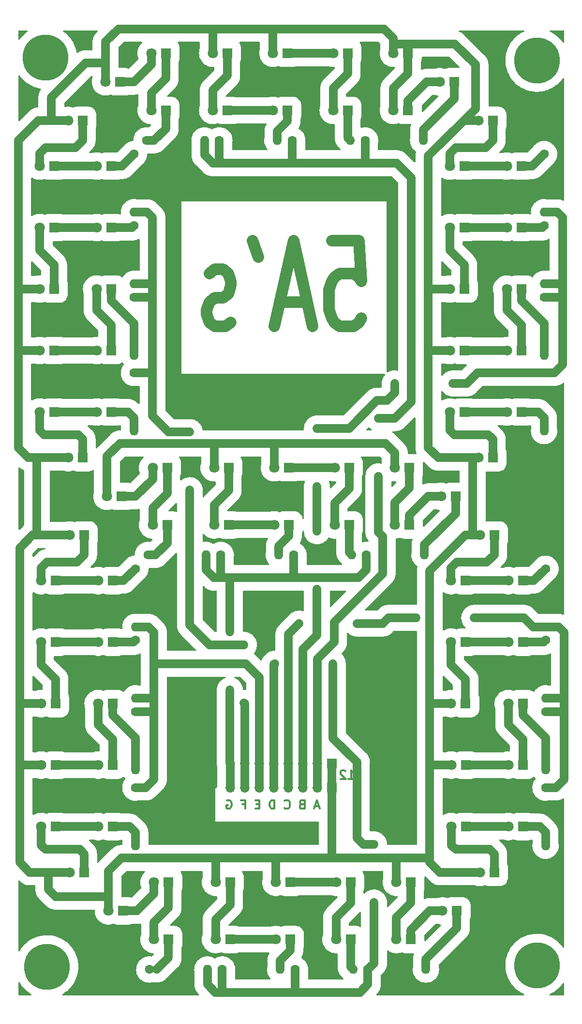
<source format=gbl>
%TF.GenerationSoftware,KiCad,Pcbnew,(6.0.6)*%
%TF.CreationDate,2022-10-07T01:34:02+08:00*%
%TF.ProjectId,7SegmentDisplay_DualLine_NoDriver_6InchesV2,37536567-6d65-46e7-9444-6973706c6179,rev?*%
%TF.SameCoordinates,Original*%
%TF.FileFunction,Copper,L2,Bot*%
%TF.FilePolarity,Positive*%
%FSLAX46Y46*%
G04 Gerber Fmt 4.6, Leading zero omitted, Abs format (unit mm)*
G04 Created by KiCad (PCBNEW (6.0.6)) date 2022-10-07 01:34:02*
%MOMM*%
%LPD*%
G01*
G04 APERTURE LIST*
%ADD10C,0.300000*%
%TA.AperFunction,NonConductor*%
%ADD11C,0.300000*%
%TD*%
%ADD12C,2.000000*%
%TA.AperFunction,NonConductor*%
%ADD13C,2.000000*%
%TD*%
%TA.AperFunction,ComponentPad*%
%ADD14C,0.900000*%
%TD*%
%TA.AperFunction,ComponentPad*%
%ADD15C,8.000000*%
%TD*%
%TA.AperFunction,ComponentPad*%
%ADD16R,1.700000X1.700000*%
%TD*%
%TA.AperFunction,ComponentPad*%
%ADD17O,1.700000X1.700000*%
%TD*%
%TA.AperFunction,ComponentPad*%
%ADD18C,1.400000*%
%TD*%
%TA.AperFunction,ComponentPad*%
%ADD19O,1.400000X1.400000*%
%TD*%
%TA.AperFunction,ComponentPad*%
%ADD20R,1.800000X1.800000*%
%TD*%
%TA.AperFunction,ComponentPad*%
%ADD21C,1.800000*%
%TD*%
%TA.AperFunction,ComponentPad*%
%ADD22C,1.600000*%
%TD*%
%TA.AperFunction,ComponentPad*%
%ADD23O,1.600000X1.600000*%
%TD*%
%TA.AperFunction,Conductor*%
%ADD24C,1.524000*%
%TD*%
G04 APERTURE END LIST*
D10*
D11*
X373035714Y-147428571D02*
X373892857Y-147428571D01*
X373464285Y-147428571D02*
X373464285Y-145928571D01*
X373607142Y-146142857D01*
X373750000Y-146285714D01*
X373892857Y-146357142D01*
X372464285Y-146071428D02*
X372392857Y-146000000D01*
X372250000Y-145928571D01*
X371892857Y-145928571D01*
X371750000Y-146000000D01*
X371678571Y-146071428D01*
X371607142Y-146214285D01*
X371607142Y-146357142D01*
X371678571Y-146571428D01*
X372535714Y-147428571D01*
X371607142Y-147428571D01*
D10*
D11*
X367857142Y-152200000D02*
X367142857Y-152200000D01*
X368000000Y-152628571D02*
X367500000Y-151128571D01*
X367000000Y-152628571D01*
X364857142Y-151842857D02*
X364642857Y-151914285D01*
X364571428Y-151985714D01*
X364500000Y-152128571D01*
X364500000Y-152342857D01*
X364571428Y-152485714D01*
X364642857Y-152557142D01*
X364785714Y-152628571D01*
X365357142Y-152628571D01*
X365357142Y-151128571D01*
X364857142Y-151128571D01*
X364714285Y-151200000D01*
X364642857Y-151271428D01*
X364571428Y-151414285D01*
X364571428Y-151557142D01*
X364642857Y-151700000D01*
X364714285Y-151771428D01*
X364857142Y-151842857D01*
X365357142Y-151842857D01*
X361857142Y-152485714D02*
X361928571Y-152557142D01*
X362142857Y-152628571D01*
X362285714Y-152628571D01*
X362500000Y-152557142D01*
X362642857Y-152414285D01*
X362714285Y-152271428D01*
X362785714Y-151985714D01*
X362785714Y-151771428D01*
X362714285Y-151485714D01*
X362642857Y-151342857D01*
X362500000Y-151200000D01*
X362285714Y-151128571D01*
X362142857Y-151128571D01*
X361928571Y-151200000D01*
X361857142Y-151271428D01*
X360071428Y-152628571D02*
X360071428Y-151128571D01*
X359714285Y-151128571D01*
X359500000Y-151200000D01*
X359357142Y-151342857D01*
X359285714Y-151485714D01*
X359214285Y-151771428D01*
X359214285Y-151985714D01*
X359285714Y-152271428D01*
X359357142Y-152414285D01*
X359500000Y-152557142D01*
X359714285Y-152628571D01*
X360071428Y-152628571D01*
X357428571Y-151842857D02*
X356928571Y-151842857D01*
X356714285Y-152628571D02*
X357428571Y-152628571D01*
X357428571Y-151128571D01*
X356714285Y-151128571D01*
X354428571Y-151842857D02*
X354928571Y-151842857D01*
X354928571Y-152628571D02*
X354928571Y-151128571D01*
X354214285Y-151128571D01*
X351714285Y-151200000D02*
X351857142Y-151128571D01*
X352071428Y-151128571D01*
X352285714Y-151200000D01*
X352428571Y-151342857D01*
X352500000Y-151485714D01*
X352571428Y-151771428D01*
X352571428Y-151985714D01*
X352500000Y-152271428D01*
X352428571Y-152414285D01*
X352285714Y-152557142D01*
X352071428Y-152628571D01*
X351928571Y-152628571D01*
X351714285Y-152557142D01*
X351642857Y-152485714D01*
X351642857Y-151985714D01*
X351928571Y-151985714D01*
D12*
D13*
X370083333Y-53285714D02*
X374845238Y-53285714D01*
X375321428Y-60428571D01*
X374845238Y-59714285D01*
X373892857Y-59000000D01*
X371511904Y-59000000D01*
X370559523Y-59714285D01*
X370083333Y-60428571D01*
X369607142Y-61857142D01*
X369607142Y-65428571D01*
X370083333Y-66857142D01*
X370559523Y-67571428D01*
X371511904Y-68285714D01*
X373892857Y-68285714D01*
X374845238Y-67571428D01*
X375321428Y-66857142D01*
X365797619Y-64000000D02*
X361035714Y-64000000D01*
X366750000Y-68285714D02*
X363416666Y-53285714D01*
X360083333Y-68285714D01*
X356273809Y-53285714D02*
X357226190Y-56142857D01*
X352464285Y-67571428D02*
X351511904Y-68285714D01*
X349607142Y-68285714D01*
X348654761Y-67571428D01*
X348178571Y-66142857D01*
X348178571Y-65428571D01*
X348654761Y-64000000D01*
X349607142Y-63285714D01*
X351035714Y-63285714D01*
X351988095Y-62571428D01*
X352464285Y-61142857D01*
X352464285Y-60428571D01*
X351988095Y-59000000D01*
X351035714Y-58285714D01*
X349607142Y-58285714D01*
X348654761Y-59000000D01*
D14*
%TO.P,REF\u002A\u002A,1*%
%TO.N,N/C*%
X403878680Y-19628680D03*
X408121320Y-23871320D03*
X406000000Y-24750000D03*
X408121320Y-19628680D03*
X403000000Y-21750000D03*
X403878680Y-23871320D03*
X409000000Y-21750000D03*
X406000000Y-18750000D03*
D15*
X406000000Y-21750000D03*
%TD*%
D14*
%TO.P,REF\u002A\u002A,1*%
%TO.N,N/C*%
X317878680Y-19128680D03*
X322121320Y-23371320D03*
X320000000Y-24250000D03*
X322121320Y-19128680D03*
X317000000Y-21250000D03*
X317878680Y-23371320D03*
X323000000Y-21250000D03*
X320000000Y-18250000D03*
D15*
X320000000Y-21250000D03*
%TD*%
D14*
%TO.P,REF\u002A\u002A,1*%
%TO.N,N/C*%
X318128680Y-178128680D03*
X322371320Y-182371320D03*
X320250000Y-183250000D03*
X322371320Y-178128680D03*
X317250000Y-180250000D03*
X318128680Y-182371320D03*
X323250000Y-180250000D03*
X320250000Y-177250000D03*
D15*
X320250000Y-180250000D03*
%TD*%
D14*
%TO.P,REF\u002A\u002A,1*%
%TO.N,N/C*%
X403878680Y-177878680D03*
X408121320Y-182121320D03*
X406000000Y-183000000D03*
X408121320Y-177878680D03*
X403000000Y-180000000D03*
X403878680Y-182121320D03*
X409000000Y-180000000D03*
X406000000Y-177000000D03*
D15*
X406000000Y-180000000D03*
%TD*%
D16*
%TO.P,REF\u002A\u002A,1*%
%TO.N,N/C*%
X370125000Y-149000000D03*
D17*
%TO.P,REF\u002A\u002A,2*%
X367585000Y-149000000D03*
%TO.P,REF\u002A\u002A,3*%
X365045000Y-149000000D03*
%TO.P,REF\u002A\u002A,4*%
X362505000Y-149000000D03*
%TO.P,REF\u002A\u002A,5*%
X359965000Y-149000000D03*
%TO.P,REF\u002A\u002A,6*%
X357425000Y-149000000D03*
%TO.P,REF\u002A\u002A,7*%
X354885000Y-149000000D03*
%TO.P,REF\u002A\u002A,8*%
X352345000Y-149000000D03*
%TD*%
D18*
%TO.P,REF\u002A\u002A,1*%
%TO.N,N/C*%
X352250000Y-121720000D03*
D19*
%TO.P,REF\u002A\u002A,2*%
X352250000Y-131880000D03*
%TD*%
D18*
%TO.P,REF\u002A\u002A,1*%
%TO.N,N/C*%
X354750000Y-123970000D03*
D19*
%TO.P,REF\u002A\u002A,2*%
X354750000Y-134130000D03*
%TD*%
D18*
%TO.P,REF\u002A\u002A,1*%
%TO.N,N/C*%
X345250000Y-86750000D03*
D19*
%TO.P,REF\u002A\u002A,2*%
X345250000Y-96910000D03*
%TD*%
D18*
%TO.P,REF\u002A\u002A,1*%
%TO.N,N/C*%
X370280000Y-127250000D03*
D19*
%TO.P,REF\u002A\u002A,2*%
X360120000Y-127250000D03*
%TD*%
D18*
%TO.P,REF\u002A\u002A,1*%
%TO.N,N/C*%
X377500000Y-169030000D03*
D19*
%TO.P,REF\u002A\u002A,2*%
X377500000Y-158870000D03*
%TD*%
D18*
%TO.P,REF\u002A\u002A,1*%
%TO.N,N/C*%
X374530000Y-120250000D03*
D19*
%TO.P,REF\u002A\u002A,2*%
X364370000Y-120250000D03*
%TD*%
%TO.P,REF\u002A\u002A,2*%
%TO.N,N/C*%
X384870000Y-119250000D03*
D18*
%TO.P,REF\u002A\u002A,1*%
X395030000Y-119250000D03*
%TD*%
%TO.P,REF\u002A\u002A,1*%
%TO.N,N/C*%
X367500000Y-114280000D03*
D19*
%TO.P,REF\u002A\u002A,2*%
X367500000Y-104120000D03*
%TD*%
D18*
%TO.P,REF\u002A\u002A,1*%
%TO.N,N/C*%
X367500000Y-96280000D03*
D19*
%TO.P,REF\u002A\u002A,2*%
X367500000Y-86120000D03*
%TD*%
D18*
%TO.P,REF\u002A\u002A,1*%
%TO.N,N/C*%
X391280000Y-78250000D03*
D19*
%TO.P,REF\u002A\u002A,2*%
X381120000Y-78250000D03*
%TD*%
D18*
%TO.P,REF\u002A\u002A,1*%
%TO.N,N/C*%
X378250000Y-94500000D03*
D19*
%TO.P,REF\u002A\u002A,2*%
X378250000Y-84340000D03*
%TD*%
D16*
%TO.P,REF\u002A\u002A,1*%
%TO.N,N/C*%
X370125000Y-144750000D03*
D17*
%TO.P,REF\u002A\u002A,2*%
X367585000Y-144750000D03*
%TO.P,REF\u002A\u002A,3*%
X365045000Y-144750000D03*
%TO.P,REF\u002A\u002A,4*%
X362505000Y-144750000D03*
%TO.P,REF\u002A\u002A,5*%
X359965000Y-144750000D03*
%TO.P,REF\u002A\u002A,6*%
X357425000Y-144750000D03*
%TO.P,REF\u002A\u002A,7*%
X354885000Y-144750000D03*
%TO.P,REF\u002A\u002A,8*%
X352345000Y-144750000D03*
%TD*%
D20*
%TO.P,REF\u002A\u002A,1*%
%TO.N,N/C*%
X341540000Y-165500000D03*
D21*
%TO.P,REF\u002A\u002A,2*%
X339000000Y-165500000D03*
%TD*%
D22*
%TO.P,REF\u002A\u002A,1*%
%TO.N,N/C*%
X350920000Y-180750000D03*
D23*
%TO.P,REF\u002A\u002A,2*%
X361080000Y-180750000D03*
%TD*%
D22*
%TO.P,REF\u002A\u002A,1*%
%TO.N,N/C*%
X363670000Y-180750000D03*
D23*
%TO.P,REF\u002A\u002A,2*%
X373830000Y-180750000D03*
%TD*%
D22*
%TO.P,REF\u002A\u002A,1*%
%TO.N,N/C*%
X338170000Y-180750000D03*
D23*
%TO.P,REF\u002A\u002A,2*%
X348330000Y-180750000D03*
%TD*%
D22*
%TO.P,REF\u002A\u002A,1*%
%TO.N,N/C*%
X376420000Y-180750000D03*
D23*
%TO.P,REF\u002A\u002A,2*%
X386580000Y-180750000D03*
%TD*%
D20*
%TO.P,REF\u002A\u002A,1*%
%TO.N,N/C*%
X352305000Y-165500000D03*
D21*
%TO.P,REF\u002A\u002A,2*%
X349765000Y-165500000D03*
%TD*%
D20*
%TO.P,REF\u002A\u002A,1*%
%TO.N,N/C*%
X383925000Y-175500000D03*
D21*
%TO.P,REF\u002A\u002A,2*%
X381385000Y-175500000D03*
%TD*%
D20*
%TO.P,REF\u002A\u002A,1*%
%TO.N,N/C*%
X352305000Y-175500000D03*
D21*
%TO.P,REF\u002A\u002A,2*%
X349765000Y-175500000D03*
%TD*%
D20*
%TO.P,REF\u002A\u002A,1*%
%TO.N,N/C*%
X373385000Y-165500000D03*
D21*
%TO.P,REF\u002A\u002A,2*%
X370845000Y-165500000D03*
%TD*%
D20*
%TO.P,REF\u002A\u002A,1*%
%TO.N,N/C*%
X383925000Y-165500000D03*
D21*
%TO.P,REF\u002A\u002A,2*%
X381385000Y-165500000D03*
%TD*%
D20*
%TO.P,REF\u002A\u002A,1*%
%TO.N,N/C*%
X362845000Y-175500000D03*
D21*
%TO.P,REF\u002A\u002A,2*%
X360305000Y-175500000D03*
%TD*%
D20*
%TO.P,REF\u002A\u002A,1*%
%TO.N,N/C*%
X362845000Y-165500000D03*
D21*
%TO.P,REF\u002A\u002A,2*%
X360305000Y-165500000D03*
%TD*%
D20*
%TO.P,REF\u002A\u002A,1*%
%TO.N,N/C*%
X373385000Y-175500000D03*
D21*
%TO.P,REF\u002A\u002A,2*%
X370845000Y-175500000D03*
%TD*%
D20*
%TO.P,REF\u002A\u002A,1*%
%TO.N,N/C*%
X333540000Y-170500000D03*
D21*
%TO.P,REF\u002A\u002A,2*%
X331000000Y-170500000D03*
%TD*%
D20*
%TO.P,REF\u002A\u002A,1*%
%TO.N,N/C*%
X392000000Y-170500000D03*
D21*
%TO.P,REF\u002A\u002A,2*%
X389460000Y-170500000D03*
%TD*%
D20*
%TO.P,REF\u002A\u002A,1*%
%TO.N,N/C*%
X341540000Y-175500000D03*
D21*
%TO.P,REF\u002A\u002A,2*%
X339000000Y-175500000D03*
%TD*%
D20*
%TO.P,REF\u002A\u002A,1*%
%TO.N,N/C*%
X341290000Y-93000000D03*
D21*
%TO.P,REF\u002A\u002A,2*%
X338750000Y-93000000D03*
%TD*%
D22*
%TO.P,REF\u002A\u002A,1*%
%TO.N,N/C*%
X350670000Y-108250000D03*
D23*
%TO.P,REF\u002A\u002A,2*%
X360830000Y-108250000D03*
%TD*%
D22*
%TO.P,REF\u002A\u002A,1*%
%TO.N,N/C*%
X363420000Y-108250000D03*
D23*
%TO.P,REF\u002A\u002A,2*%
X373580000Y-108250000D03*
%TD*%
D22*
%TO.P,REF\u002A\u002A,1*%
%TO.N,N/C*%
X337920000Y-108250000D03*
D23*
%TO.P,REF\u002A\u002A,2*%
X348080000Y-108250000D03*
%TD*%
D22*
%TO.P,REF\u002A\u002A,1*%
%TO.N,N/C*%
X376170000Y-108250000D03*
D23*
%TO.P,REF\u002A\u002A,2*%
X386330000Y-108250000D03*
%TD*%
D20*
%TO.P,REF\u002A\u002A,1*%
%TO.N,N/C*%
X393535000Y-155750000D03*
D21*
%TO.P,REF\u002A\u002A,2*%
X390995000Y-155750000D03*
%TD*%
D20*
%TO.P,REF\u002A\u002A,1*%
%TO.N,N/C*%
X403535000Y-155750000D03*
D21*
%TO.P,REF\u002A\u002A,2*%
X400995000Y-155750000D03*
%TD*%
D20*
%TO.P,REF\u002A\u002A,1*%
%TO.N,N/C*%
X398525000Y-163750000D03*
D21*
%TO.P,REF\u002A\u002A,2*%
X395985000Y-163750000D03*
%TD*%
D20*
%TO.P,REF\u002A\u002A,1*%
%TO.N,N/C*%
X331750000Y-134250000D03*
D21*
%TO.P,REF\u002A\u002A,2*%
X329210000Y-134250000D03*
%TD*%
D22*
%TO.P,REF\u002A\u002A,1*%
%TO.N,N/C*%
X335725000Y-110670000D03*
D23*
%TO.P,REF\u002A\u002A,2*%
X335725000Y-120830000D03*
%TD*%
D20*
%TO.P,REF\u002A\u002A,1*%
%TO.N,N/C*%
X321755000Y-145000000D03*
D21*
%TO.P,REF\u002A\u002A,2*%
X319215000Y-145000000D03*
%TD*%
D20*
%TO.P,REF\u002A\u002A,1*%
%TO.N,N/C*%
X331755000Y-145000000D03*
D21*
%TO.P,REF\u002A\u002A,2*%
X329215000Y-145000000D03*
%TD*%
D20*
%TO.P,REF\u002A\u002A,1*%
%TO.N,N/C*%
X331750000Y-112750000D03*
D21*
%TO.P,REF\u002A\u002A,2*%
X329210000Y-112750000D03*
%TD*%
D22*
%TO.P,REF\u002A\u002A,1*%
%TO.N,N/C*%
X407500000Y-148920000D03*
D23*
%TO.P,REF\u002A\u002A,2*%
X407500000Y-159080000D03*
%TD*%
D20*
%TO.P,REF\u002A\u002A,1*%
%TO.N,N/C*%
X321750000Y-134250000D03*
D21*
%TO.P,REF\u002A\u002A,2*%
X319210000Y-134250000D03*
%TD*%
D22*
%TO.P,REF\u002A\u002A,1*%
%TO.N,N/C*%
X407500000Y-135670000D03*
D23*
%TO.P,REF\u002A\u002A,2*%
X407500000Y-145830000D03*
%TD*%
D20*
%TO.P,REF\u002A\u002A,1*%
%TO.N,N/C*%
X331750000Y-123500000D03*
D21*
%TO.P,REF\u002A\u002A,2*%
X329210000Y-123500000D03*
%TD*%
D20*
%TO.P,REF\u002A\u002A,1*%
%TO.N,N/C*%
X321750000Y-123500000D03*
D21*
%TO.P,REF\u002A\u002A,2*%
X319210000Y-123500000D03*
%TD*%
D22*
%TO.P,REF\u002A\u002A,1*%
%TO.N,N/C*%
X335725000Y-123170000D03*
D23*
%TO.P,REF\u002A\u002A,2*%
X335725000Y-133330000D03*
%TD*%
D20*
%TO.P,REF\u002A\u002A,1*%
%TO.N,N/C*%
X352055000Y-93000000D03*
D21*
%TO.P,REF\u002A\u002A,2*%
X349515000Y-93000000D03*
%TD*%
D20*
%TO.P,REF\u002A\u002A,1*%
%TO.N,N/C*%
X383675000Y-103000000D03*
D21*
%TO.P,REF\u002A\u002A,2*%
X381135000Y-103000000D03*
%TD*%
D20*
%TO.P,REF\u002A\u002A,1*%
%TO.N,N/C*%
X352055000Y-103000000D03*
D21*
%TO.P,REF\u002A\u002A,2*%
X349515000Y-103000000D03*
%TD*%
D20*
%TO.P,REF\u002A\u002A,1*%
%TO.N,N/C*%
X373135000Y-93000000D03*
D21*
%TO.P,REF\u002A\u002A,2*%
X370595000Y-93000000D03*
%TD*%
D20*
%TO.P,REF\u002A\u002A,1*%
%TO.N,N/C*%
X383675000Y-93000000D03*
D21*
%TO.P,REF\u002A\u002A,2*%
X381135000Y-93000000D03*
%TD*%
D20*
%TO.P,REF\u002A\u002A,1*%
%TO.N,N/C*%
X362595000Y-103000000D03*
D21*
%TO.P,REF\u002A\u002A,2*%
X360055000Y-103000000D03*
%TD*%
D20*
%TO.P,REF\u002A\u002A,1*%
%TO.N,N/C*%
X362595000Y-93000000D03*
D21*
%TO.P,REF\u002A\u002A,2*%
X360055000Y-93000000D03*
%TD*%
D20*
%TO.P,REF\u002A\u002A,1*%
%TO.N,N/C*%
X373135000Y-103000000D03*
D21*
%TO.P,REF\u002A\u002A,2*%
X370595000Y-103000000D03*
%TD*%
D20*
%TO.P,REF\u002A\u002A,1*%
%TO.N,N/C*%
X333290000Y-98000000D03*
D21*
%TO.P,REF\u002A\u002A,2*%
X330750000Y-98000000D03*
%TD*%
D20*
%TO.P,REF\u002A\u002A,1*%
%TO.N,N/C*%
X391750000Y-98000000D03*
D21*
%TO.P,REF\u002A\u002A,2*%
X389210000Y-98000000D03*
%TD*%
D20*
%TO.P,REF\u002A\u002A,1*%
%TO.N,N/C*%
X398525000Y-104750000D03*
D21*
%TO.P,REF\u002A\u002A,2*%
X395985000Y-104750000D03*
%TD*%
D20*
%TO.P,REF\u002A\u002A,1*%
%TO.N,N/C*%
X393525000Y-112750000D03*
D21*
%TO.P,REF\u002A\u002A,2*%
X390985000Y-112750000D03*
%TD*%
D20*
%TO.P,REF\u002A\u002A,1*%
%TO.N,N/C*%
X403525000Y-112750000D03*
D21*
%TO.P,REF\u002A\u002A,2*%
X400985000Y-112750000D03*
%TD*%
D20*
%TO.P,REF\u002A\u002A,1*%
%TO.N,N/C*%
X331760000Y-155750000D03*
D21*
%TO.P,REF\u002A\u002A,2*%
X329220000Y-155750000D03*
%TD*%
D22*
%TO.P,REF\u002A\u002A,1*%
%TO.N,N/C*%
X335725000Y-148920000D03*
D23*
%TO.P,REF\u002A\u002A,2*%
X335725000Y-159080000D03*
%TD*%
D22*
%TO.P,REF\u002A\u002A,1*%
%TO.N,N/C*%
X335725000Y-135670000D03*
D23*
%TO.P,REF\u002A\u002A,2*%
X335725000Y-145830000D03*
%TD*%
D20*
%TO.P,REF\u002A\u002A,1*%
%TO.N,N/C*%
X326750000Y-104750000D03*
D21*
%TO.P,REF\u002A\u002A,2*%
X324210000Y-104750000D03*
%TD*%
D20*
%TO.P,REF\u002A\u002A,1*%
%TO.N,N/C*%
X321750000Y-112750000D03*
D21*
%TO.P,REF\u002A\u002A,2*%
X319210000Y-112750000D03*
%TD*%
D20*
%TO.P,REF\u002A\u002A,1*%
%TO.N,N/C*%
X321760000Y-155750000D03*
D21*
%TO.P,REF\u002A\u002A,2*%
X319220000Y-155750000D03*
%TD*%
D20*
%TO.P,REF\u002A\u002A,1*%
%TO.N,N/C*%
X326750000Y-163750000D03*
D21*
%TO.P,REF\u002A\u002A,2*%
X324210000Y-163750000D03*
%TD*%
D20*
%TO.P,REF\u002A\u002A,1*%
%TO.N,N/C*%
X403530000Y-145000000D03*
D21*
%TO.P,REF\u002A\u002A,2*%
X400990000Y-145000000D03*
%TD*%
D20*
%TO.P,REF\u002A\u002A,1*%
%TO.N,N/C*%
X393530000Y-145000000D03*
D21*
%TO.P,REF\u002A\u002A,2*%
X390990000Y-145000000D03*
%TD*%
D20*
%TO.P,REF\u002A\u002A,1*%
%TO.N,N/C*%
X393525000Y-134250000D03*
D21*
%TO.P,REF\u002A\u002A,2*%
X390985000Y-134250000D03*
%TD*%
D20*
%TO.P,REF\u002A\u002A,1*%
%TO.N,N/C*%
X403525000Y-123500000D03*
D21*
%TO.P,REF\u002A\u002A,2*%
X400985000Y-123500000D03*
%TD*%
D20*
%TO.P,REF\u002A\u002A,1*%
%TO.N,N/C*%
X393525000Y-123500000D03*
D21*
%TO.P,REF\u002A\u002A,2*%
X390985000Y-123500000D03*
%TD*%
D22*
%TO.P,REF\u002A\u002A,1*%
%TO.N,N/C*%
X407500000Y-123170000D03*
D23*
%TO.P,REF\u002A\u002A,2*%
X407500000Y-133330000D03*
%TD*%
D20*
%TO.P,REF\u002A\u002A,1*%
%TO.N,N/C*%
X403525000Y-134250000D03*
D21*
%TO.P,REF\u002A\u002A,2*%
X400985000Y-134250000D03*
%TD*%
D22*
%TO.P,REF\u002A\u002A,1*%
%TO.N,N/C*%
X407500000Y-110670000D03*
D23*
%TO.P,REF\u002A\u002A,2*%
X407500000Y-120830000D03*
%TD*%
D20*
%TO.P,REF\u002A\u002A,1*%
%TO.N,N/C*%
X341290000Y-103000000D03*
D21*
%TO.P,REF\u002A\u002A,2*%
X338750000Y-103000000D03*
%TD*%
D20*
%TO.P,REF\u002A\u002A,1*%
%TO.N,N/C*%
X321510000Y-83250000D03*
D21*
%TO.P,REF\u002A\u002A,2*%
X318970000Y-83250000D03*
%TD*%
D20*
%TO.P,REF\u002A\u002A,1*%
%TO.N,N/C*%
X331510000Y-83250000D03*
D21*
%TO.P,REF\u002A\u002A,2*%
X328970000Y-83250000D03*
%TD*%
D20*
%TO.P,REF\u002A\u002A,1*%
%TO.N,N/C*%
X326500000Y-91250000D03*
D21*
%TO.P,REF\u002A\u002A,2*%
X323960000Y-91250000D03*
%TD*%
D22*
%TO.P,REF\u002A\u002A,1*%
%TO.N,N/C*%
X335475000Y-76420000D03*
D23*
%TO.P,REF\u002A\u002A,2*%
X335475000Y-86580000D03*
%TD*%
D22*
%TO.P,REF\u002A\u002A,1*%
%TO.N,N/C*%
X335475000Y-63170000D03*
D23*
%TO.P,REF\u002A\u002A,2*%
X335475000Y-73330000D03*
%TD*%
D20*
%TO.P,REF\u002A\u002A,1*%
%TO.N,N/C*%
X326500000Y-32250000D03*
D21*
%TO.P,REF\u002A\u002A,2*%
X323960000Y-32250000D03*
%TD*%
D20*
%TO.P,REF\u002A\u002A,1*%
%TO.N,N/C*%
X321500000Y-40250000D03*
D21*
%TO.P,REF\u002A\u002A,2*%
X318960000Y-40250000D03*
%TD*%
D20*
%TO.P,REF\u002A\u002A,1*%
%TO.N,N/C*%
X331500000Y-40250000D03*
D21*
%TO.P,REF\u002A\u002A,2*%
X328960000Y-40250000D03*
%TD*%
D20*
%TO.P,REF\u002A\u002A,1*%
%TO.N,N/C*%
X331505000Y-72500000D03*
D21*
%TO.P,REF\u002A\u002A,2*%
X328965000Y-72500000D03*
%TD*%
D20*
%TO.P,REF\u002A\u002A,1*%
%TO.N,N/C*%
X321505000Y-72500000D03*
D21*
%TO.P,REF\u002A\u002A,2*%
X318965000Y-72500000D03*
%TD*%
D20*
%TO.P,REF\u002A\u002A,1*%
%TO.N,N/C*%
X321500000Y-61750000D03*
D21*
%TO.P,REF\u002A\u002A,2*%
X318960000Y-61750000D03*
%TD*%
D20*
%TO.P,REF\u002A\u002A,1*%
%TO.N,N/C*%
X331500000Y-51000000D03*
D21*
%TO.P,REF\u002A\u002A,2*%
X328960000Y-51000000D03*
%TD*%
D20*
%TO.P,REF\u002A\u002A,1*%
%TO.N,N/C*%
X321500000Y-51000000D03*
D21*
%TO.P,REF\u002A\u002A,2*%
X318960000Y-51000000D03*
%TD*%
D22*
%TO.P,REF\u002A\u002A,1*%
%TO.N,N/C*%
X335475000Y-50670000D03*
D23*
%TO.P,REF\u002A\u002A,2*%
X335475000Y-60830000D03*
%TD*%
D20*
%TO.P,REF\u002A\u002A,1*%
%TO.N,N/C*%
X331500000Y-61750000D03*
D21*
%TO.P,REF\u002A\u002A,2*%
X328960000Y-61750000D03*
%TD*%
D22*
%TO.P,REF\u002A\u002A,1*%
%TO.N,N/C*%
X335475000Y-38170000D03*
D23*
%TO.P,REF\u002A\u002A,2*%
X335475000Y-48330000D03*
%TD*%
D22*
%TO.P,REF\u002A\u002A,1*%
%TO.N,N/C*%
X407250000Y-76420000D03*
D23*
%TO.P,REF\u002A\u002A,2*%
X407250000Y-86580000D03*
%TD*%
D22*
%TO.P,REF\u002A\u002A,1*%
%TO.N,N/C*%
X407250000Y-63170000D03*
D23*
%TO.P,REF\u002A\u002A,2*%
X407250000Y-73330000D03*
%TD*%
D22*
%TO.P,REF\u002A\u002A,1*%
%TO.N,N/C*%
X407250000Y-50670000D03*
D23*
%TO.P,REF\u002A\u002A,2*%
X407250000Y-60830000D03*
%TD*%
D22*
%TO.P,REF\u002A\u002A,1*%
%TO.N,N/C*%
X407250000Y-38170000D03*
D23*
%TO.P,REF\u002A\u002A,2*%
X407250000Y-48330000D03*
%TD*%
D22*
%TO.P,REF\u002A\u002A,1*%
%TO.N,N/C*%
X375920000Y-35750000D03*
D23*
%TO.P,REF\u002A\u002A,2*%
X386080000Y-35750000D03*
%TD*%
D22*
%TO.P,REF\u002A\u002A,1*%
%TO.N,N/C*%
X363170000Y-35750000D03*
D23*
%TO.P,REF\u002A\u002A,2*%
X373330000Y-35750000D03*
%TD*%
D22*
%TO.P,REF\u002A\u002A,1*%
%TO.N,N/C*%
X350420000Y-35750000D03*
D23*
%TO.P,REF\u002A\u002A,2*%
X360580000Y-35750000D03*
%TD*%
D22*
%TO.P,REF\u002A\u002A,1*%
%TO.N,N/C*%
X337670000Y-35750000D03*
D23*
%TO.P,REF\u002A\u002A,2*%
X347830000Y-35750000D03*
%TD*%
D20*
%TO.P,REF\u002A\u002A,1*%
%TO.N,N/C*%
X398275000Y-91250000D03*
D21*
%TO.P,REF\u002A\u002A,2*%
X395735000Y-91250000D03*
%TD*%
D20*
%TO.P,REF\u002A\u002A,1*%
%TO.N,N/C*%
X403285000Y-83250000D03*
D21*
%TO.P,REF\u002A\u002A,2*%
X400745000Y-83250000D03*
%TD*%
D20*
%TO.P,REF\u002A\u002A,1*%
%TO.N,N/C*%
X393285000Y-83250000D03*
D21*
%TO.P,REF\u002A\u002A,2*%
X390745000Y-83250000D03*
%TD*%
D20*
%TO.P,REF\u002A\u002A,1*%
%TO.N,N/C*%
X403280000Y-72500000D03*
D21*
%TO.P,REF\u002A\u002A,2*%
X400740000Y-72500000D03*
%TD*%
D20*
%TO.P,REF\u002A\u002A,1*%
%TO.N,N/C*%
X393280000Y-72500000D03*
D21*
%TO.P,REF\u002A\u002A,2*%
X390740000Y-72500000D03*
%TD*%
D20*
%TO.P,REF\u002A\u002A,1*%
%TO.N,N/C*%
X403275000Y-61750000D03*
D21*
%TO.P,REF\u002A\u002A,2*%
X400735000Y-61750000D03*
%TD*%
D20*
%TO.P,REF\u002A\u002A,1*%
%TO.N,N/C*%
X393275000Y-61750000D03*
D21*
%TO.P,REF\u002A\u002A,2*%
X390735000Y-61750000D03*
%TD*%
D20*
%TO.P,REF\u002A\u002A,1*%
%TO.N,N/C*%
X403275000Y-51000000D03*
D21*
%TO.P,REF\u002A\u002A,2*%
X400735000Y-51000000D03*
%TD*%
D20*
%TO.P,REF\u002A\u002A,1*%
%TO.N,N/C*%
X393275000Y-51000000D03*
D21*
%TO.P,REF\u002A\u002A,2*%
X390735000Y-51000000D03*
%TD*%
D20*
%TO.P,REF\u002A\u002A,1*%
%TO.N,N/C*%
X403275000Y-40250000D03*
D21*
%TO.P,REF\u002A\u002A,2*%
X400735000Y-40250000D03*
%TD*%
D20*
%TO.P,REF\u002A\u002A,1*%
%TO.N,N/C*%
X393275000Y-40250000D03*
D21*
%TO.P,REF\u002A\u002A,2*%
X390735000Y-40250000D03*
%TD*%
%TO.P,REF\u002A\u002A,2*%
%TO.N,N/C*%
X395735000Y-32250000D03*
D20*
%TO.P,REF\u002A\u002A,1*%
X398275000Y-32250000D03*
%TD*%
%TO.P,REF\u002A\u002A,1*%
%TO.N,N/C*%
X391500000Y-25500000D03*
D21*
%TO.P,REF\u002A\u002A,2*%
X388960000Y-25500000D03*
%TD*%
D20*
%TO.P,REF\u002A\u002A,1*%
%TO.N,N/C*%
X372885000Y-20500000D03*
D21*
%TO.P,REF\u002A\u002A,2*%
X370345000Y-20500000D03*
%TD*%
D20*
%TO.P,REF\u002A\u002A,1*%
%TO.N,N/C*%
X372885000Y-30500000D03*
D21*
%TO.P,REF\u002A\u002A,2*%
X370345000Y-30500000D03*
%TD*%
D20*
%TO.P,REF\u002A\u002A,1*%
%TO.N,N/C*%
X383425000Y-30500000D03*
D21*
%TO.P,REF\u002A\u002A,2*%
X380885000Y-30500000D03*
%TD*%
D20*
%TO.P,REF\u002A\u002A,1*%
%TO.N,N/C*%
X383425000Y-20500000D03*
D21*
%TO.P,REF\u002A\u002A,2*%
X380885000Y-20500000D03*
%TD*%
D20*
%TO.P,REF\u002A\u002A,1*%
%TO.N,N/C*%
X362345000Y-20500000D03*
D21*
%TO.P,REF\u002A\u002A,2*%
X359805000Y-20500000D03*
%TD*%
D20*
%TO.P,REF\u002A\u002A,1*%
%TO.N,N/C*%
X362345000Y-30500000D03*
D21*
%TO.P,REF\u002A\u002A,2*%
X359805000Y-30500000D03*
%TD*%
D20*
%TO.P,REF\u002A\u002A,1*%
%TO.N,N/C*%
X333040000Y-25500000D03*
D21*
%TO.P,REF\u002A\u002A,2*%
X330500000Y-25500000D03*
%TD*%
D20*
%TO.P,REF\u002A\u002A,1*%
%TO.N,N/C*%
X351805000Y-20500000D03*
D21*
%TO.P,REF\u002A\u002A,2*%
X349265000Y-20500000D03*
%TD*%
D20*
%TO.P,REF\u002A\u002A,1*%
%TO.N,N/C*%
X351805000Y-30500000D03*
D21*
%TO.P,REF\u002A\u002A,2*%
X349265000Y-30500000D03*
%TD*%
D20*
%TO.P,REF\u002A\u002A,1*%
%TO.N,N/C*%
X341040000Y-30500000D03*
D21*
%TO.P,REF\u002A\u002A,2*%
X338500000Y-30500000D03*
%TD*%
D20*
%TO.P,REF\u002A\u002A,1*%
%TO.N,N/C*%
X341040000Y-20500000D03*
D21*
%TO.P,REF\u002A\u002A,2*%
X338500000Y-20500000D03*
%TD*%
D24*
%TO.N,*%
X321000000Y-28250000D02*
X321000000Y-32250000D01*
X327000000Y-22250000D02*
X321000000Y-28250000D01*
X330500000Y-22250000D02*
X327000000Y-22250000D01*
X352345000Y-144750000D02*
X352345000Y-149000000D01*
X354885000Y-144750000D02*
X354885000Y-149000000D01*
X357425000Y-144750000D02*
X357425000Y-149000000D01*
X359965000Y-144750000D02*
X359965000Y-149000000D01*
X362505000Y-144750000D02*
X362505000Y-149000000D01*
X365045000Y-144750000D02*
X365045000Y-149000000D01*
X367585000Y-144750000D02*
X367585000Y-149000000D01*
X352250000Y-144655000D02*
X352345000Y-144750000D01*
X352250000Y-131880000D02*
X352250000Y-144655000D01*
X352250000Y-112500000D02*
X352000000Y-112250000D01*
X352000000Y-112250000D02*
X351250000Y-112250000D01*
X352250000Y-121720000D02*
X352250000Y-112500000D01*
X363750000Y-112250000D02*
X352000000Y-112250000D01*
X354885000Y-134265000D02*
X354750000Y-134130000D01*
X354885000Y-144750000D02*
X354885000Y-134265000D01*
X345250000Y-120500000D02*
X348720000Y-123970000D01*
X348720000Y-123970000D02*
X354750000Y-123970000D01*
X345250000Y-96910000D02*
X345250000Y-120500000D01*
X338725000Y-83975000D02*
X341500000Y-86750000D01*
X341500000Y-86750000D02*
X345250000Y-86750000D01*
X338725000Y-76025000D02*
X338725000Y-83975000D01*
X338330000Y-76420000D02*
X335475000Y-76420000D01*
X338725000Y-76025000D02*
X338330000Y-76420000D01*
X338725000Y-63250000D02*
X338725000Y-76025000D01*
X357425000Y-129675000D02*
X357425000Y-144750000D01*
X355025000Y-127275000D02*
X357425000Y-129675000D01*
X338975000Y-127275000D02*
X338975000Y-133000000D01*
X338975000Y-121750000D02*
X338975000Y-127275000D01*
X338975000Y-127275000D02*
X355025000Y-127275000D01*
X370125000Y-161125000D02*
X370000000Y-161250000D01*
X370000000Y-161250000D02*
X381385000Y-161250000D01*
X370125000Y-144750000D02*
X370125000Y-161125000D01*
X360750000Y-161250000D02*
X370000000Y-161250000D01*
X377500000Y-179670000D02*
X376420000Y-180750000D01*
X377500000Y-169030000D02*
X377500000Y-179670000D01*
X375620000Y-158870000D02*
X377500000Y-158870000D01*
X374500000Y-157750000D02*
X375620000Y-158870000D01*
X370280000Y-140280000D02*
X374500000Y-144500000D01*
X370280000Y-127250000D02*
X370280000Y-140280000D01*
X374500000Y-144500000D02*
X374500000Y-157750000D01*
X359965000Y-144750000D02*
X359965000Y-127405000D01*
X359965000Y-127405000D02*
X360120000Y-127250000D01*
X367500000Y-122250000D02*
X365045000Y-124705000D01*
X365045000Y-124705000D02*
X365045000Y-144750000D01*
X367500000Y-114280000D02*
X367500000Y-122250000D01*
X367585000Y-126415000D02*
X367585000Y-144750000D01*
X379000000Y-111500000D02*
X370500000Y-120000000D01*
X379000000Y-105000000D02*
X379000000Y-111500000D01*
X370500000Y-120000000D02*
X370500000Y-123500000D01*
X378250000Y-94500000D02*
X378250000Y-104250000D01*
X378250000Y-104250000D02*
X379000000Y-105000000D01*
X370500000Y-123500000D02*
X367585000Y-126415000D01*
X362505000Y-122115000D02*
X362505000Y-144750000D01*
X364370000Y-120250000D02*
X362505000Y-122115000D01*
X379000000Y-120250000D02*
X374530000Y-120250000D01*
X380000000Y-119250000D02*
X379000000Y-120250000D01*
X384870000Y-119250000D02*
X380000000Y-119250000D01*
X405330000Y-120830000D02*
X407500000Y-120830000D01*
X403750000Y-119250000D02*
X405330000Y-120830000D01*
X395030000Y-119250000D02*
X403750000Y-119250000D01*
X367500000Y-96280000D02*
X367500000Y-104120000D01*
X378000000Y-81250000D02*
X373130000Y-86120000D01*
X373130000Y-86120000D02*
X367500000Y-86120000D01*
X379750000Y-81250000D02*
X378000000Y-81250000D01*
X381120000Y-78250000D02*
X381120000Y-79880000D01*
X381120000Y-79880000D02*
X379750000Y-81250000D01*
X391280000Y-78250000D02*
X393750000Y-78250000D01*
X393750000Y-78250000D02*
X395580000Y-76420000D01*
X395580000Y-76420000D02*
X407250000Y-76420000D01*
X381160000Y-84340000D02*
X378250000Y-84340000D01*
X384000000Y-81500000D02*
X381160000Y-84340000D01*
X381500000Y-39750000D02*
X384000000Y-42250000D01*
X375750000Y-39750000D02*
X381500000Y-39750000D01*
X384000000Y-42250000D02*
X384000000Y-81500000D01*
X387000000Y-161250000D02*
X387250000Y-161000000D01*
X381385000Y-161250000D02*
X387000000Y-161250000D01*
X387250000Y-161000000D02*
X387250000Y-144750000D01*
X387250000Y-162000000D02*
X387250000Y-161000000D01*
X381385000Y-161250000D02*
X381385000Y-165500000D01*
X393500000Y-104750000D02*
X395250000Y-104750000D01*
X395250000Y-104750000D02*
X395985000Y-104750000D01*
X394750000Y-91250000D02*
X388750000Y-91250000D01*
X394750000Y-91250000D02*
X394750000Y-104250000D01*
X394750000Y-104250000D02*
X395250000Y-104750000D01*
X395735000Y-91250000D02*
X394750000Y-91250000D01*
X395250000Y-22500000D02*
X391635000Y-18885000D01*
X395250000Y-30250000D02*
X395250000Y-22500000D01*
X380885000Y-18885000D02*
X380885000Y-20500000D01*
X391635000Y-18885000D02*
X380885000Y-18885000D01*
X380885000Y-17885000D02*
X380885000Y-18885000D01*
X393250000Y-32250000D02*
X395250000Y-30250000D01*
X318750000Y-32250000D02*
X321000000Y-32250000D01*
X321000000Y-32250000D02*
X323960000Y-32250000D01*
X330500000Y-22250000D02*
X330500000Y-18500000D01*
X330500000Y-25500000D02*
X330500000Y-22250000D01*
X315225000Y-35775000D02*
X318750000Y-32250000D01*
X315225000Y-61500000D02*
X315225000Y-35775000D01*
X318500000Y-91250000D02*
X318500000Y-104750000D01*
X318500000Y-104750000D02*
X324210000Y-104750000D01*
X318500000Y-91250000D02*
X316975000Y-91250000D01*
X323960000Y-91250000D02*
X318500000Y-91250000D01*
X317750000Y-104750000D02*
X318500000Y-104750000D01*
X315475000Y-107025000D02*
X317750000Y-104750000D01*
X315475000Y-134000000D02*
X315475000Y-107025000D01*
X321750000Y-168000000D02*
X331000000Y-168000000D01*
X331000000Y-168000000D02*
X331000000Y-163500000D01*
X331000000Y-170500000D02*
X331000000Y-168000000D01*
X320500000Y-166750000D02*
X321750000Y-168000000D01*
X320500000Y-163750000D02*
X320500000Y-166750000D01*
X320500000Y-163750000D02*
X317225000Y-163750000D01*
X324210000Y-163750000D02*
X320500000Y-163750000D01*
X375750000Y-39750000D02*
X363500000Y-39750000D01*
X375920000Y-39580000D02*
X375750000Y-39750000D01*
X375920000Y-35750000D02*
X375920000Y-39580000D01*
X341540000Y-178710000D02*
X339500000Y-180750000D01*
X341540000Y-175500000D02*
X341540000Y-178710000D01*
X339000000Y-172500000D02*
X339000000Y-175500000D01*
X341540000Y-169960000D02*
X339000000Y-172500000D01*
X362845000Y-175500000D02*
X362845000Y-177405000D01*
X362845000Y-177405000D02*
X361080000Y-179170000D01*
X361080000Y-179170000D02*
X361080000Y-180750000D01*
X352305000Y-175500000D02*
X360305000Y-175500000D01*
X341540000Y-165500000D02*
X341540000Y-169960000D01*
X362845000Y-165500000D02*
X370845000Y-165500000D01*
X352305000Y-165500000D02*
X352305000Y-169445000D01*
X383925000Y-165500000D02*
X383925000Y-169075000D01*
X350920000Y-180750000D02*
X350920000Y-184170000D01*
X381385000Y-171615000D02*
X381385000Y-175500000D01*
X352305000Y-169445000D02*
X349765000Y-171985000D01*
X383925000Y-169075000D02*
X381385000Y-171615000D01*
X360305000Y-165500000D02*
X360305000Y-161695000D01*
X350920000Y-184170000D02*
X351500000Y-184750000D01*
X349765000Y-171985000D02*
X349765000Y-175500000D01*
X360305000Y-161695000D02*
X360750000Y-161250000D01*
X331000000Y-163500000D02*
X333250000Y-161250000D01*
X373385000Y-180305000D02*
X373830000Y-180750000D01*
X373385000Y-165500000D02*
X373385000Y-169115000D01*
X363670000Y-180750000D02*
X363670000Y-184420000D01*
X376420000Y-183330000D02*
X375000000Y-184750000D01*
X386580000Y-178920000D02*
X386580000Y-180750000D01*
X349750000Y-184750000D02*
X348330000Y-183330000D01*
X392000000Y-170500000D02*
X392000000Y-173500000D01*
X387250000Y-170500000D02*
X389460000Y-170500000D01*
X383925000Y-173825000D02*
X387250000Y-170500000D01*
X383925000Y-175500000D02*
X383925000Y-173825000D01*
X370845000Y-171655000D02*
X370845000Y-175500000D01*
X373385000Y-175500000D02*
X373385000Y-180305000D01*
X392000000Y-173500000D02*
X386580000Y-178920000D01*
X375000000Y-184750000D02*
X364000000Y-184750000D01*
X364000000Y-184750000D02*
X351500000Y-184750000D01*
X363670000Y-184420000D02*
X364000000Y-184750000D01*
X376420000Y-180750000D02*
X376420000Y-183330000D01*
X373385000Y-169115000D02*
X370845000Y-171655000D01*
X351500000Y-184750000D02*
X349750000Y-184750000D01*
X348330000Y-183330000D02*
X348330000Y-180750000D01*
X349765000Y-161735000D02*
X350250000Y-161250000D01*
X349765000Y-165500000D02*
X349765000Y-161735000D01*
X333250000Y-161250000D02*
X350250000Y-161250000D01*
X350250000Y-161250000D02*
X360750000Y-161250000D01*
X339000000Y-167500000D02*
X339000000Y-165500000D01*
X333540000Y-170500000D02*
X336000000Y-170500000D01*
X336000000Y-170500000D02*
X339000000Y-167500000D01*
X341290000Y-106210000D02*
X339250000Y-108250000D01*
X341290000Y-103000000D02*
X341290000Y-106210000D01*
X338750000Y-100000000D02*
X338750000Y-103000000D01*
X341290000Y-97460000D02*
X338750000Y-100000000D01*
X362595000Y-103000000D02*
X362595000Y-104905000D01*
X362595000Y-104905000D02*
X360830000Y-106670000D01*
X326750000Y-160525000D02*
X326750000Y-163750000D01*
X360830000Y-106670000D02*
X360830000Y-108250000D01*
X339250000Y-108250000D02*
X337920000Y-108250000D01*
X352055000Y-103000000D02*
X360055000Y-103000000D01*
X341290000Y-93000000D02*
X341290000Y-97460000D01*
X362595000Y-93000000D02*
X370595000Y-93000000D01*
X387500000Y-145000000D02*
X387250000Y-144750000D01*
X387250000Y-144750000D02*
X387250000Y-134000000D01*
X390990000Y-145000000D02*
X387500000Y-145000000D01*
X390985000Y-112750000D02*
X390985000Y-110515000D01*
X397250000Y-109500000D02*
X398525000Y-108225000D01*
X390985000Y-134250000D02*
X387500000Y-134250000D01*
X398525000Y-108225000D02*
X398525000Y-104750000D01*
X387500000Y-134250000D02*
X387250000Y-134000000D01*
X392000000Y-109500000D02*
X397250000Y-109500000D01*
X390985000Y-110515000D02*
X392000000Y-109500000D01*
X387250000Y-134000000D02*
X387250000Y-111000000D01*
X352055000Y-93000000D02*
X352055000Y-96945000D01*
X383675000Y-93000000D02*
X383675000Y-96575000D01*
X335725000Y-120830000D02*
X338055000Y-120830000D01*
X329210000Y-112750000D02*
X321750000Y-112750000D01*
X335395000Y-123500000D02*
X335725000Y-123170000D01*
X331750000Y-112750000D02*
X333645000Y-112750000D01*
X335725000Y-135670000D02*
X338895000Y-135670000D01*
X331750000Y-123500000D02*
X335395000Y-123500000D01*
X338975000Y-147500000D02*
X337555000Y-148920000D01*
X407500000Y-140250000D02*
X407500000Y-145830000D01*
X403525000Y-134250000D02*
X403525000Y-136275000D01*
X400995000Y-155750000D02*
X393535000Y-155750000D01*
X338895000Y-135670000D02*
X338975000Y-135750000D01*
X333645000Y-112750000D02*
X335725000Y-110670000D01*
X338975000Y-133000000D02*
X338975000Y-135750000D01*
X350670000Y-108250000D02*
X350670000Y-111670000D01*
X381135000Y-99115000D02*
X381135000Y-103000000D01*
X390985000Y-127485000D02*
X393525000Y-130025000D01*
X352055000Y-96945000D02*
X349515000Y-99485000D01*
X390985000Y-123500000D02*
X390985000Y-127485000D01*
X383675000Y-96575000D02*
X381135000Y-99115000D01*
X403525000Y-136275000D02*
X407500000Y-140250000D01*
X335725000Y-133330000D02*
X338645000Y-133330000D01*
X338645000Y-133330000D02*
X338975000Y-133000000D01*
X338975000Y-135750000D02*
X338975000Y-147500000D01*
X337555000Y-148920000D02*
X335725000Y-148920000D01*
X360055000Y-93000000D02*
X360055000Y-89195000D01*
X360500000Y-88750000D02*
X379500000Y-88750000D01*
X338055000Y-120830000D02*
X338975000Y-121750000D01*
X400990000Y-145000000D02*
X393530000Y-145000000D01*
X350670000Y-111670000D02*
X351250000Y-112250000D01*
X349515000Y-99485000D02*
X349515000Y-103000000D01*
X360055000Y-89195000D02*
X360500000Y-88750000D01*
X393525000Y-130025000D02*
X393525000Y-134250000D01*
X330750000Y-91000000D02*
X333000000Y-88750000D01*
X373135000Y-107805000D02*
X373580000Y-108250000D01*
X373135000Y-93000000D02*
X373135000Y-96615000D01*
X330750000Y-98000000D02*
X330750000Y-91000000D01*
X363420000Y-108250000D02*
X363420000Y-111920000D01*
X329210000Y-137985000D02*
X331755000Y-140530000D01*
X319220000Y-155750000D02*
X319220000Y-158995000D01*
X319975000Y-159750000D02*
X325975000Y-159750000D01*
X376170000Y-110830000D02*
X374750000Y-112250000D01*
X325975000Y-159750000D02*
X326750000Y-160525000D01*
X319220000Y-158995000D02*
X319975000Y-159750000D01*
X386330000Y-106420000D02*
X386330000Y-108250000D01*
X349500000Y-112250000D02*
X348080000Y-110830000D01*
X331755000Y-140530000D02*
X331755000Y-145000000D01*
X391750000Y-98000000D02*
X391750000Y-101000000D01*
X387000000Y-98000000D02*
X389210000Y-98000000D01*
X383675000Y-101325000D02*
X387000000Y-98000000D01*
X383675000Y-103000000D02*
X383675000Y-101325000D01*
X370595000Y-99155000D02*
X370595000Y-103000000D01*
X407500000Y-156750000D02*
X407500000Y-159080000D01*
X373135000Y-103000000D02*
X373135000Y-107805000D01*
X391750000Y-101000000D02*
X386330000Y-106420000D01*
X406500000Y-155750000D02*
X407500000Y-156750000D01*
X374750000Y-112250000D02*
X363750000Y-112250000D01*
X317225000Y-163750000D02*
X315475000Y-162000000D01*
X363420000Y-111920000D02*
X363750000Y-112250000D01*
X329210000Y-123500000D02*
X321750000Y-123500000D01*
X376170000Y-108250000D02*
X376170000Y-110830000D01*
X403535000Y-155750000D02*
X406500000Y-155750000D01*
X373135000Y-96615000D02*
X370595000Y-99155000D01*
X381135000Y-90385000D02*
X381135000Y-93000000D01*
X379500000Y-88750000D02*
X381135000Y-90385000D01*
X351250000Y-112250000D02*
X349500000Y-112250000D01*
X329210000Y-134250000D02*
X329210000Y-137985000D01*
X348080000Y-110830000D02*
X348080000Y-108250000D01*
X329215000Y-145000000D02*
X321755000Y-145000000D01*
X334725000Y-155750000D02*
X335725000Y-156750000D01*
X400985000Y-112750000D02*
X393525000Y-112750000D01*
X321750000Y-130025000D02*
X321750000Y-134250000D01*
X335725000Y-156750000D02*
X335725000Y-159080000D01*
X331760000Y-155750000D02*
X334725000Y-155750000D01*
X349515000Y-89235000D02*
X350000000Y-88750000D01*
X349515000Y-93000000D02*
X349515000Y-89235000D01*
X333000000Y-88750000D02*
X350000000Y-88750000D01*
X350000000Y-88750000D02*
X360500000Y-88750000D01*
X407170000Y-123500000D02*
X407500000Y-123170000D01*
X403525000Y-112750000D02*
X405420000Y-112750000D01*
X407500000Y-135670000D02*
X410670000Y-135670000D01*
X403525000Y-123500000D02*
X407170000Y-123500000D01*
X410670000Y-135670000D02*
X410750000Y-135750000D01*
X405420000Y-112750000D02*
X407500000Y-110670000D01*
X315725000Y-145000000D02*
X315475000Y-144750000D01*
X319215000Y-145000000D02*
X315725000Y-145000000D01*
X407500000Y-133330000D02*
X410420000Y-133330000D01*
X320225000Y-109500000D02*
X325475000Y-109500000D01*
X410420000Y-133330000D02*
X410750000Y-133000000D01*
X410750000Y-133000000D02*
X410750000Y-135750000D01*
X319210000Y-112750000D02*
X319210000Y-110515000D01*
X409330000Y-148920000D02*
X407500000Y-148920000D01*
X325475000Y-109500000D02*
X326750000Y-108225000D01*
X410750000Y-135750000D02*
X410750000Y-147500000D01*
X338750000Y-95000000D02*
X338750000Y-93000000D01*
X407500000Y-120830000D02*
X409830000Y-120830000D01*
X333290000Y-98000000D02*
X335750000Y-98000000D01*
X315725000Y-134250000D02*
X315475000Y-134000000D01*
X319210000Y-134250000D02*
X315725000Y-134250000D01*
X410750000Y-147500000D02*
X409330000Y-148920000D01*
X335750000Y-98000000D02*
X338750000Y-95000000D01*
X315475000Y-144750000D02*
X315475000Y-134000000D01*
X409830000Y-120830000D02*
X410750000Y-121750000D01*
X410750000Y-121750000D02*
X410750000Y-133000000D01*
X326750000Y-108225000D02*
X326750000Y-104750000D01*
X389000000Y-163750000D02*
X387250000Y-162000000D01*
X387250000Y-111000000D02*
X393500000Y-104750000D01*
X331750000Y-134250000D02*
X331750000Y-136275000D01*
X331750000Y-136275000D02*
X335725000Y-140250000D01*
X391750000Y-159750000D02*
X397750000Y-159750000D01*
X400985000Y-123500000D02*
X393525000Y-123500000D01*
X400985000Y-137985000D02*
X403530000Y-140530000D01*
X390995000Y-155750000D02*
X390995000Y-158995000D01*
X397750000Y-159750000D02*
X398525000Y-160525000D01*
X319210000Y-127485000D02*
X321750000Y-130025000D01*
X319210000Y-110515000D02*
X320225000Y-109500000D01*
X315475000Y-162000000D02*
X315475000Y-144750000D01*
X335725000Y-140250000D02*
X335725000Y-145830000D01*
X329220000Y-155750000D02*
X321760000Y-155750000D01*
X390995000Y-158995000D02*
X391750000Y-159750000D01*
X395985000Y-163750000D02*
X389000000Y-163750000D01*
X319210000Y-123500000D02*
X319210000Y-127485000D01*
X403530000Y-140530000D02*
X403530000Y-145000000D01*
X400985000Y-134250000D02*
X400985000Y-137985000D01*
X398525000Y-160525000D02*
X398525000Y-163750000D01*
X315475000Y-72500000D02*
X315225000Y-72250000D01*
X315225000Y-72250000D02*
X315225000Y-61500000D01*
X318965000Y-72500000D02*
X315475000Y-72500000D01*
X318960000Y-40250000D02*
X318960000Y-38015000D01*
X325225000Y-37000000D02*
X326500000Y-35725000D01*
X318960000Y-61750000D02*
X315475000Y-61750000D01*
X326500000Y-35725000D02*
X326500000Y-32250000D01*
X315475000Y-61750000D02*
X315225000Y-61500000D01*
X319975000Y-37000000D02*
X325225000Y-37000000D01*
X318960000Y-38015000D02*
X319975000Y-37000000D01*
X315225000Y-89500000D02*
X315225000Y-72250000D01*
X335475000Y-67750000D02*
X335475000Y-73330000D01*
X331500000Y-61750000D02*
X331500000Y-63775000D01*
X328970000Y-83250000D02*
X321510000Y-83250000D01*
X318960000Y-54985000D02*
X321500000Y-57525000D01*
X318960000Y-51000000D02*
X318960000Y-54985000D01*
X331500000Y-63775000D02*
X335475000Y-67750000D01*
X328965000Y-72500000D02*
X321505000Y-72500000D01*
X321500000Y-57525000D02*
X321500000Y-61750000D01*
X335475000Y-84250000D02*
X335475000Y-86580000D01*
X334475000Y-83250000D02*
X335475000Y-84250000D01*
X331510000Y-83250000D02*
X334475000Y-83250000D01*
X328960000Y-40250000D02*
X321500000Y-40250000D01*
X335145000Y-51000000D02*
X335475000Y-50670000D01*
X331500000Y-40250000D02*
X333395000Y-40250000D01*
X335475000Y-63170000D02*
X338645000Y-63170000D01*
X331500000Y-51000000D02*
X335145000Y-51000000D01*
X338645000Y-63170000D02*
X338725000Y-63250000D01*
X333395000Y-40250000D02*
X335475000Y-38170000D01*
X335475000Y-60830000D02*
X338395000Y-60830000D01*
X338395000Y-60830000D02*
X338725000Y-60500000D01*
X338725000Y-60500000D02*
X338725000Y-63250000D01*
X335475000Y-48330000D02*
X337805000Y-48330000D01*
X337805000Y-48330000D02*
X338725000Y-49250000D01*
X338725000Y-49250000D02*
X338725000Y-60500000D01*
X316975000Y-91250000D02*
X315225000Y-89500000D01*
X319725000Y-87250000D02*
X325725000Y-87250000D01*
X328960000Y-51000000D02*
X321500000Y-51000000D01*
X328960000Y-65485000D02*
X331505000Y-68030000D01*
X318970000Y-83250000D02*
X318970000Y-86495000D01*
X325725000Y-87250000D02*
X326500000Y-88025000D01*
X318970000Y-86495000D02*
X319725000Y-87250000D01*
X331505000Y-68030000D02*
X331505000Y-72500000D01*
X328960000Y-61750000D02*
X328960000Y-65485000D01*
X326500000Y-88025000D02*
X326500000Y-91250000D01*
X387250000Y-61750000D02*
X387000000Y-61500000D01*
X390735000Y-61750000D02*
X387250000Y-61750000D01*
X387000000Y-72250000D02*
X387000000Y-61500000D01*
X387000000Y-61500000D02*
X387000000Y-38500000D01*
X387250000Y-72500000D02*
X387000000Y-72250000D01*
X390740000Y-72500000D02*
X387250000Y-72500000D01*
X387000000Y-89500000D02*
X387000000Y-72250000D01*
X388750000Y-91250000D02*
X387000000Y-89500000D01*
X387000000Y-38500000D02*
X393250000Y-32250000D01*
X393250000Y-32250000D02*
X395735000Y-32250000D01*
X410170000Y-60830000D02*
X410500000Y-60500000D01*
X407250000Y-60830000D02*
X410170000Y-60830000D01*
X410500000Y-60500000D02*
X410500000Y-63250000D01*
X410500000Y-49250000D02*
X410500000Y-60500000D01*
X407250000Y-63170000D02*
X410420000Y-63170000D01*
X410420000Y-63170000D02*
X410500000Y-63250000D01*
X410500000Y-63250000D02*
X410500000Y-75000000D01*
X409580000Y-48330000D02*
X410500000Y-49250000D01*
X410500000Y-75000000D02*
X409080000Y-76420000D01*
X409080000Y-76420000D02*
X407250000Y-76420000D01*
X407250000Y-48330000D02*
X409580000Y-48330000D01*
X407250000Y-84250000D02*
X407250000Y-86580000D01*
X406250000Y-83250000D02*
X407250000Y-84250000D01*
X403285000Y-83250000D02*
X406250000Y-83250000D01*
X398275000Y-88025000D02*
X398275000Y-91250000D01*
X390745000Y-86495000D02*
X391500000Y-87250000D01*
X391500000Y-87250000D02*
X397500000Y-87250000D01*
X390745000Y-83250000D02*
X390745000Y-86495000D01*
X397500000Y-87250000D02*
X398275000Y-88025000D01*
X400745000Y-83250000D02*
X393285000Y-83250000D01*
X400740000Y-72500000D02*
X393280000Y-72500000D01*
X407250000Y-67750000D02*
X407250000Y-73330000D01*
X403275000Y-63775000D02*
X407250000Y-67750000D01*
X403275000Y-61750000D02*
X403275000Y-63775000D01*
X403280000Y-68030000D02*
X403280000Y-72500000D01*
X400735000Y-65485000D02*
X403280000Y-68030000D01*
X400735000Y-61750000D02*
X400735000Y-65485000D01*
X406920000Y-51000000D02*
X407250000Y-50670000D01*
X403275000Y-51000000D02*
X406920000Y-51000000D01*
X393275000Y-57525000D02*
X393275000Y-61750000D01*
X390735000Y-54985000D02*
X393275000Y-57525000D01*
X390735000Y-51000000D02*
X390735000Y-54985000D01*
X400735000Y-51000000D02*
X393275000Y-51000000D01*
X405170000Y-40250000D02*
X407250000Y-38170000D01*
X403275000Y-40250000D02*
X405170000Y-40250000D01*
X398275000Y-35725000D02*
X398275000Y-32250000D01*
X397000000Y-37000000D02*
X398275000Y-35725000D01*
X391750000Y-37000000D02*
X397000000Y-37000000D01*
X390735000Y-38015000D02*
X391750000Y-37000000D01*
X390735000Y-40250000D02*
X390735000Y-38015000D01*
X400735000Y-40250000D02*
X393275000Y-40250000D01*
X349265000Y-20500000D02*
X349265000Y-16735000D01*
X349265000Y-16735000D02*
X349750000Y-16250000D01*
X332750000Y-16250000D02*
X349750000Y-16250000D01*
X349750000Y-16250000D02*
X360250000Y-16250000D01*
X359805000Y-16695000D02*
X360250000Y-16250000D01*
X359805000Y-20500000D02*
X359805000Y-16695000D01*
X360250000Y-16250000D02*
X379250000Y-16250000D01*
X379250000Y-16250000D02*
X380885000Y-17885000D01*
X330500000Y-18500000D02*
X332750000Y-16250000D01*
X363170000Y-35750000D02*
X363170000Y-39420000D01*
X363500000Y-39750000D02*
X351000000Y-39750000D01*
X363170000Y-39420000D02*
X363500000Y-39750000D01*
X350420000Y-35750000D02*
X350420000Y-39170000D01*
X350420000Y-39170000D02*
X351000000Y-39750000D01*
X351000000Y-39750000D02*
X349250000Y-39750000D01*
X349250000Y-39750000D02*
X347830000Y-38330000D01*
X347830000Y-38330000D02*
X347830000Y-35750000D01*
X391500000Y-28500000D02*
X386080000Y-33920000D01*
X386080000Y-33920000D02*
X386080000Y-35750000D01*
X391500000Y-25500000D02*
X391500000Y-28500000D01*
X386750000Y-25500000D02*
X388960000Y-25500000D01*
X383425000Y-28825000D02*
X386750000Y-25500000D01*
X383425000Y-30500000D02*
X383425000Y-28825000D01*
X380885000Y-26615000D02*
X380885000Y-30500000D01*
X383425000Y-24075000D02*
X380885000Y-26615000D01*
X383425000Y-20500000D02*
X383425000Y-24075000D01*
X372885000Y-35305000D02*
X373330000Y-35750000D01*
X372885000Y-30500000D02*
X372885000Y-35305000D01*
X349265000Y-26985000D02*
X349265000Y-30500000D01*
X351805000Y-24445000D02*
X349265000Y-26985000D01*
X351805000Y-20500000D02*
X351805000Y-24445000D01*
X370345000Y-26655000D02*
X370345000Y-30500000D01*
X372885000Y-24115000D02*
X370345000Y-26655000D01*
X372885000Y-20500000D02*
X372885000Y-24115000D01*
X362345000Y-20500000D02*
X370345000Y-20500000D01*
X360580000Y-34170000D02*
X360580000Y-35750000D01*
X362345000Y-32405000D02*
X360580000Y-34170000D01*
X362345000Y-30500000D02*
X362345000Y-32405000D01*
X351805000Y-30500000D02*
X359805000Y-30500000D01*
X341040000Y-33710000D02*
X339000000Y-35750000D01*
X341040000Y-30500000D02*
X341040000Y-33710000D01*
X339000000Y-35750000D02*
X337670000Y-35750000D01*
X341040000Y-24960000D02*
X338500000Y-27500000D01*
X338500000Y-27500000D02*
X338500000Y-30500000D01*
X341040000Y-20500000D02*
X341040000Y-24960000D01*
X338500000Y-22500000D02*
X338500000Y-20500000D01*
X335500000Y-25500000D02*
X338500000Y-22500000D01*
X333040000Y-25500000D02*
X335500000Y-25500000D01*
%TD*%
%TA.AperFunction,NonConductor*%
G36*
X316853256Y-16520502D02*
G01*
X316899749Y-16574158D01*
X316909853Y-16644432D01*
X316880359Y-16709012D01*
X316857936Y-16729165D01*
X316857959Y-16729195D01*
X316855860Y-16730788D01*
X316855856Y-16730791D01*
X316612575Y-16915451D01*
X316490687Y-17007969D01*
X316148031Y-17316499D01*
X316146228Y-17318419D01*
X316146227Y-17318420D01*
X315837498Y-17647182D01*
X315832393Y-17652618D01*
X315545988Y-18013971D01*
X315482846Y-18109008D01*
X315481448Y-18111112D01*
X315427091Y-18156782D01*
X315356671Y-18165815D01*
X315292547Y-18135342D01*
X315255077Y-18075038D01*
X315250500Y-18041385D01*
X315250500Y-16626500D01*
X315270502Y-16558379D01*
X315324158Y-16511886D01*
X315376500Y-16500500D01*
X316785135Y-16500500D01*
X316853256Y-16520502D01*
G37*
%TD.AperFunction*%
%TA.AperFunction,NonConductor*%
G36*
X410691621Y-16520502D02*
G01*
X410738114Y-16574158D01*
X410749500Y-16626500D01*
X410749500Y-18541104D01*
X410729498Y-18609225D01*
X410675842Y-18655718D01*
X410605568Y-18665822D01*
X410540988Y-18636328D01*
X410521564Y-18615165D01*
X410316153Y-18332440D01*
X410316146Y-18332431D01*
X410314594Y-18330295D01*
X410164821Y-18156782D01*
X410015038Y-17983257D01*
X410015036Y-17983255D01*
X410013308Y-17981253D01*
X409683872Y-17658645D01*
X409681856Y-17656977D01*
X409681848Y-17656970D01*
X409409773Y-17431891D01*
X409328597Y-17364736D01*
X408949974Y-17101586D01*
X408550658Y-16871041D01*
X408273262Y-16740508D01*
X408220141Y-16693405D01*
X408200918Y-16625060D01*
X408221697Y-16557173D01*
X408275881Y-16511296D01*
X408326910Y-16500500D01*
X410623500Y-16500500D01*
X410691621Y-16520502D01*
G37*
%TD.AperFunction*%
%TA.AperFunction,NonConductor*%
G36*
X329063773Y-16520502D02*
G01*
X329110266Y-16574158D01*
X329120370Y-16644432D01*
X329090876Y-16709012D01*
X329084747Y-16715595D01*
X328931266Y-16869076D01*
X328928104Y-16872131D01*
X328847017Y-16947746D01*
X328844368Y-16950971D01*
X328775442Y-17034883D01*
X328772881Y-17037902D01*
X328698614Y-17122736D01*
X328696311Y-17126202D01*
X328696299Y-17126218D01*
X328682407Y-17147128D01*
X328674824Y-17157377D01*
X328673783Y-17158645D01*
X328656242Y-17179999D01*
X328654038Y-17183554D01*
X328596824Y-17275829D01*
X328594703Y-17279134D01*
X328532286Y-17373080D01*
X328530455Y-17376834D01*
X328530451Y-17376841D01*
X328519450Y-17399397D01*
X328513288Y-17410560D01*
X328497860Y-17435443D01*
X328476372Y-17483257D01*
X328451648Y-17538269D01*
X328449969Y-17541852D01*
X328402359Y-17639467D01*
X328402354Y-17639479D01*
X328400529Y-17643221D01*
X328399213Y-17647178D01*
X328399211Y-17647182D01*
X328391285Y-17671008D01*
X328386654Y-17682886D01*
X328374653Y-17709591D01*
X328373463Y-17713582D01*
X328373461Y-17713588D01*
X328342436Y-17817661D01*
X328341246Y-17821433D01*
X328305657Y-17928417D01*
X328300170Y-17957180D01*
X328297151Y-17969563D01*
X328289980Y-17993618D01*
X328289978Y-17993625D01*
X328288786Y-17997625D01*
X328288133Y-18001748D01*
X328271145Y-18109008D01*
X328270464Y-18112907D01*
X328249338Y-18223653D01*
X328247702Y-18252906D01*
X328246352Y-18265544D01*
X328241768Y-18294485D01*
X328237500Y-18388478D01*
X328237500Y-18431861D01*
X328237304Y-18438894D01*
X328232560Y-18523746D01*
X328232880Y-18527905D01*
X328232880Y-18527906D01*
X328237129Y-18583125D01*
X328237500Y-18592792D01*
X328237500Y-19861500D01*
X328217498Y-19929621D01*
X328163842Y-19976114D01*
X328111500Y-19987500D01*
X327043931Y-19987500D01*
X327039533Y-19987423D01*
X326928774Y-19983555D01*
X326816548Y-19994559D01*
X326812619Y-19994882D01*
X326773884Y-19997454D01*
X326704268Y-20002078D01*
X326704266Y-20002078D01*
X326700100Y-20002355D01*
X326671387Y-20008145D01*
X326658783Y-20010029D01*
X326649600Y-20010929D01*
X326633807Y-20012477D01*
X326633803Y-20012478D01*
X326629648Y-20012885D01*
X326571737Y-20026468D01*
X326519883Y-20038630D01*
X326516016Y-20039473D01*
X326441530Y-20054492D01*
X326405469Y-20061763D01*
X326401527Y-20063120D01*
X326401517Y-20063123D01*
X326377780Y-20071296D01*
X326365536Y-20074830D01*
X326341106Y-20080561D01*
X326341099Y-20080563D01*
X326337028Y-20081518D01*
X326333122Y-20083002D01*
X326333118Y-20083003D01*
X326231626Y-20121556D01*
X326227905Y-20122903D01*
X326162082Y-20145568D01*
X326121284Y-20159616D01*
X326117547Y-20161487D01*
X326117543Y-20161489D01*
X326095103Y-20172726D01*
X326083428Y-20177851D01*
X326059966Y-20186763D01*
X326059957Y-20186767D01*
X326056056Y-20188249D01*
X326052381Y-20190236D01*
X326052379Y-20190237D01*
X325956859Y-20241884D01*
X325953349Y-20243711D01*
X325856270Y-20292325D01*
X325852536Y-20294195D01*
X325849085Y-20296540D01*
X325849082Y-20296542D01*
X325828324Y-20310649D01*
X325817433Y-20317271D01*
X325795340Y-20329217D01*
X325795335Y-20329220D01*
X325791668Y-20331203D01*
X325788292Y-20333656D01*
X325700449Y-20397477D01*
X325697211Y-20399753D01*
X325627577Y-20447077D01*
X325559993Y-20468823D01*
X325491381Y-20450579D01*
X325443524Y-20398137D01*
X325431749Y-20358662D01*
X325428363Y-20331861D01*
X325383661Y-20121556D01*
X325333043Y-19883415D01*
X325333041Y-19883407D01*
X325332497Y-19880848D01*
X325199227Y-19439438D01*
X325029489Y-19010727D01*
X324824472Y-18597724D01*
X324661295Y-18328286D01*
X324586981Y-18205579D01*
X324586977Y-18205573D01*
X324585615Y-18203324D01*
X324467960Y-18041385D01*
X324316153Y-17832440D01*
X324316146Y-17832431D01*
X324314594Y-17830295D01*
X324166429Y-17658645D01*
X324015038Y-17483257D01*
X324015036Y-17483255D01*
X324013308Y-17481253D01*
X323683872Y-17158645D01*
X323681856Y-17156977D01*
X323681848Y-17156970D01*
X323428939Y-16947746D01*
X323328597Y-16864736D01*
X323134687Y-16729965D01*
X323090165Y-16674663D01*
X323082610Y-16604069D01*
X323114419Y-16540597D01*
X323175495Y-16504399D01*
X323206597Y-16500500D01*
X328995652Y-16500500D01*
X329063773Y-16520502D01*
G37*
%TD.AperFunction*%
%TA.AperFunction,NonConductor*%
G36*
X336859656Y-18532502D02*
G01*
X336906149Y-18586158D01*
X336916253Y-18656432D01*
X336886759Y-18721012D01*
X336877790Y-18730348D01*
X336746651Y-18853496D01*
X336554115Y-19086232D01*
X336392267Y-19341264D01*
X336390583Y-19344843D01*
X336390579Y-19344850D01*
X336344882Y-19441962D01*
X336263659Y-19614570D01*
X336170319Y-19901840D01*
X336113720Y-20198543D01*
X336094754Y-20500000D01*
X336113720Y-20801457D01*
X336170319Y-21098160D01*
X336171546Y-21101936D01*
X336231333Y-21285941D01*
X336237500Y-21324877D01*
X336237500Y-21510652D01*
X336217498Y-21578773D01*
X336200595Y-21599747D01*
X334624814Y-23175528D01*
X334562502Y-23209554D01*
X334489541Y-23203666D01*
X334379988Y-23160513D01*
X334379985Y-23160512D01*
X334375179Y-23158619D01*
X334246683Y-23131071D01*
X334138437Y-23107865D01*
X334138432Y-23107864D01*
X334133920Y-23106897D01*
X334019532Y-23099500D01*
X332888500Y-23099500D01*
X332820379Y-23079498D01*
X332773886Y-23025842D01*
X332762500Y-22973500D01*
X332762500Y-22305933D01*
X332762630Y-22300217D01*
X332766878Y-22206682D01*
X332766878Y-22206676D01*
X332767067Y-22202512D01*
X332762979Y-22155787D01*
X332762500Y-22144805D01*
X332762500Y-19489348D01*
X332782502Y-19421227D01*
X332799405Y-19400253D01*
X333650253Y-18549405D01*
X333712565Y-18515379D01*
X333739348Y-18512500D01*
X336791535Y-18512500D01*
X336859656Y-18532502D01*
G37*
%TD.AperFunction*%
%TA.AperFunction,NonConductor*%
G36*
X390713773Y-21167502D02*
G01*
X390734747Y-21184405D01*
X392434747Y-22884405D01*
X392468773Y-22946717D01*
X392463708Y-23017532D01*
X392421161Y-23074368D01*
X392354641Y-23099179D01*
X392345652Y-23099500D01*
X390520468Y-23099500D01*
X390406080Y-23106897D01*
X390401568Y-23107864D01*
X390401563Y-23107865D01*
X390293317Y-23131071D01*
X390164821Y-23158619D01*
X390075577Y-23193773D01*
X389940060Y-23247154D01*
X389940057Y-23247156D01*
X389935250Y-23249049D01*
X389930812Y-23251705D01*
X389926177Y-23253986D01*
X389925387Y-23252381D01*
X389864233Y-23268226D01*
X389821890Y-23259443D01*
X389706932Y-23213928D01*
X389706931Y-23213928D01*
X389703262Y-23212475D01*
X389410698Y-23137358D01*
X389111027Y-23099500D01*
X388808973Y-23099500D01*
X388509302Y-23137358D01*
X388216738Y-23212475D01*
X388211000Y-23214747D01*
X388175880Y-23228652D01*
X388129496Y-23237500D01*
X386793940Y-23237500D01*
X386789543Y-23237423D01*
X386786046Y-23237301D01*
X386678774Y-23233555D01*
X386566548Y-23244559D01*
X386562619Y-23244882D01*
X386528405Y-23247154D01*
X386454268Y-23252078D01*
X386454266Y-23252078D01*
X386450100Y-23252355D01*
X386421387Y-23258145D01*
X386408783Y-23260029D01*
X386399600Y-23260929D01*
X386383807Y-23262477D01*
X386383803Y-23262478D01*
X386379648Y-23262885D01*
X386269891Y-23288628D01*
X386266025Y-23289471D01*
X386155469Y-23311763D01*
X386127766Y-23321302D01*
X386115534Y-23324832D01*
X386091100Y-23330563D01*
X386091098Y-23330564D01*
X386087029Y-23331518D01*
X386083123Y-23333002D01*
X386083119Y-23333003D01*
X385981613Y-23371561D01*
X385977892Y-23372908D01*
X385871284Y-23409616D01*
X385867536Y-23411493D01*
X385863691Y-23413109D01*
X385863033Y-23411545D01*
X385800048Y-23422917D01*
X385734452Y-23395756D01*
X385693953Y-23337444D01*
X385687500Y-23297637D01*
X385687500Y-22059354D01*
X385696267Y-22013175D01*
X385749598Y-21877786D01*
X385766381Y-21835179D01*
X385812237Y-21621284D01*
X385817135Y-21598437D01*
X385817136Y-21598432D01*
X385818103Y-21593920D01*
X385825500Y-21479532D01*
X385825500Y-21273500D01*
X385845502Y-21205379D01*
X385899158Y-21158886D01*
X385951500Y-21147500D01*
X390645652Y-21147500D01*
X390713773Y-21167502D01*
G37*
%TD.AperFunction*%
%TA.AperFunction,NonConductor*%
G36*
X388175879Y-27771348D02*
G01*
X388216738Y-27787525D01*
X388509302Y-27862642D01*
X388634483Y-27878456D01*
X388699559Y-27906838D01*
X388738960Y-27965897D01*
X388740177Y-28036884D01*
X388707785Y-28092557D01*
X386040595Y-30759747D01*
X385978283Y-30793773D01*
X385907468Y-30788708D01*
X385850632Y-30746161D01*
X385825821Y-30679641D01*
X385825500Y-30670652D01*
X385825500Y-29676348D01*
X385845502Y-29608227D01*
X385862405Y-29587253D01*
X387650253Y-27799405D01*
X387712565Y-27765379D01*
X387739348Y-27762500D01*
X388129496Y-27762500D01*
X388175879Y-27771348D01*
G37*
%TD.AperFunction*%
%TA.AperFunction,NonConductor*%
G36*
X315459012Y-24363391D02*
G01*
X315481447Y-24388887D01*
X315545988Y-24486029D01*
X315832393Y-24847382D01*
X315834204Y-24849310D01*
X315834207Y-24849314D01*
X316127842Y-25162002D01*
X316148031Y-25183501D01*
X316490687Y-25492031D01*
X316492795Y-25493631D01*
X316717287Y-25664029D01*
X316857959Y-25770805D01*
X316860190Y-25772221D01*
X316860196Y-25772225D01*
X317005742Y-25864591D01*
X317247269Y-26017869D01*
X317249596Y-26019085D01*
X317249602Y-26019089D01*
X317653551Y-26230268D01*
X317653556Y-26230270D01*
X317655889Y-26231490D01*
X318080950Y-26410169D01*
X318083458Y-26410984D01*
X318083461Y-26410985D01*
X318516957Y-26551837D01*
X318516961Y-26551838D01*
X318519472Y-26552654D01*
X318839177Y-26627640D01*
X318965803Y-26657340D01*
X318965807Y-26657341D01*
X318968379Y-26657944D01*
X318970987Y-26658329D01*
X318971002Y-26658332D01*
X319090849Y-26676029D01*
X319111586Y-26679091D01*
X319176054Y-26708829D01*
X319214210Y-26768701D01*
X319213940Y-26839697D01*
X319198128Y-26873466D01*
X319182407Y-26897128D01*
X319174824Y-26907377D01*
X319156242Y-26929999D01*
X319154038Y-26933554D01*
X319096824Y-27025829D01*
X319094703Y-27029134D01*
X319032286Y-27123080D01*
X319030455Y-27126834D01*
X319030451Y-27126841D01*
X319019450Y-27149397D01*
X319013288Y-27160560D01*
X318997860Y-27185443D01*
X318967010Y-27254088D01*
X318951648Y-27288269D01*
X318949969Y-27291852D01*
X318902359Y-27389467D01*
X318902354Y-27389479D01*
X318900529Y-27393221D01*
X318899213Y-27397178D01*
X318899211Y-27397182D01*
X318891285Y-27421008D01*
X318886654Y-27432886D01*
X318874653Y-27459591D01*
X318873463Y-27463582D01*
X318873461Y-27463588D01*
X318842436Y-27567661D01*
X318841246Y-27571433D01*
X318805657Y-27678417D01*
X318802307Y-27695980D01*
X318800170Y-27707180D01*
X318797151Y-27719563D01*
X318789980Y-27743618D01*
X318789978Y-27743625D01*
X318788786Y-27747625D01*
X318788133Y-27751748D01*
X318771145Y-27859008D01*
X318770464Y-27862907D01*
X318749338Y-27973653D01*
X318747702Y-28002906D01*
X318746352Y-28015544D01*
X318741768Y-28044485D01*
X318741609Y-28047996D01*
X318738948Y-28106599D01*
X318737500Y-28138478D01*
X318737500Y-28181861D01*
X318737304Y-28188894D01*
X318732560Y-28273746D01*
X318732880Y-28277905D01*
X318732880Y-28277906D01*
X318737129Y-28333125D01*
X318737500Y-28342792D01*
X318737500Y-29863547D01*
X318717498Y-29931668D01*
X318663842Y-29978161D01*
X318623797Y-29988945D01*
X318566541Y-29994559D01*
X318562607Y-29994883D01*
X318450100Y-30002355D01*
X318446006Y-30003181D01*
X318445995Y-30003182D01*
X318421401Y-30008141D01*
X318408795Y-30010026D01*
X318400024Y-30010886D01*
X318379648Y-30012884D01*
X318269842Y-30038639D01*
X318266010Y-30039474D01*
X318221658Y-30048417D01*
X318159574Y-30060935D01*
X318159570Y-30060936D01*
X318155469Y-30061763D01*
X318151514Y-30063125D01*
X318151506Y-30063127D01*
X318127779Y-30071297D01*
X318115531Y-30074833D01*
X318091100Y-30080563D01*
X318091098Y-30080564D01*
X318087029Y-30081518D01*
X318083120Y-30083003D01*
X318083113Y-30083005D01*
X317981613Y-30121561D01*
X317977892Y-30122908D01*
X317959877Y-30129111D01*
X317871284Y-30159616D01*
X317845090Y-30172733D01*
X317833437Y-30177848D01*
X317806056Y-30188249D01*
X317802383Y-30190235D01*
X317706859Y-30241884D01*
X317703349Y-30243711D01*
X317620199Y-30285350D01*
X317602536Y-30294195D01*
X317599085Y-30296540D01*
X317599082Y-30296542D01*
X317578324Y-30310649D01*
X317567433Y-30317271D01*
X317545340Y-30329217D01*
X317545335Y-30329220D01*
X317541668Y-30331203D01*
X317538292Y-30333656D01*
X317450449Y-30397477D01*
X317447211Y-30399753D01*
X317357411Y-30460781D01*
X317357406Y-30460785D01*
X317353948Y-30463135D01*
X317350828Y-30465925D01*
X317350825Y-30465927D01*
X317332116Y-30482655D01*
X317322207Y-30490651D01*
X317298510Y-30507868D01*
X317229029Y-30571313D01*
X317198354Y-30601988D01*
X317193242Y-30606823D01*
X317129887Y-30663469D01*
X317127170Y-30666639D01*
X317127169Y-30666640D01*
X317091127Y-30708691D01*
X317084554Y-30715788D01*
X315465595Y-32334747D01*
X315403283Y-32368773D01*
X315332468Y-32363708D01*
X315275632Y-32321161D01*
X315250821Y-32254641D01*
X315250500Y-32245652D01*
X315250500Y-24458615D01*
X315270502Y-24390494D01*
X315324158Y-24344001D01*
X315394432Y-24333897D01*
X315459012Y-24363391D01*
G37*
%TD.AperFunction*%
%TA.AperFunction,NonConductor*%
G36*
X357484621Y-18532502D02*
G01*
X357531114Y-18586158D01*
X357542500Y-18638500D01*
X357542500Y-19675123D01*
X357536333Y-19714059D01*
X357475319Y-19901840D01*
X357418720Y-20198543D01*
X357399754Y-20500000D01*
X357418720Y-20801457D01*
X357475319Y-21098160D01*
X357476546Y-21101936D01*
X357548388Y-21323041D01*
X357568659Y-21385430D01*
X357570346Y-21389016D01*
X357570348Y-21389020D01*
X357695579Y-21655150D01*
X357695583Y-21655157D01*
X357697267Y-21658736D01*
X357859115Y-21913768D01*
X358051651Y-22146504D01*
X358271838Y-22353274D01*
X358275040Y-22355601D01*
X358275042Y-22355602D01*
X358391230Y-22440017D01*
X358516205Y-22530816D01*
X358780896Y-22676332D01*
X358784565Y-22677785D01*
X358784570Y-22677787D01*
X358998532Y-22762500D01*
X359061738Y-22787525D01*
X359354302Y-22862642D01*
X359653973Y-22900500D01*
X359956027Y-22900500D01*
X360255698Y-22862642D01*
X360548262Y-22787525D01*
X360551932Y-22786072D01*
X360666890Y-22740557D01*
X360737591Y-22734078D01*
X360770779Y-22746823D01*
X360771177Y-22746014D01*
X360775812Y-22748295D01*
X360780250Y-22750951D01*
X360785057Y-22752844D01*
X360785060Y-22752846D01*
X360831825Y-22771267D01*
X361009821Y-22841381D01*
X361108994Y-22862642D01*
X361246563Y-22892135D01*
X361246568Y-22892136D01*
X361251080Y-22893103D01*
X361365468Y-22900500D01*
X363324532Y-22900500D01*
X363438920Y-22893103D01*
X363443432Y-22892136D01*
X363443437Y-22892135D01*
X363581006Y-22862642D01*
X363680179Y-22841381D01*
X363858174Y-22771267D01*
X363904354Y-22762500D01*
X369514496Y-22762500D01*
X369560879Y-22771348D01*
X369601738Y-22787525D01*
X369894302Y-22862642D01*
X370193973Y-22900500D01*
X370496027Y-22900500D01*
X370496027Y-22902419D01*
X370557775Y-22916373D01*
X370607571Y-22966978D01*
X370622500Y-23026470D01*
X370622500Y-23125652D01*
X370602498Y-23193773D01*
X370585595Y-23214747D01*
X368776266Y-25024076D01*
X368773104Y-25027131D01*
X368692017Y-25102746D01*
X368689368Y-25105971D01*
X368620442Y-25189883D01*
X368617881Y-25192902D01*
X368543614Y-25277736D01*
X368541311Y-25281202D01*
X368541299Y-25281218D01*
X368527407Y-25302128D01*
X368519824Y-25312377D01*
X368501242Y-25334999D01*
X368494853Y-25345304D01*
X368441824Y-25430829D01*
X368439703Y-25434134D01*
X368377286Y-25528080D01*
X368375455Y-25531834D01*
X368375451Y-25531841D01*
X368364450Y-25554397D01*
X368358288Y-25565560D01*
X368342860Y-25590443D01*
X368309789Y-25664029D01*
X368296648Y-25693269D01*
X368294969Y-25696852D01*
X368247359Y-25794467D01*
X368247354Y-25794479D01*
X368245529Y-25798221D01*
X368244213Y-25802178D01*
X368244211Y-25802182D01*
X368236285Y-25826008D01*
X368231654Y-25837886D01*
X368224139Y-25854609D01*
X368219653Y-25864591D01*
X368218463Y-25868582D01*
X368218461Y-25868588D01*
X368187436Y-25972661D01*
X368186245Y-25976436D01*
X368152310Y-26078449D01*
X368150657Y-26083417D01*
X368145170Y-26112180D01*
X368142151Y-26124563D01*
X368134980Y-26148618D01*
X368134978Y-26148625D01*
X368133786Y-26152625D01*
X368133133Y-26156748D01*
X368116145Y-26264008D01*
X368115464Y-26267907D01*
X368094338Y-26378653D01*
X368092702Y-26407906D01*
X368091352Y-26420544D01*
X368086768Y-26449485D01*
X368085445Y-26478618D01*
X368083789Y-26515100D01*
X368082500Y-26543478D01*
X368082500Y-26586861D01*
X368082304Y-26593894D01*
X368077560Y-26678746D01*
X368077880Y-26682905D01*
X368077880Y-26682906D01*
X368082129Y-26738125D01*
X368082500Y-26747792D01*
X368082500Y-29675123D01*
X368076333Y-29714059D01*
X368015319Y-29901840D01*
X367958720Y-30198543D01*
X367939754Y-30500000D01*
X367958720Y-30801457D01*
X368015319Y-31098160D01*
X368108659Y-31385430D01*
X368110346Y-31389016D01*
X368110348Y-31389020D01*
X368235579Y-31655150D01*
X368235583Y-31655157D01*
X368237267Y-31658736D01*
X368399115Y-31913768D01*
X368591651Y-32146504D01*
X368811838Y-32353274D01*
X368815040Y-32355601D01*
X368815042Y-32355602D01*
X368850349Y-32381254D01*
X369056205Y-32530816D01*
X369059674Y-32532723D01*
X369059677Y-32532725D01*
X369265253Y-32645742D01*
X369320896Y-32676332D01*
X369324565Y-32677785D01*
X369324570Y-32677787D01*
X369538532Y-32762500D01*
X369601738Y-32787525D01*
X369894302Y-32862642D01*
X370193973Y-32900500D01*
X370496027Y-32900500D01*
X370496027Y-32902419D01*
X370557775Y-32916373D01*
X370607571Y-32966978D01*
X370622500Y-33026470D01*
X370622500Y-35261060D01*
X370622423Y-35265457D01*
X370618555Y-35376226D01*
X370626102Y-35453192D01*
X370629558Y-35488441D01*
X370629882Y-35492381D01*
X370637355Y-35604900D01*
X370638180Y-35608991D01*
X370643144Y-35633607D01*
X370645029Y-35646217D01*
X370647885Y-35675352D01*
X370673628Y-35785109D01*
X370674471Y-35788975D01*
X370696763Y-35899531D01*
X370706302Y-35927234D01*
X370709832Y-35939466D01*
X370716518Y-35967971D01*
X370718002Y-35971877D01*
X370718003Y-35971881D01*
X370756561Y-36073387D01*
X370757908Y-36077108D01*
X370794616Y-36183716D01*
X370807733Y-36209910D01*
X370812848Y-36221563D01*
X370823249Y-36248944D01*
X370825235Y-36252617D01*
X370876884Y-36348141D01*
X370878711Y-36351651D01*
X370929195Y-36452464D01*
X370931540Y-36455915D01*
X370931542Y-36455918D01*
X370945649Y-36476676D01*
X370952271Y-36487567D01*
X370966203Y-36513332D01*
X370968656Y-36516708D01*
X371032477Y-36604551D01*
X371034753Y-36607789D01*
X371095781Y-36697589D01*
X371095785Y-36697594D01*
X371098135Y-36701052D01*
X371100925Y-36704172D01*
X371100927Y-36704175D01*
X371117655Y-36722884D01*
X371125651Y-36732793D01*
X371142868Y-36756490D01*
X371145245Y-36759093D01*
X371200734Y-36819861D01*
X371206313Y-36825971D01*
X371236988Y-36856646D01*
X371241823Y-36861758D01*
X371298469Y-36925113D01*
X371301639Y-36927830D01*
X371301640Y-36927831D01*
X371343691Y-36963873D01*
X371350788Y-36970446D01*
X371426093Y-37045751D01*
X371441763Y-37064844D01*
X371468872Y-37105415D01*
X371500975Y-37153461D01*
X371503689Y-37156555D01*
X371503693Y-37156561D01*
X371610563Y-37278422D01*
X371640440Y-37342827D01*
X371630754Y-37413159D01*
X371584581Y-37467091D01*
X371515831Y-37487500D01*
X365558500Y-37487500D01*
X365490379Y-37467498D01*
X365443886Y-37413842D01*
X365432500Y-37361500D01*
X365432500Y-36180030D01*
X365434921Y-36155449D01*
X365454909Y-36054962D01*
X365455713Y-36050920D01*
X365456426Y-36040055D01*
X365475166Y-35754119D01*
X365475436Y-35750000D01*
X365465653Y-35600732D01*
X365455983Y-35453192D01*
X365455982Y-35453185D01*
X365455713Y-35449080D01*
X365441222Y-35376226D01*
X365397686Y-35157359D01*
X365397684Y-35157353D01*
X365396880Y-35153309D01*
X365374461Y-35087263D01*
X365301271Y-34871654D01*
X365301271Y-34871653D01*
X365299945Y-34867748D01*
X365166566Y-34597282D01*
X364999025Y-34346539D01*
X364996311Y-34343445D01*
X364996307Y-34343439D01*
X364802898Y-34122900D01*
X364800189Y-34119811D01*
X364731865Y-34059892D01*
X364576561Y-33923693D01*
X364576555Y-33923689D01*
X364573461Y-33920975D01*
X364570035Y-33918686D01*
X364570030Y-33918682D01*
X364326153Y-33755729D01*
X364326151Y-33755728D01*
X364322718Y-33753434D01*
X364323051Y-33752936D01*
X364276180Y-33703790D01*
X364262736Y-33634078D01*
X364283219Y-33576314D01*
X364285277Y-33573217D01*
X364312714Y-33531920D01*
X364314545Y-33528166D01*
X364314549Y-33528159D01*
X364325550Y-33505603D01*
X364331712Y-33494440D01*
X364344938Y-33473109D01*
X364344940Y-33473105D01*
X364347140Y-33469557D01*
X364388656Y-33377180D01*
X364393352Y-33366731D01*
X364395031Y-33363148D01*
X364442641Y-33265533D01*
X364442646Y-33265521D01*
X364444471Y-33261779D01*
X364451239Y-33241436D01*
X364453715Y-33233992D01*
X364458346Y-33222114D01*
X364468634Y-33199221D01*
X364468635Y-33199219D01*
X364470347Y-33195409D01*
X364502565Y-33087337D01*
X364503755Y-33083564D01*
X364538022Y-32980555D01*
X364538023Y-32980551D01*
X364539343Y-32976583D01*
X364544830Y-32947819D01*
X364547849Y-32935437D01*
X364555018Y-32911388D01*
X364555019Y-32911384D01*
X364556214Y-32907375D01*
X364573857Y-32795984D01*
X364574538Y-32792086D01*
X364594878Y-32685458D01*
X364594879Y-32685452D01*
X364595662Y-32681346D01*
X364597298Y-32652094D01*
X364598648Y-32639457D01*
X364603232Y-32610515D01*
X364606765Y-32532725D01*
X364607436Y-32517942D01*
X364607436Y-32517921D01*
X364607500Y-32516522D01*
X364607500Y-32473139D01*
X364607696Y-32466105D01*
X364612207Y-32385419D01*
X364612440Y-32381254D01*
X364607871Y-32321875D01*
X364607500Y-32312208D01*
X364607500Y-32059354D01*
X364616267Y-32013175D01*
X364684488Y-31839984D01*
X364686381Y-31835179D01*
X364738103Y-31593920D01*
X364745500Y-31479532D01*
X364745500Y-29520468D01*
X364738103Y-29406080D01*
X364686381Y-29164821D01*
X364595951Y-28935250D01*
X364469239Y-28723531D01*
X364309650Y-28535350D01*
X364121469Y-28375761D01*
X363909750Y-28249049D01*
X363904943Y-28247156D01*
X363904940Y-28247154D01*
X363748139Y-28185389D01*
X363680179Y-28158619D01*
X363551683Y-28131071D01*
X363443437Y-28107865D01*
X363443432Y-28107864D01*
X363438920Y-28106897D01*
X363324532Y-28099500D01*
X361365468Y-28099500D01*
X361251080Y-28106897D01*
X361246568Y-28107864D01*
X361246563Y-28107865D01*
X361138317Y-28131071D01*
X361009821Y-28158619D01*
X360941861Y-28185389D01*
X360785060Y-28247154D01*
X360785057Y-28247156D01*
X360780250Y-28249049D01*
X360775812Y-28251705D01*
X360771177Y-28253986D01*
X360770387Y-28252381D01*
X360709233Y-28268226D01*
X360666890Y-28259443D01*
X360551932Y-28213928D01*
X360551931Y-28213928D01*
X360548262Y-28212475D01*
X360255698Y-28137358D01*
X359956027Y-28099500D01*
X359653973Y-28099500D01*
X359354302Y-28137358D01*
X359061738Y-28212475D01*
X359020880Y-28228652D01*
X358974496Y-28237500D01*
X353364354Y-28237500D01*
X353318175Y-28228733D01*
X353208139Y-28185389D01*
X353140179Y-28158619D01*
X353011683Y-28131071D01*
X352903437Y-28107865D01*
X352903432Y-28107864D01*
X352898920Y-28106897D01*
X352784532Y-28099500D01*
X351654348Y-28099500D01*
X351586227Y-28079498D01*
X351539734Y-28025842D01*
X351529630Y-27955568D01*
X351559124Y-27890988D01*
X351565253Y-27884405D01*
X353373734Y-26075924D01*
X353376897Y-26072868D01*
X353454931Y-26000100D01*
X353457983Y-25997254D01*
X353529558Y-25910117D01*
X353532119Y-25907098D01*
X353569331Y-25864591D01*
X353606386Y-25822264D01*
X353622592Y-25797871D01*
X353630176Y-25787623D01*
X353642824Y-25772225D01*
X353648758Y-25765001D01*
X353708197Y-25669136D01*
X353710271Y-25665905D01*
X353772714Y-25571921D01*
X353774547Y-25568163D01*
X353785552Y-25545600D01*
X353791712Y-25534441D01*
X353804931Y-25513120D01*
X353804932Y-25513118D01*
X353807140Y-25509557D01*
X353809657Y-25503958D01*
X353853357Y-25406719D01*
X353855036Y-25403134D01*
X353902634Y-25305543D01*
X353904470Y-25301779D01*
X353906726Y-25294999D01*
X353913710Y-25274003D01*
X353918341Y-25262125D01*
X353928631Y-25239227D01*
X353930347Y-25235409D01*
X353962572Y-25127314D01*
X353963762Y-25123541D01*
X353998021Y-25020556D01*
X353998022Y-25020552D01*
X353999342Y-25016584D01*
X354004828Y-24987827D01*
X354007847Y-24975442D01*
X354015019Y-24951383D01*
X354016214Y-24947375D01*
X354033858Y-24835978D01*
X354034539Y-24832079D01*
X354054878Y-24725456D01*
X354055662Y-24721347D01*
X354057298Y-24692095D01*
X354058649Y-24679455D01*
X354063232Y-24650515D01*
X354063463Y-24645442D01*
X354067436Y-24557942D01*
X354067436Y-24557921D01*
X354067500Y-24556522D01*
X354067500Y-24513126D01*
X354067696Y-24506093D01*
X354072206Y-24425420D01*
X354072439Y-24421254D01*
X354069818Y-24387183D01*
X354067871Y-24361886D01*
X354067500Y-24352220D01*
X354067500Y-22059354D01*
X354076267Y-22013175D01*
X354129598Y-21877786D01*
X354146381Y-21835179D01*
X354192237Y-21621284D01*
X354197135Y-21598437D01*
X354197136Y-21598432D01*
X354198103Y-21593920D01*
X354205500Y-21479532D01*
X354205500Y-19520468D01*
X354198103Y-19406080D01*
X354146381Y-19164821D01*
X354085682Y-19010727D01*
X354057846Y-18940060D01*
X354057844Y-18940057D01*
X354055951Y-18935250D01*
X353929239Y-18723531D01*
X353925887Y-18719579D01*
X353922885Y-18715385D01*
X353923878Y-18714674D01*
X353897436Y-18655110D01*
X353908283Y-18584947D01*
X353955341Y-18531787D01*
X354022336Y-18512500D01*
X357416500Y-18512500D01*
X357484621Y-18532502D01*
G37*
%TD.AperFunction*%
%TA.AperFunction,NonConductor*%
G36*
X328179621Y-24532502D02*
G01*
X328226114Y-24586158D01*
X328237500Y-24638500D01*
X328237500Y-24675123D01*
X328231333Y-24714059D01*
X328170319Y-24901840D01*
X328113720Y-25198543D01*
X328094754Y-25500000D01*
X328113720Y-25801457D01*
X328170319Y-26098160D01*
X328263659Y-26385430D01*
X328265346Y-26389016D01*
X328265348Y-26389020D01*
X328390579Y-26655150D01*
X328390583Y-26655157D01*
X328392267Y-26658736D01*
X328394391Y-26662082D01*
X328394391Y-26662083D01*
X328404966Y-26678746D01*
X328554115Y-26913768D01*
X328556634Y-26916814D01*
X328556637Y-26916817D01*
X328564871Y-26926770D01*
X328746651Y-27146504D01*
X328966838Y-27353274D01*
X328970040Y-27355601D01*
X328970042Y-27355602D01*
X329118673Y-27463588D01*
X329211205Y-27530816D01*
X329214674Y-27532723D01*
X329214677Y-27532725D01*
X329461617Y-27668482D01*
X329475896Y-27676332D01*
X329479565Y-27677785D01*
X329479570Y-27677787D01*
X329674887Y-27755118D01*
X329756738Y-27787525D01*
X330049302Y-27862642D01*
X330348973Y-27900500D01*
X330651027Y-27900500D01*
X330950698Y-27862642D01*
X331243262Y-27787525D01*
X331246932Y-27786072D01*
X331361890Y-27740557D01*
X331432591Y-27734078D01*
X331465779Y-27746823D01*
X331466177Y-27746014D01*
X331470812Y-27748295D01*
X331475250Y-27750951D01*
X331480057Y-27752844D01*
X331480060Y-27752846D01*
X331526825Y-27771267D01*
X331704821Y-27841381D01*
X331803994Y-27862642D01*
X331941563Y-27892135D01*
X331941568Y-27892136D01*
X331946080Y-27893103D01*
X332060468Y-27900500D01*
X334019532Y-27900500D01*
X334133920Y-27893103D01*
X334138432Y-27892136D01*
X334138437Y-27892135D01*
X334276006Y-27862642D01*
X334375179Y-27841381D01*
X334553174Y-27771267D01*
X334599354Y-27762500D01*
X335456060Y-27762500D01*
X335460457Y-27762577D01*
X335571226Y-27766445D01*
X335683452Y-27755441D01*
X335687381Y-27755118D01*
X335726116Y-27752546D01*
X335795732Y-27747922D01*
X335795734Y-27747922D01*
X335799900Y-27747645D01*
X335828613Y-27741855D01*
X335841217Y-27739971D01*
X335850400Y-27739071D01*
X335866193Y-27737523D01*
X335866197Y-27737522D01*
X335870352Y-27737115D01*
X335980111Y-27711372D01*
X335983976Y-27710529D01*
X336056130Y-27695980D01*
X336086596Y-27689837D01*
X336157325Y-27695980D01*
X336213506Y-27739387D01*
X336237500Y-27813351D01*
X336237500Y-29675123D01*
X336231333Y-29714059D01*
X336170319Y-29901840D01*
X336113720Y-30198543D01*
X336094754Y-30500000D01*
X336113720Y-30801457D01*
X336170319Y-31098160D01*
X336263659Y-31385430D01*
X336265346Y-31389016D01*
X336265348Y-31389020D01*
X336390579Y-31655150D01*
X336390583Y-31655157D01*
X336392267Y-31658736D01*
X336554115Y-31913768D01*
X336746651Y-32146504D01*
X336966838Y-32353274D01*
X336970040Y-32355601D01*
X336970042Y-32355602D01*
X337005349Y-32381254D01*
X337211205Y-32530816D01*
X337214674Y-32532723D01*
X337214677Y-32532725D01*
X337420253Y-32645742D01*
X337475896Y-32676332D01*
X337479565Y-32677785D01*
X337479570Y-32677787D01*
X337693532Y-32762500D01*
X337756738Y-32787525D01*
X338049302Y-32862642D01*
X338150541Y-32875432D01*
X338345043Y-32900004D01*
X338345051Y-32900004D01*
X338348973Y-32900500D01*
X338352934Y-32900500D01*
X338353761Y-32900552D01*
X338420491Y-32924792D01*
X338463523Y-32981261D01*
X338469194Y-33052030D01*
X338434944Y-33115398D01*
X338114576Y-33435766D01*
X338052264Y-33469792D01*
X338000901Y-33470250D01*
X337974967Y-33465092D01*
X337970920Y-33464287D01*
X337966809Y-33464018D01*
X337966805Y-33464017D01*
X337674119Y-33444834D01*
X337670000Y-33444564D01*
X337665881Y-33444834D01*
X337373192Y-33464017D01*
X337373185Y-33464018D01*
X337369080Y-33464287D01*
X337365047Y-33465089D01*
X337365041Y-33465090D01*
X337077359Y-33522314D01*
X337077353Y-33522316D01*
X337073309Y-33523120D01*
X337069400Y-33524447D01*
X337069396Y-33524448D01*
X336796135Y-33617208D01*
X336787748Y-33620055D01*
X336667694Y-33679259D01*
X336520986Y-33751607D01*
X336520981Y-33751610D01*
X336517282Y-33753434D01*
X336485588Y-33774611D01*
X336269970Y-33918682D01*
X336269965Y-33918686D01*
X336266539Y-33920975D01*
X336263445Y-33923689D01*
X336263439Y-33923693D01*
X336108135Y-34059892D01*
X336039811Y-34119811D01*
X336037102Y-34122900D01*
X335843693Y-34343439D01*
X335843689Y-34343445D01*
X335840975Y-34346539D01*
X335673434Y-34597282D01*
X335540055Y-34867748D01*
X335538729Y-34871653D01*
X335538729Y-34871654D01*
X335465540Y-35087263D01*
X335443120Y-35153309D01*
X335442316Y-35157353D01*
X335442314Y-35157359D01*
X335398779Y-35376226D01*
X335384287Y-35449080D01*
X335384018Y-35453185D01*
X335384017Y-35453192D01*
X335374347Y-35600732D01*
X335364564Y-35750000D01*
X335364815Y-35753836D01*
X335344832Y-35821894D01*
X335291176Y-35868387D01*
X335247076Y-35879503D01*
X335219225Y-35881328D01*
X335178193Y-35884017D01*
X335178187Y-35884018D01*
X335174080Y-35884287D01*
X335170047Y-35885089D01*
X335170041Y-35885090D01*
X334882359Y-35942314D01*
X334882353Y-35942316D01*
X334878309Y-35943120D01*
X334874400Y-35944447D01*
X334874396Y-35944448D01*
X334694673Y-36005456D01*
X334592748Y-36040055D01*
X334517612Y-36077108D01*
X334325986Y-36171607D01*
X334325981Y-36171610D01*
X334322282Y-36173434D01*
X334306894Y-36183716D01*
X334074970Y-36338682D01*
X334074965Y-36338686D01*
X334071539Y-36340975D01*
X334068445Y-36343689D01*
X334068439Y-36343693D01*
X333879191Y-36509660D01*
X333844811Y-36539811D01*
X333842102Y-36542900D01*
X333648693Y-36763439D01*
X333648689Y-36763445D01*
X333645975Y-36766539D01*
X333643686Y-36769965D01*
X333643682Y-36769970D01*
X333586763Y-36855156D01*
X333571093Y-36874249D01*
X332629099Y-37816243D01*
X332566787Y-37850269D01*
X332531876Y-37852885D01*
X332479532Y-37849500D01*
X330520468Y-37849500D01*
X330406080Y-37856897D01*
X330401568Y-37857864D01*
X330401563Y-37857865D01*
X330293317Y-37881071D01*
X330164821Y-37908619D01*
X330104132Y-37932525D01*
X329940060Y-37997154D01*
X329940057Y-37997156D01*
X329935250Y-37999049D01*
X329930812Y-38001705D01*
X329926177Y-38003986D01*
X329925387Y-38002381D01*
X329864233Y-38018226D01*
X329821890Y-38009443D01*
X329706932Y-37963928D01*
X329706931Y-37963928D01*
X329703262Y-37962475D01*
X329410698Y-37887358D01*
X329111027Y-37849500D01*
X328808973Y-37849500D01*
X328509302Y-37887358D01*
X328216738Y-37962475D01*
X328198836Y-37969563D01*
X328175880Y-37978652D01*
X328129496Y-37987500D01*
X327741348Y-37987500D01*
X327673227Y-37967498D01*
X327626734Y-37913842D01*
X327616630Y-37843568D01*
X327646124Y-37778988D01*
X327652253Y-37772405D01*
X328068734Y-37355924D01*
X328071897Y-37352868D01*
X328149931Y-37280100D01*
X328152983Y-37277254D01*
X328224558Y-37190117D01*
X328227119Y-37187098D01*
X328298627Y-37105415D01*
X328301386Y-37102264D01*
X328317592Y-37077871D01*
X328325176Y-37067623D01*
X328341099Y-37048238D01*
X328343758Y-37045001D01*
X328403197Y-36949136D01*
X328405271Y-36945905D01*
X328467714Y-36851921D01*
X328469538Y-36848181D01*
X328469549Y-36848162D01*
X328480556Y-36825594D01*
X328486716Y-36814435D01*
X328499936Y-36793113D01*
X328499941Y-36793104D01*
X328502140Y-36789557D01*
X328548355Y-36686724D01*
X328550029Y-36683152D01*
X328597641Y-36585533D01*
X328597646Y-36585521D01*
X328599471Y-36581779D01*
X328608715Y-36553992D01*
X328613346Y-36542114D01*
X328623634Y-36519221D01*
X328623635Y-36519219D01*
X328625347Y-36515409D01*
X328657569Y-36407325D01*
X328658753Y-36403571D01*
X328693022Y-36300554D01*
X328693024Y-36300545D01*
X328694342Y-36296584D01*
X328699828Y-36267827D01*
X328702847Y-36255442D01*
X328710019Y-36231383D01*
X328711214Y-36227375D01*
X328728858Y-36115978D01*
X328729539Y-36112079D01*
X328740435Y-36054959D01*
X328750662Y-36001347D01*
X328752298Y-35972094D01*
X328753648Y-35959456D01*
X328758232Y-35930515D01*
X328761053Y-35868387D01*
X328762436Y-35837942D01*
X328762436Y-35837921D01*
X328762500Y-35836522D01*
X328762500Y-35793139D01*
X328762696Y-35786105D01*
X328767207Y-35705419D01*
X328767440Y-35701254D01*
X328762871Y-35641875D01*
X328762500Y-35632208D01*
X328762500Y-33809354D01*
X328771267Y-33763175D01*
X328816707Y-33647817D01*
X328841381Y-33585179D01*
X328891181Y-33352886D01*
X328892135Y-33348437D01*
X328892136Y-33348432D01*
X328893103Y-33343920D01*
X328900500Y-33229532D01*
X328900500Y-31270468D01*
X328893103Y-31156080D01*
X328881496Y-31101936D01*
X328868929Y-31043317D01*
X328841381Y-30914821D01*
X328780296Y-30759747D01*
X328752846Y-30690060D01*
X328752844Y-30690057D01*
X328750951Y-30685250D01*
X328624239Y-30473531D01*
X328464650Y-30285350D01*
X328276469Y-30125761D01*
X328095745Y-30017599D01*
X328069188Y-30001705D01*
X328069187Y-30001705D01*
X328064750Y-29999049D01*
X328059943Y-29997156D01*
X328059940Y-29997154D01*
X327942072Y-29950725D01*
X327835179Y-29908619D01*
X327706683Y-29881071D01*
X327598437Y-29857865D01*
X327598432Y-29857864D01*
X327593920Y-29856897D01*
X327479532Y-29849500D01*
X325520468Y-29849500D01*
X325406080Y-29856897D01*
X325401568Y-29857864D01*
X325401563Y-29857865D01*
X325293317Y-29881071D01*
X325164821Y-29908619D01*
X325057928Y-29950725D01*
X324940060Y-29997154D01*
X324940057Y-29997156D01*
X324935250Y-29999049D01*
X324930812Y-30001705D01*
X324926177Y-30003986D01*
X324925387Y-30002381D01*
X324864233Y-30018226D01*
X324821890Y-30009443D01*
X324706932Y-29963928D01*
X324706931Y-29963928D01*
X324703262Y-29962475D01*
X324410698Y-29887358D01*
X324111027Y-29849500D01*
X323808973Y-29849500D01*
X323509302Y-29887358D01*
X323505466Y-29888343D01*
X323426495Y-29908619D01*
X323419834Y-29910329D01*
X323348879Y-29907896D01*
X323290504Y-29867488D01*
X323263241Y-29801934D01*
X323262500Y-29788287D01*
X323262500Y-29239348D01*
X323282502Y-29171227D01*
X323299405Y-29150253D01*
X327900253Y-24549405D01*
X327962565Y-24515379D01*
X327989348Y-24512500D01*
X328111500Y-24512500D01*
X328179621Y-24532502D01*
G37*
%TD.AperFunction*%
%TA.AperFunction,NonConductor*%
G36*
X378328773Y-18532502D02*
G01*
X378349747Y-18549405D01*
X378583628Y-18783286D01*
X378617654Y-18845598D01*
X378620403Y-18878097D01*
X378617933Y-18932488D01*
X378618296Y-18936636D01*
X378618296Y-18936640D01*
X378622021Y-18979213D01*
X378622500Y-18990195D01*
X378622500Y-19675123D01*
X378616333Y-19714059D01*
X378555319Y-19901840D01*
X378498720Y-20198543D01*
X378479754Y-20500000D01*
X378498720Y-20801457D01*
X378555319Y-21098160D01*
X378556546Y-21101936D01*
X378628388Y-21323041D01*
X378648659Y-21385430D01*
X378650346Y-21389016D01*
X378650348Y-21389020D01*
X378775579Y-21655150D01*
X378775583Y-21655157D01*
X378777267Y-21658736D01*
X378939115Y-21913768D01*
X379131651Y-22146504D01*
X379351838Y-22353274D01*
X379355040Y-22355601D01*
X379355042Y-22355602D01*
X379471230Y-22440017D01*
X379596205Y-22530816D01*
X379860896Y-22676332D01*
X379864565Y-22677785D01*
X379864570Y-22677787D01*
X380078532Y-22762500D01*
X380141738Y-22787525D01*
X380434302Y-22862642D01*
X380733973Y-22900500D01*
X381036027Y-22900500D01*
X381036027Y-22902419D01*
X381097775Y-22916373D01*
X381147571Y-22966978D01*
X381162500Y-23026470D01*
X381162500Y-23085652D01*
X381142498Y-23153773D01*
X381125595Y-23174747D01*
X379316266Y-24984076D01*
X379313104Y-24987131D01*
X379232017Y-25062746D01*
X379206428Y-25093899D01*
X379160442Y-25149883D01*
X379157881Y-25152902D01*
X379083614Y-25237736D01*
X379081311Y-25241202D01*
X379081299Y-25241218D01*
X379067407Y-25262128D01*
X379059824Y-25272377D01*
X379041242Y-25294999D01*
X379033526Y-25307443D01*
X378981824Y-25390829D01*
X378979703Y-25394134D01*
X378917286Y-25488080D01*
X378915455Y-25491834D01*
X378915451Y-25491841D01*
X378904450Y-25514397D01*
X378898288Y-25525560D01*
X378885863Y-25545600D01*
X378882860Y-25550443D01*
X378858523Y-25604596D01*
X378836648Y-25653269D01*
X378834969Y-25656852D01*
X378787359Y-25754467D01*
X378787354Y-25754479D01*
X378785529Y-25758221D01*
X378784213Y-25762178D01*
X378784211Y-25762182D01*
X378776285Y-25786008D01*
X378771654Y-25797886D01*
X378763164Y-25816779D01*
X378759653Y-25824591D01*
X378758463Y-25828582D01*
X378758461Y-25828588D01*
X378727436Y-25932660D01*
X378726246Y-25936433D01*
X378690657Y-26043417D01*
X378689508Y-26049441D01*
X378685170Y-26072180D01*
X378682151Y-26084563D01*
X378674980Y-26108618D01*
X378674978Y-26108625D01*
X378673786Y-26112625D01*
X378673133Y-26116748D01*
X378656145Y-26224008D01*
X378655464Y-26227907D01*
X378634338Y-26338653D01*
X378632702Y-26367906D01*
X378631352Y-26380544D01*
X378626768Y-26409485D01*
X378625109Y-26446024D01*
X378623260Y-26486748D01*
X378622500Y-26503478D01*
X378622500Y-26546861D01*
X378622304Y-26553894D01*
X378617560Y-26638746D01*
X378617880Y-26642905D01*
X378617880Y-26642906D01*
X378622129Y-26698125D01*
X378622500Y-26707792D01*
X378622500Y-29675123D01*
X378616333Y-29714059D01*
X378555319Y-29901840D01*
X378498720Y-30198543D01*
X378479754Y-30500000D01*
X378498720Y-30801457D01*
X378555319Y-31098160D01*
X378648659Y-31385430D01*
X378650346Y-31389016D01*
X378650348Y-31389020D01*
X378775579Y-31655150D01*
X378775583Y-31655157D01*
X378777267Y-31658736D01*
X378939115Y-31913768D01*
X379131651Y-32146504D01*
X379351838Y-32353274D01*
X379355040Y-32355601D01*
X379355042Y-32355602D01*
X379390349Y-32381254D01*
X379596205Y-32530816D01*
X379599674Y-32532723D01*
X379599677Y-32532725D01*
X379805253Y-32645742D01*
X379860896Y-32676332D01*
X379864565Y-32677785D01*
X379864570Y-32677787D01*
X380078532Y-32762500D01*
X380141738Y-32787525D01*
X380434302Y-32862642D01*
X380733973Y-32900500D01*
X381036027Y-32900500D01*
X381335698Y-32862642D01*
X381628262Y-32787525D01*
X381746890Y-32740557D01*
X381817591Y-32734078D01*
X381850779Y-32746823D01*
X381851177Y-32746014D01*
X381855812Y-32748295D01*
X381860250Y-32750951D01*
X381865057Y-32752844D01*
X381865060Y-32752846D01*
X381911825Y-32771267D01*
X382089821Y-32841381D01*
X382188994Y-32862642D01*
X382326563Y-32892135D01*
X382326568Y-32892136D01*
X382331080Y-32893103D01*
X382445468Y-32900500D01*
X383859956Y-32900500D01*
X383928077Y-32920502D01*
X383974570Y-32974158D01*
X383984674Y-33044432D01*
X383979516Y-33066268D01*
X383974761Y-33080560D01*
X383971285Y-33091010D01*
X383966654Y-33102886D01*
X383954653Y-33129591D01*
X383953463Y-33133582D01*
X383953461Y-33133588D01*
X383922436Y-33237661D01*
X383921245Y-33241436D01*
X383888122Y-33341008D01*
X383885657Y-33348417D01*
X383880437Y-33375779D01*
X383880170Y-33377180D01*
X383877151Y-33389563D01*
X383869980Y-33413618D01*
X383869978Y-33413625D01*
X383868786Y-33417625D01*
X383852078Y-33523120D01*
X383851145Y-33529008D01*
X383850464Y-33532907D01*
X383829338Y-33643653D01*
X383827702Y-33672906D01*
X383826352Y-33685544D01*
X383821768Y-33714485D01*
X383821609Y-33717996D01*
X383818547Y-33785431D01*
X383817500Y-33808478D01*
X383817500Y-33851861D01*
X383817304Y-33858894D01*
X383812560Y-33943746D01*
X383812880Y-33947905D01*
X383812880Y-33947906D01*
X383817129Y-34003125D01*
X383817500Y-34012792D01*
X383817500Y-35319970D01*
X383815079Y-35344551D01*
X383807952Y-35380382D01*
X383794287Y-35449080D01*
X383794018Y-35453185D01*
X383794017Y-35453192D01*
X383784347Y-35600732D01*
X383774564Y-35750000D01*
X383774834Y-35754119D01*
X383793575Y-36040055D01*
X383794287Y-36050920D01*
X383795089Y-36054953D01*
X383795090Y-36054959D01*
X383851983Y-36340975D01*
X383853120Y-36346691D01*
X383854447Y-36350600D01*
X383854448Y-36350604D01*
X383909035Y-36511412D01*
X383950055Y-36632252D01*
X383994750Y-36722884D01*
X384069395Y-36874249D01*
X384083434Y-36902718D01*
X384098398Y-36925113D01*
X384218872Y-37105415D01*
X384250975Y-37153461D01*
X384253689Y-37156555D01*
X384253693Y-37156561D01*
X384408743Y-37333360D01*
X384449811Y-37380189D01*
X384452900Y-37382898D01*
X384673439Y-37576307D01*
X384673445Y-37576311D01*
X384676539Y-37579025D01*
X384679965Y-37581314D01*
X384679970Y-37581318D01*
X384796893Y-37659443D01*
X384842421Y-37713920D01*
X384851269Y-37784363D01*
X384847639Y-37800206D01*
X384842435Y-37817662D01*
X384841245Y-37821436D01*
X384813034Y-37906242D01*
X384805657Y-37928417D01*
X384802246Y-37946299D01*
X384800170Y-37957180D01*
X384797151Y-37969563D01*
X384789980Y-37993618D01*
X384789978Y-37993625D01*
X384788786Y-37997625D01*
X384788133Y-38001748D01*
X384771145Y-38109008D01*
X384770464Y-38112907D01*
X384749338Y-38223653D01*
X384747702Y-38252906D01*
X384746352Y-38265544D01*
X384741768Y-38294485D01*
X384737500Y-38388478D01*
X384737500Y-38431861D01*
X384737304Y-38438894D01*
X384732560Y-38523746D01*
X384732880Y-38527905D01*
X384732880Y-38527906D01*
X384737129Y-38583125D01*
X384737500Y-38592792D01*
X384737500Y-39483652D01*
X384717498Y-39551773D01*
X384663842Y-39598266D01*
X384593568Y-39608370D01*
X384528988Y-39578876D01*
X384522405Y-39572747D01*
X383130924Y-38181266D01*
X383127868Y-38178103D01*
X383055100Y-38100069D01*
X383052254Y-38097017D01*
X382965117Y-38025442D01*
X382962098Y-38022881D01*
X382893097Y-37962475D01*
X382877264Y-37948614D01*
X382873798Y-37946311D01*
X382873782Y-37946299D01*
X382852872Y-37932407D01*
X382842623Y-37924824D01*
X382823230Y-37908894D01*
X382823227Y-37908892D01*
X382820001Y-37906242D01*
X382766697Y-37873192D01*
X382724171Y-37846824D01*
X382720866Y-37844703D01*
X382626920Y-37782286D01*
X382623166Y-37780455D01*
X382623159Y-37780451D01*
X382600603Y-37769450D01*
X382589440Y-37763288D01*
X382568109Y-37750062D01*
X382568105Y-37750060D01*
X382564557Y-37747860D01*
X382475141Y-37707675D01*
X382461731Y-37701648D01*
X382458148Y-37699969D01*
X382360533Y-37652359D01*
X382360521Y-37652354D01*
X382356779Y-37650529D01*
X382352822Y-37649213D01*
X382352818Y-37649211D01*
X382328992Y-37641285D01*
X382317114Y-37636654D01*
X382294221Y-37626366D01*
X382294219Y-37626365D01*
X382290409Y-37624653D01*
X382286418Y-37623463D01*
X382286412Y-37623461D01*
X382182339Y-37592436D01*
X382178564Y-37591245D01*
X382075555Y-37556978D01*
X382075551Y-37556977D01*
X382071583Y-37555657D01*
X382042819Y-37550170D01*
X382030437Y-37547151D01*
X382006382Y-37539980D01*
X382006375Y-37539978D01*
X382002375Y-37538786D01*
X381890986Y-37521144D01*
X381887093Y-37520464D01*
X381848458Y-37513094D01*
X381776347Y-37499338D01*
X381747094Y-37497702D01*
X381734456Y-37496352D01*
X381712956Y-37492946D01*
X381708976Y-37492316D01*
X381708973Y-37492316D01*
X381705515Y-37491768D01*
X381660063Y-37489704D01*
X381612942Y-37487564D01*
X381612921Y-37487564D01*
X381611522Y-37487500D01*
X381568139Y-37487500D01*
X381561105Y-37487304D01*
X381557975Y-37487129D01*
X381476254Y-37482560D01*
X381472095Y-37482880D01*
X381472094Y-37482880D01*
X381416875Y-37487129D01*
X381407208Y-37487500D01*
X378308500Y-37487500D01*
X378240379Y-37467498D01*
X378193886Y-37413842D01*
X378182500Y-37361500D01*
X378182500Y-36180030D01*
X378184921Y-36155449D01*
X378204909Y-36054962D01*
X378205713Y-36050920D01*
X378206426Y-36040055D01*
X378225166Y-35754119D01*
X378225436Y-35750000D01*
X378215653Y-35600732D01*
X378205983Y-35453192D01*
X378205982Y-35453185D01*
X378205713Y-35449080D01*
X378191222Y-35376226D01*
X378147686Y-35157359D01*
X378147684Y-35157353D01*
X378146880Y-35153309D01*
X378124461Y-35087263D01*
X378051271Y-34871654D01*
X378051271Y-34871653D01*
X378049945Y-34867748D01*
X377916566Y-34597282D01*
X377749025Y-34346539D01*
X377746311Y-34343445D01*
X377746307Y-34343439D01*
X377552898Y-34122900D01*
X377550189Y-34119811D01*
X377481865Y-34059892D01*
X377326561Y-33923693D01*
X377326555Y-33923689D01*
X377323461Y-33920975D01*
X377320035Y-33918686D01*
X377320030Y-33918682D01*
X377104412Y-33774611D01*
X377072718Y-33753434D01*
X377069019Y-33751610D01*
X377069014Y-33751607D01*
X376922306Y-33679259D01*
X376802252Y-33620055D01*
X376793865Y-33617208D01*
X376520604Y-33524448D01*
X376520600Y-33524447D01*
X376516691Y-33523120D01*
X376512647Y-33522316D01*
X376512641Y-33522314D01*
X376224959Y-33465090D01*
X376224953Y-33465089D01*
X376220920Y-33464287D01*
X376216815Y-33464018D01*
X376216808Y-33464017D01*
X375924119Y-33444834D01*
X375920000Y-33444564D01*
X375915881Y-33444834D01*
X375623192Y-33464017D01*
X375623185Y-33464018D01*
X375619080Y-33464287D01*
X375615047Y-33465089D01*
X375615041Y-33465090D01*
X375327359Y-33522314D01*
X375327353Y-33522316D01*
X375323309Y-33523120D01*
X375314002Y-33526279D01*
X375243071Y-33529237D01*
X375181797Y-33493376D01*
X375149638Y-33430080D01*
X375147500Y-33406967D01*
X375147500Y-32059354D01*
X375156267Y-32013175D01*
X375224488Y-31839984D01*
X375226381Y-31835179D01*
X375278103Y-31593920D01*
X375285500Y-31479532D01*
X375285500Y-29520468D01*
X375278103Y-29406080D01*
X375226381Y-29164821D01*
X375135951Y-28935250D01*
X375009239Y-28723531D01*
X374849650Y-28535350D01*
X374661469Y-28375761D01*
X374449750Y-28249049D01*
X374444943Y-28247156D01*
X374444940Y-28247154D01*
X374288139Y-28185389D01*
X374220179Y-28158619D01*
X374091683Y-28131071D01*
X373983437Y-28107865D01*
X373983432Y-28107864D01*
X373978920Y-28106897D01*
X373864532Y-28099500D01*
X372733500Y-28099500D01*
X372665379Y-28079498D01*
X372618886Y-28025842D01*
X372607500Y-27973500D01*
X372607500Y-27644348D01*
X372627502Y-27576227D01*
X372644405Y-27555253D01*
X374453734Y-25745924D01*
X374456897Y-25742868D01*
X374534931Y-25670100D01*
X374537983Y-25667254D01*
X374584011Y-25611218D01*
X374609558Y-25580117D01*
X374612119Y-25577098D01*
X374638563Y-25546891D01*
X374686386Y-25492264D01*
X374702592Y-25467871D01*
X374710176Y-25457623D01*
X374726099Y-25438238D01*
X374728758Y-25435001D01*
X374788197Y-25339136D01*
X374790271Y-25335905D01*
X374852714Y-25241921D01*
X374856287Y-25234596D01*
X374865552Y-25215600D01*
X374871712Y-25204441D01*
X374884931Y-25183120D01*
X374884932Y-25183118D01*
X374887140Y-25179557D01*
X374895030Y-25162002D01*
X374933357Y-25076719D01*
X374935036Y-25073134D01*
X374982634Y-24975543D01*
X374984470Y-24971779D01*
X374993710Y-24944003D01*
X374998341Y-24932125D01*
X375008631Y-24909227D01*
X375010347Y-24905409D01*
X375042572Y-24797314D01*
X375043762Y-24793541D01*
X375078021Y-24690556D01*
X375078022Y-24690552D01*
X375079342Y-24686584D01*
X375084828Y-24657827D01*
X375087847Y-24645442D01*
X375095019Y-24621383D01*
X375096214Y-24617375D01*
X375113858Y-24505978D01*
X375114539Y-24502079D01*
X375134878Y-24395456D01*
X375135662Y-24391347D01*
X375137298Y-24362095D01*
X375138649Y-24349455D01*
X375143232Y-24320515D01*
X375147500Y-24226522D01*
X375147500Y-24183126D01*
X375147696Y-24176093D01*
X375152439Y-24091254D01*
X375147871Y-24031885D01*
X375147500Y-24022220D01*
X375147500Y-22059354D01*
X375156267Y-22013175D01*
X375209598Y-21877786D01*
X375226381Y-21835179D01*
X375272237Y-21621284D01*
X375277135Y-21598437D01*
X375277136Y-21598432D01*
X375278103Y-21593920D01*
X375285500Y-21479532D01*
X375285500Y-19520468D01*
X375278103Y-19406080D01*
X375226381Y-19164821D01*
X375165682Y-19010727D01*
X375137846Y-18940060D01*
X375137844Y-18940057D01*
X375135951Y-18935250D01*
X375009239Y-18723531D01*
X375005887Y-18719579D01*
X375002885Y-18715385D01*
X375003878Y-18714674D01*
X374977436Y-18655110D01*
X374988283Y-18584947D01*
X375035341Y-18531787D01*
X375102336Y-18512500D01*
X378260652Y-18512500D01*
X378328773Y-18532502D01*
G37*
%TD.AperFunction*%
%TA.AperFunction,NonConductor*%
G36*
X403736690Y-16520502D02*
G01*
X403783183Y-16574158D01*
X403793287Y-16644432D01*
X403763793Y-16709012D01*
X403717396Y-16742655D01*
X403655889Y-16768510D01*
X403653556Y-16769729D01*
X403653551Y-16769732D01*
X403249603Y-16980911D01*
X403249597Y-16980915D01*
X403247270Y-16982131D01*
X403245042Y-16983545D01*
X402860196Y-17227775D01*
X402860190Y-17227779D01*
X402857959Y-17229195D01*
X402490687Y-17507969D01*
X402148031Y-17816499D01*
X402146228Y-17818419D01*
X402146227Y-17818420D01*
X401873346Y-18109008D01*
X401832393Y-18152618D01*
X401545988Y-18513971D01*
X401378733Y-18765710D01*
X401304064Y-18878097D01*
X401290825Y-18898023D01*
X401068694Y-19302078D01*
X400881152Y-19723305D01*
X400729515Y-20158747D01*
X400728860Y-20161298D01*
X400728857Y-20161308D01*
X400678187Y-20358656D01*
X400614847Y-20605350D01*
X400614405Y-20607965D01*
X400614403Y-20607973D01*
X400574968Y-20841127D01*
X400537951Y-21059983D01*
X400499368Y-21519455D01*
X400499368Y-21980545D01*
X400499588Y-21983163D01*
X400499588Y-21983167D01*
X400502672Y-22019891D01*
X400537951Y-22440017D01*
X400538393Y-22442630D01*
X400609267Y-22861657D01*
X400614847Y-22894650D01*
X400616315Y-22900368D01*
X400727397Y-23333003D01*
X400729515Y-23341253D01*
X400881152Y-23776695D01*
X401068694Y-24197922D01*
X401290825Y-24601977D01*
X401292277Y-24604163D01*
X401292281Y-24604169D01*
X401370134Y-24721347D01*
X401545988Y-24986029D01*
X401832393Y-25347382D01*
X401834204Y-25349310D01*
X401834207Y-25349314D01*
X402130656Y-25664999D01*
X402148031Y-25683501D01*
X402490687Y-25992031D01*
X402857959Y-26270805D01*
X402860190Y-26272221D01*
X402860196Y-26272225D01*
X403137881Y-26448449D01*
X403247269Y-26517869D01*
X403249596Y-26519085D01*
X403249602Y-26519089D01*
X403653551Y-26730268D01*
X403653556Y-26730270D01*
X403655889Y-26731490D01*
X403997029Y-26874892D01*
X404062571Y-26902443D01*
X404080950Y-26910169D01*
X404083458Y-26910984D01*
X404083461Y-26910985D01*
X404516957Y-27051837D01*
X404516961Y-27051838D01*
X404519472Y-27052654D01*
X404760946Y-27109291D01*
X404965803Y-27157340D01*
X404965807Y-27157341D01*
X404968379Y-27157944D01*
X404970996Y-27158331D01*
X404970999Y-27158331D01*
X405421901Y-27224915D01*
X405421905Y-27224915D01*
X405424523Y-27225302D01*
X405884702Y-27254254D01*
X405887334Y-27254199D01*
X405887341Y-27254199D01*
X406063130Y-27250516D01*
X406345691Y-27244597D01*
X406804254Y-27196400D01*
X407257177Y-27110001D01*
X407259709Y-27109294D01*
X407259722Y-27109291D01*
X407698743Y-26986714D01*
X407698751Y-26986711D01*
X407701281Y-26986005D01*
X407887322Y-26916817D01*
X408130979Y-26826202D01*
X408130985Y-26826199D01*
X408133452Y-26825282D01*
X408550658Y-26628959D01*
X408949974Y-26398414D01*
X409328597Y-26135264D01*
X409491982Y-26000100D01*
X409681848Y-25843030D01*
X409681856Y-25843023D01*
X409683872Y-25841355D01*
X409704884Y-25820779D01*
X409757549Y-25769205D01*
X410013308Y-25518747D01*
X410032907Y-25496042D01*
X410312860Y-25171714D01*
X410312861Y-25171712D01*
X410314594Y-25169705D01*
X410316146Y-25167569D01*
X410316153Y-25167560D01*
X410521564Y-24884835D01*
X410577786Y-24841481D01*
X410648522Y-24835406D01*
X410711314Y-24868537D01*
X410746225Y-24930357D01*
X410749500Y-24958896D01*
X410749500Y-46180257D01*
X410729498Y-46248378D01*
X410675842Y-46294871D01*
X410605568Y-46304975D01*
X410571852Y-46295185D01*
X410541719Y-46281643D01*
X410538148Y-46279969D01*
X410440533Y-46232359D01*
X410440521Y-46232354D01*
X410436779Y-46230529D01*
X410432822Y-46229213D01*
X410432818Y-46229211D01*
X410408992Y-46221285D01*
X410397114Y-46216654D01*
X410374221Y-46206366D01*
X410374219Y-46206365D01*
X410370409Y-46204653D01*
X410366418Y-46203463D01*
X410366412Y-46203461D01*
X410262339Y-46172436D01*
X410258564Y-46171245D01*
X410155555Y-46136978D01*
X410155551Y-46136977D01*
X410151583Y-46135657D01*
X410122819Y-46130170D01*
X410110437Y-46127151D01*
X410086382Y-46119980D01*
X410086375Y-46119978D01*
X410082375Y-46118786D01*
X409970986Y-46101144D01*
X409967093Y-46100464D01*
X409937684Y-46094854D01*
X409856347Y-46079338D01*
X409827094Y-46077702D01*
X409814456Y-46076352D01*
X409792956Y-46072946D01*
X409788976Y-46072316D01*
X409788973Y-46072316D01*
X409785515Y-46071768D01*
X409740063Y-46069704D01*
X409692942Y-46067564D01*
X409692921Y-46067564D01*
X409691522Y-46067500D01*
X409648139Y-46067500D01*
X409641105Y-46067304D01*
X409637975Y-46067129D01*
X409556254Y-46062560D01*
X409552095Y-46062880D01*
X409552094Y-46062880D01*
X409496875Y-46067129D01*
X409487208Y-46067500D01*
X407680030Y-46067500D01*
X407655449Y-46065079D01*
X407554962Y-46045091D01*
X407550920Y-46044287D01*
X407546815Y-46044018D01*
X407546808Y-46044017D01*
X407254119Y-46024834D01*
X407250000Y-46024564D01*
X407245881Y-46024834D01*
X406953192Y-46044017D01*
X406953185Y-46044018D01*
X406949080Y-46044287D01*
X406945047Y-46045089D01*
X406945041Y-46045090D01*
X406657359Y-46102314D01*
X406657353Y-46102316D01*
X406653309Y-46103120D01*
X406649400Y-46104447D01*
X406649396Y-46104448D01*
X406426071Y-46180257D01*
X406367748Y-46200055D01*
X406305953Y-46230529D01*
X406100986Y-46331607D01*
X406100981Y-46331610D01*
X406097282Y-46333434D01*
X406073312Y-46349450D01*
X405849970Y-46498682D01*
X405849965Y-46498686D01*
X405846539Y-46500975D01*
X405843445Y-46503689D01*
X405843439Y-46503693D01*
X405648823Y-46674368D01*
X405619811Y-46699811D01*
X405617102Y-46702900D01*
X405423693Y-46923439D01*
X405423689Y-46923445D01*
X405420975Y-46926539D01*
X405253434Y-47177282D01*
X405120055Y-47447748D01*
X405118729Y-47451653D01*
X405118729Y-47451654D01*
X405034986Y-47698354D01*
X405023120Y-47733309D01*
X405022316Y-47737353D01*
X405022314Y-47737359D01*
X404979928Y-47950449D01*
X404964287Y-48029080D01*
X404964018Y-48033185D01*
X404964017Y-48033192D01*
X404952865Y-48203349D01*
X404944564Y-48330000D01*
X404944834Y-48334119D01*
X404962474Y-48603259D01*
X404946970Y-48672542D01*
X404896470Y-48722445D01*
X404836744Y-48737500D01*
X404834354Y-48737500D01*
X404788175Y-48728733D01*
X404721437Y-48702444D01*
X404610179Y-48658619D01*
X404480976Y-48630920D01*
X404373437Y-48607865D01*
X404373432Y-48607864D01*
X404368920Y-48606897D01*
X404254532Y-48599500D01*
X402295468Y-48599500D01*
X402181080Y-48606897D01*
X402176568Y-48607864D01*
X402176563Y-48607865D01*
X402069024Y-48630920D01*
X401939821Y-48658619D01*
X401830931Y-48701512D01*
X401715060Y-48747154D01*
X401715057Y-48747156D01*
X401710250Y-48749049D01*
X401705812Y-48751705D01*
X401701177Y-48753986D01*
X401700387Y-48752381D01*
X401639233Y-48768226D01*
X401596890Y-48759443D01*
X401481932Y-48713928D01*
X401481931Y-48713928D01*
X401478262Y-48712475D01*
X401185698Y-48637358D01*
X400886027Y-48599500D01*
X400583973Y-48599500D01*
X400284302Y-48637358D01*
X399991738Y-48712475D01*
X399966557Y-48722445D01*
X399950880Y-48728652D01*
X399904496Y-48737500D01*
X394834354Y-48737500D01*
X394788175Y-48728733D01*
X394721437Y-48702444D01*
X394610179Y-48658619D01*
X394480976Y-48630920D01*
X394373437Y-48607865D01*
X394373432Y-48607864D01*
X394368920Y-48606897D01*
X394254532Y-48599500D01*
X392295468Y-48599500D01*
X392181080Y-48606897D01*
X392176568Y-48607864D01*
X392176563Y-48607865D01*
X392069024Y-48630920D01*
X391939821Y-48658619D01*
X391830931Y-48701512D01*
X391715060Y-48747154D01*
X391715057Y-48747156D01*
X391710250Y-48749049D01*
X391705812Y-48751705D01*
X391701177Y-48753986D01*
X391700387Y-48752381D01*
X391639233Y-48768226D01*
X391596890Y-48759443D01*
X391481932Y-48713928D01*
X391481931Y-48713928D01*
X391478262Y-48712475D01*
X391185698Y-48637358D01*
X390886027Y-48599500D01*
X390583973Y-48599500D01*
X390284302Y-48637358D01*
X389991738Y-48712475D01*
X389988069Y-48713928D01*
X389988068Y-48713928D01*
X389714570Y-48822213D01*
X389714565Y-48822215D01*
X389710896Y-48823668D01*
X389480919Y-48950100D01*
X389449201Y-48967537D01*
X389379871Y-48982827D01*
X389313280Y-48958207D01*
X389270571Y-48901493D01*
X389262500Y-48857123D01*
X389262500Y-42392877D01*
X389282502Y-42324756D01*
X389336158Y-42278263D01*
X389406432Y-42268159D01*
X389449201Y-42282463D01*
X389710896Y-42426332D01*
X389714565Y-42427785D01*
X389714570Y-42427787D01*
X389909887Y-42505118D01*
X389991738Y-42537525D01*
X390284302Y-42612642D01*
X390583973Y-42650500D01*
X390886027Y-42650500D01*
X391185698Y-42612642D01*
X391478262Y-42537525D01*
X391481932Y-42536072D01*
X391596890Y-42490557D01*
X391667591Y-42484078D01*
X391700779Y-42496823D01*
X391701177Y-42496014D01*
X391705812Y-42498295D01*
X391710250Y-42500951D01*
X391715057Y-42502844D01*
X391715060Y-42502846D01*
X391761825Y-42521267D01*
X391939821Y-42591381D01*
X392038994Y-42612642D01*
X392176563Y-42642135D01*
X392176568Y-42642136D01*
X392181080Y-42643103D01*
X392295468Y-42650500D01*
X394254532Y-42650500D01*
X394368920Y-42643103D01*
X394373432Y-42642136D01*
X394373437Y-42642135D01*
X394511006Y-42612642D01*
X394610179Y-42591381D01*
X394788174Y-42521267D01*
X394834354Y-42512500D01*
X399904496Y-42512500D01*
X399950879Y-42521348D01*
X399991738Y-42537525D01*
X400284302Y-42612642D01*
X400583973Y-42650500D01*
X400886027Y-42650500D01*
X401185698Y-42612642D01*
X401478262Y-42537525D01*
X401481932Y-42536072D01*
X401596890Y-42490557D01*
X401667591Y-42484078D01*
X401700779Y-42496823D01*
X401701177Y-42496014D01*
X401705812Y-42498295D01*
X401710250Y-42500951D01*
X401715057Y-42502844D01*
X401715060Y-42502846D01*
X401761825Y-42521267D01*
X401939821Y-42591381D01*
X402038994Y-42612642D01*
X402176563Y-42642135D01*
X402176568Y-42642136D01*
X402181080Y-42643103D01*
X402295468Y-42650500D01*
X404254532Y-42650500D01*
X404368920Y-42643103D01*
X404373432Y-42642136D01*
X404373437Y-42642135D01*
X404511006Y-42612642D01*
X404610179Y-42591381D01*
X404788174Y-42521267D01*
X404834354Y-42512500D01*
X405126060Y-42512500D01*
X405130457Y-42512577D01*
X405241226Y-42516445D01*
X405353452Y-42505441D01*
X405357381Y-42505118D01*
X405396116Y-42502546D01*
X405465732Y-42497922D01*
X405465734Y-42497922D01*
X405469900Y-42497645D01*
X405498613Y-42491855D01*
X405511217Y-42489971D01*
X405520400Y-42489071D01*
X405536193Y-42487523D01*
X405536197Y-42487522D01*
X405540352Y-42487115D01*
X405650111Y-42461372D01*
X405653976Y-42460529D01*
X405764531Y-42438237D01*
X405792234Y-42428698D01*
X405804466Y-42425168D01*
X405828900Y-42419437D01*
X405828902Y-42419436D01*
X405832971Y-42418482D01*
X405836877Y-42416998D01*
X405836881Y-42416997D01*
X405938387Y-42378439D01*
X405942108Y-42377092D01*
X405961059Y-42370567D01*
X406048716Y-42340384D01*
X406074910Y-42327267D01*
X406086563Y-42322152D01*
X406113944Y-42311751D01*
X406124198Y-42306206D01*
X406213141Y-42258116D01*
X406216651Y-42256289D01*
X406313730Y-42207675D01*
X406313732Y-42207674D01*
X406317464Y-42205805D01*
X406341679Y-42189349D01*
X406352567Y-42182729D01*
X406374660Y-42170783D01*
X406374665Y-42170780D01*
X406378332Y-42168797D01*
X406408280Y-42147039D01*
X406469551Y-42102523D01*
X406472789Y-42100247D01*
X406562589Y-42039219D01*
X406562594Y-42039215D01*
X406566052Y-42036865D01*
X406570932Y-42032502D01*
X406587884Y-42017345D01*
X406597793Y-42009349D01*
X406621490Y-41992132D01*
X406654633Y-41961868D01*
X406689908Y-41929658D01*
X406689916Y-41929650D01*
X406690971Y-41928687D01*
X406721646Y-41898012D01*
X406726758Y-41893177D01*
X406763048Y-41860730D01*
X406790113Y-41836531D01*
X406828873Y-41791309D01*
X406835446Y-41784212D01*
X408545751Y-40073907D01*
X408564844Y-40058237D01*
X408650030Y-40001318D01*
X408650035Y-40001314D01*
X408653461Y-39999025D01*
X408656555Y-39996311D01*
X408656561Y-39996307D01*
X408877100Y-39802898D01*
X408880189Y-39800189D01*
X408921890Y-39752638D01*
X409076307Y-39576561D01*
X409076311Y-39576555D01*
X409079025Y-39573461D01*
X409093517Y-39551773D01*
X409244272Y-39326151D01*
X409246566Y-39322718D01*
X409268808Y-39277617D01*
X409378121Y-39055950D01*
X409379945Y-39052252D01*
X409401450Y-38988900D01*
X409475552Y-38770604D01*
X409475553Y-38770600D01*
X409476880Y-38766691D01*
X409477686Y-38762641D01*
X409534910Y-38474959D01*
X409534911Y-38474953D01*
X409535713Y-38470920D01*
X409541117Y-38388478D01*
X409555166Y-38174119D01*
X409555436Y-38170000D01*
X409551566Y-38110952D01*
X409535983Y-37873192D01*
X409535982Y-37873185D01*
X409535713Y-37869080D01*
X409533483Y-37857865D01*
X409477686Y-37577359D01*
X409477684Y-37577353D01*
X409476880Y-37573309D01*
X409471337Y-37556978D01*
X409381271Y-37291654D01*
X409381271Y-37291653D01*
X409379945Y-37287748D01*
X409312030Y-37150030D01*
X409248393Y-37020986D01*
X409248390Y-37020981D01*
X409246566Y-37017282D01*
X409167542Y-36899014D01*
X409081318Y-36769970D01*
X409081314Y-36769965D01*
X409079025Y-36766539D01*
X409076311Y-36763445D01*
X409076307Y-36763439D01*
X408882898Y-36542900D01*
X408880189Y-36539811D01*
X408845809Y-36509660D01*
X408656561Y-36343693D01*
X408656555Y-36343689D01*
X408653461Y-36340975D01*
X408650035Y-36338686D01*
X408650030Y-36338682D01*
X408418106Y-36183716D01*
X408402718Y-36173434D01*
X408399019Y-36171610D01*
X408399014Y-36171607D01*
X408207388Y-36077108D01*
X408132252Y-36040055D01*
X408030327Y-36005456D01*
X407850604Y-35944448D01*
X407850600Y-35944447D01*
X407846691Y-35943120D01*
X407842647Y-35942316D01*
X407842641Y-35942314D01*
X407554959Y-35885090D01*
X407554953Y-35885089D01*
X407550920Y-35884287D01*
X407546815Y-35884018D01*
X407546808Y-35884017D01*
X407254119Y-35864834D01*
X407250000Y-35864564D01*
X407245881Y-35864834D01*
X406953192Y-35884017D01*
X406953185Y-35884018D01*
X406949080Y-35884287D01*
X406945047Y-35885089D01*
X406945041Y-35885090D01*
X406657359Y-35942314D01*
X406657353Y-35942316D01*
X406653309Y-35943120D01*
X406649400Y-35944447D01*
X406649396Y-35944448D01*
X406469673Y-36005456D01*
X406367748Y-36040055D01*
X406292612Y-36077108D01*
X406100986Y-36171607D01*
X406100981Y-36171610D01*
X406097282Y-36173434D01*
X406081894Y-36183716D01*
X405849970Y-36338682D01*
X405849965Y-36338686D01*
X405846539Y-36340975D01*
X405843445Y-36343689D01*
X405843439Y-36343693D01*
X405654191Y-36509660D01*
X405619811Y-36539811D01*
X405617102Y-36542900D01*
X405423693Y-36763439D01*
X405423689Y-36763445D01*
X405420975Y-36766539D01*
X405418686Y-36769965D01*
X405418682Y-36769970D01*
X405361763Y-36855156D01*
X405346093Y-36874249D01*
X404404099Y-37816243D01*
X404341787Y-37850269D01*
X404306876Y-37852885D01*
X404254532Y-37849500D01*
X402295468Y-37849500D01*
X402181080Y-37856897D01*
X402176568Y-37857864D01*
X402176563Y-37857865D01*
X402068317Y-37881071D01*
X401939821Y-37908619D01*
X401879132Y-37932525D01*
X401715060Y-37997154D01*
X401715057Y-37997156D01*
X401710250Y-37999049D01*
X401705812Y-38001705D01*
X401701177Y-38003986D01*
X401700387Y-38002381D01*
X401639233Y-38018226D01*
X401596890Y-38009443D01*
X401481932Y-37963928D01*
X401481931Y-37963928D01*
X401478262Y-37962475D01*
X401185698Y-37887358D01*
X400886027Y-37849500D01*
X400583973Y-37849500D01*
X400284302Y-37887358D01*
X399991738Y-37962475D01*
X399973836Y-37969563D01*
X399950880Y-37978652D01*
X399904496Y-37987500D01*
X399516348Y-37987500D01*
X399448227Y-37967498D01*
X399401734Y-37913842D01*
X399391630Y-37843568D01*
X399421124Y-37778988D01*
X399427253Y-37772405D01*
X399843734Y-37355924D01*
X399846897Y-37352868D01*
X399924931Y-37280100D01*
X399927983Y-37277254D01*
X399999558Y-37190117D01*
X400002119Y-37187098D01*
X400073627Y-37105415D01*
X400076386Y-37102264D01*
X400092592Y-37077871D01*
X400100176Y-37067623D01*
X400116099Y-37048238D01*
X400118758Y-37045001D01*
X400178197Y-36949136D01*
X400180271Y-36945905D01*
X400242714Y-36851921D01*
X400244538Y-36848181D01*
X400244549Y-36848162D01*
X400255556Y-36825594D01*
X400261716Y-36814435D01*
X400274936Y-36793113D01*
X400274941Y-36793104D01*
X400277140Y-36789557D01*
X400323355Y-36686724D01*
X400325029Y-36683152D01*
X400372641Y-36585533D01*
X400372646Y-36585521D01*
X400374471Y-36581779D01*
X400383715Y-36553992D01*
X400388346Y-36542114D01*
X400398634Y-36519221D01*
X400398635Y-36519219D01*
X400400347Y-36515409D01*
X400432569Y-36407325D01*
X400433753Y-36403571D01*
X400468022Y-36300554D01*
X400468024Y-36300545D01*
X400469342Y-36296584D01*
X400474828Y-36267827D01*
X400477847Y-36255442D01*
X400485019Y-36231383D01*
X400486214Y-36227375D01*
X400503858Y-36115978D01*
X400504539Y-36112079D01*
X400515435Y-36054959D01*
X400525662Y-36001347D01*
X400527298Y-35972094D01*
X400528648Y-35959456D01*
X400533232Y-35930515D01*
X400536053Y-35868387D01*
X400537436Y-35837942D01*
X400537436Y-35837921D01*
X400537500Y-35836522D01*
X400537500Y-35793139D01*
X400537696Y-35786105D01*
X400542207Y-35705419D01*
X400542440Y-35701254D01*
X400537871Y-35641875D01*
X400537500Y-35632208D01*
X400537500Y-33809354D01*
X400546267Y-33763175D01*
X400591707Y-33647817D01*
X400616381Y-33585179D01*
X400666181Y-33352886D01*
X400667135Y-33348437D01*
X400667136Y-33348432D01*
X400668103Y-33343920D01*
X400675500Y-33229532D01*
X400675500Y-31270468D01*
X400668103Y-31156080D01*
X400656496Y-31101936D01*
X400643929Y-31043317D01*
X400616381Y-30914821D01*
X400555296Y-30759747D01*
X400527846Y-30690060D01*
X400527844Y-30690057D01*
X400525951Y-30685250D01*
X400399239Y-30473531D01*
X400239650Y-30285350D01*
X400051469Y-30125761D01*
X399870745Y-30017599D01*
X399844188Y-30001705D01*
X399844187Y-30001705D01*
X399839750Y-29999049D01*
X399834943Y-29997156D01*
X399834940Y-29997154D01*
X399717072Y-29950725D01*
X399610179Y-29908619D01*
X399481683Y-29881071D01*
X399373437Y-29857865D01*
X399373432Y-29857864D01*
X399368920Y-29856897D01*
X399254532Y-29849500D01*
X397638500Y-29849500D01*
X397570379Y-29829498D01*
X397523886Y-29775842D01*
X397512500Y-29723500D01*
X397512500Y-22543940D01*
X397512577Y-22539543D01*
X397516299Y-22432953D01*
X397516445Y-22428774D01*
X397505441Y-22316548D01*
X397505118Y-22312613D01*
X397497922Y-22204268D01*
X397497922Y-22204266D01*
X397497645Y-22200100D01*
X397491855Y-22171387D01*
X397489971Y-22158780D01*
X397487523Y-22133807D01*
X397487522Y-22133803D01*
X397487115Y-22129648D01*
X397461372Y-22019889D01*
X397460529Y-22016024D01*
X397439063Y-21909566D01*
X397438237Y-21905469D01*
X397428698Y-21877766D01*
X397425168Y-21865534D01*
X397419437Y-21841100D01*
X397419436Y-21841098D01*
X397418482Y-21837029D01*
X397416997Y-21833119D01*
X397378439Y-21731613D01*
X397377092Y-21727892D01*
X397354432Y-21662083D01*
X397340384Y-21621284D01*
X397327267Y-21595090D01*
X397322152Y-21583437D01*
X397311751Y-21556056D01*
X397258116Y-21456859D01*
X397256289Y-21453349D01*
X397207675Y-21356270D01*
X397207674Y-21356268D01*
X397205805Y-21352536D01*
X397189349Y-21328321D01*
X397182729Y-21317433D01*
X397170783Y-21295340D01*
X397170780Y-21295335D01*
X397168797Y-21291668D01*
X397147039Y-21261720D01*
X397102523Y-21200449D01*
X397100247Y-21197211D01*
X397039219Y-21107411D01*
X397039215Y-21107406D01*
X397036865Y-21103948D01*
X397017345Y-21082116D01*
X397009349Y-21072207D01*
X396992132Y-21048510D01*
X396928687Y-20979029D01*
X396898012Y-20948354D01*
X396893177Y-20943242D01*
X396839316Y-20883002D01*
X396836531Y-20879887D01*
X396791309Y-20841127D01*
X396784212Y-20834554D01*
X393265924Y-17316266D01*
X393262868Y-17313103D01*
X393190100Y-17235069D01*
X393187254Y-17232017D01*
X393100117Y-17160442D01*
X393097098Y-17157881D01*
X393015404Y-17086363D01*
X393012264Y-17083614D01*
X393008798Y-17081311D01*
X393008782Y-17081299D01*
X392987872Y-17067407D01*
X392977623Y-17059824D01*
X392958230Y-17043894D01*
X392958227Y-17043892D01*
X392955001Y-17041242D01*
X392898757Y-17006369D01*
X392859171Y-16981824D01*
X392855866Y-16979703D01*
X392761920Y-16917286D01*
X392758166Y-16915455D01*
X392758159Y-16915451D01*
X392735603Y-16904450D01*
X392724440Y-16898288D01*
X392703109Y-16885062D01*
X392703105Y-16885060D01*
X392699557Y-16882860D01*
X392617200Y-16845847D01*
X392596731Y-16836648D01*
X392593148Y-16834969D01*
X392495533Y-16787359D01*
X392495521Y-16787354D01*
X392491779Y-16785529D01*
X392487822Y-16784213D01*
X392487818Y-16784211D01*
X392463992Y-16776285D01*
X392452114Y-16771654D01*
X392429221Y-16761366D01*
X392429219Y-16761365D01*
X392425409Y-16759653D01*
X392421418Y-16758463D01*
X392421412Y-16758461D01*
X392383801Y-16747249D01*
X392324234Y-16708619D01*
X392295008Y-16643917D01*
X392305401Y-16573685D01*
X392352115Y-16520222D01*
X392419798Y-16500500D01*
X403668569Y-16500500D01*
X403736690Y-16520502D01*
G37*
%TD.AperFunction*%
%TA.AperFunction,NonConductor*%
G36*
X317696012Y-56921124D02*
G01*
X317702595Y-56927253D01*
X319200595Y-58425253D01*
X319234621Y-58487565D01*
X319237500Y-58514348D01*
X319237500Y-59223530D01*
X319217498Y-59291651D01*
X319163842Y-59338144D01*
X319111027Y-59347892D01*
X319111027Y-59349500D01*
X318808973Y-59349500D01*
X318509302Y-59387358D01*
X318216738Y-59462475D01*
X318175880Y-59478652D01*
X318129496Y-59487500D01*
X317613500Y-59487500D01*
X317545379Y-59467498D01*
X317498886Y-59413842D01*
X317487500Y-59361500D01*
X317487500Y-57016348D01*
X317507502Y-56948227D01*
X317561158Y-56901734D01*
X317631432Y-56891630D01*
X317696012Y-56921124D01*
G37*
%TD.AperFunction*%
%TA.AperFunction,NonConductor*%
G36*
X389471012Y-56921124D02*
G01*
X389477595Y-56927253D01*
X390975595Y-58425253D01*
X391009621Y-58487565D01*
X391012500Y-58514348D01*
X391012500Y-59223530D01*
X390992498Y-59291651D01*
X390938842Y-59338144D01*
X390886027Y-59347892D01*
X390886027Y-59349500D01*
X390583973Y-59349500D01*
X390284302Y-59387358D01*
X389991738Y-59462475D01*
X389950880Y-59478652D01*
X389904496Y-59487500D01*
X389388500Y-59487500D01*
X389320379Y-59467498D01*
X389273886Y-59413842D01*
X389262500Y-59361500D01*
X389262500Y-57016348D01*
X389282502Y-56948227D01*
X389336158Y-56901734D01*
X389406432Y-56891630D01*
X389471012Y-56921124D01*
G37*
%TD.AperFunction*%
%TA.AperFunction,NonConductor*%
G36*
X336415545Y-52976546D02*
G01*
X336456045Y-53034857D01*
X336462500Y-53074668D01*
X336462500Y-58441500D01*
X336442498Y-58509621D01*
X336388842Y-58556114D01*
X336336500Y-58567500D01*
X335905030Y-58567500D01*
X335880449Y-58565079D01*
X335779962Y-58545091D01*
X335775920Y-58544287D01*
X335771815Y-58544018D01*
X335771808Y-58544017D01*
X335479119Y-58524834D01*
X335475000Y-58524564D01*
X335470881Y-58524834D01*
X335178192Y-58544017D01*
X335178185Y-58544018D01*
X335174080Y-58544287D01*
X335170047Y-58545089D01*
X335170041Y-58545090D01*
X334882359Y-58602314D01*
X334882353Y-58602316D01*
X334878309Y-58603120D01*
X334874400Y-58604447D01*
X334874396Y-58604448D01*
X334596654Y-58698729D01*
X334592748Y-58700055D01*
X334464834Y-58763135D01*
X334325986Y-58831607D01*
X334325981Y-58831610D01*
X334322282Y-58833434D01*
X334318849Y-58835728D01*
X334074970Y-58998682D01*
X334074965Y-58998686D01*
X334071539Y-59000975D01*
X334068445Y-59003689D01*
X334068439Y-59003693D01*
X333847900Y-59197102D01*
X333844811Y-59199811D01*
X333842102Y-59202900D01*
X333648693Y-59423439D01*
X333648689Y-59423445D01*
X333645975Y-59426539D01*
X333643686Y-59429965D01*
X333643682Y-59429970D01*
X333505856Y-59636241D01*
X333451379Y-59681769D01*
X333380936Y-59690617D01*
X333319598Y-59662337D01*
X333276469Y-59625761D01*
X333064750Y-59499049D01*
X333059943Y-59497156D01*
X333059940Y-59497154D01*
X332889382Y-59429970D01*
X332835179Y-59408619D01*
X332706683Y-59381071D01*
X332598437Y-59357865D01*
X332598432Y-59357864D01*
X332593920Y-59356897D01*
X332479532Y-59349500D01*
X330520468Y-59349500D01*
X330406080Y-59356897D01*
X330401568Y-59357864D01*
X330401563Y-59357865D01*
X330293317Y-59381071D01*
X330164821Y-59408619D01*
X330110618Y-59429970D01*
X329940060Y-59497154D01*
X329940057Y-59497156D01*
X329935250Y-59499049D01*
X329930812Y-59501705D01*
X329926177Y-59503986D01*
X329925387Y-59502381D01*
X329864233Y-59518226D01*
X329821890Y-59509443D01*
X329706932Y-59463928D01*
X329706931Y-59463928D01*
X329703262Y-59462475D01*
X329410698Y-59387358D01*
X329111027Y-59349500D01*
X328808973Y-59349500D01*
X328509302Y-59387358D01*
X328216738Y-59462475D01*
X328213069Y-59463928D01*
X328213068Y-59463928D01*
X327939570Y-59572213D01*
X327939565Y-59572215D01*
X327935896Y-59573668D01*
X327932428Y-59575574D01*
X327932427Y-59575575D01*
X327723168Y-59690617D01*
X327671205Y-59719184D01*
X327426838Y-59896726D01*
X327206651Y-60103496D01*
X327014115Y-60336232D01*
X326852267Y-60591264D01*
X326850583Y-60594843D01*
X326850579Y-60594850D01*
X326819595Y-60660695D01*
X326723659Y-60864570D01*
X326630319Y-61151840D01*
X326573720Y-61448543D01*
X326554754Y-61750000D01*
X326573720Y-62051457D01*
X326630319Y-62348160D01*
X326631546Y-62351936D01*
X326691333Y-62535941D01*
X326697500Y-62574877D01*
X326697500Y-65441060D01*
X326697423Y-65445457D01*
X326693555Y-65556226D01*
X326693963Y-65560382D01*
X326704558Y-65668441D01*
X326704882Y-65672381D01*
X326712355Y-65784900D01*
X326713180Y-65788991D01*
X326718144Y-65813607D01*
X326720029Y-65826217D01*
X326722885Y-65855352D01*
X326723840Y-65859422D01*
X326748628Y-65965109D01*
X326749471Y-65968975D01*
X326771763Y-66079531D01*
X326781302Y-66107234D01*
X326784832Y-66119466D01*
X326791518Y-66147971D01*
X326793002Y-66151877D01*
X326793003Y-66151881D01*
X326831561Y-66253387D01*
X326832908Y-66257108D01*
X326869616Y-66363716D01*
X326882733Y-66389910D01*
X326887848Y-66401563D01*
X326898249Y-66428944D01*
X326900235Y-66432617D01*
X326951884Y-66528141D01*
X326953711Y-66531651D01*
X327004195Y-66632464D01*
X327006540Y-66635915D01*
X327006542Y-66635918D01*
X327020649Y-66656676D01*
X327027271Y-66667567D01*
X327041203Y-66693332D01*
X327043656Y-66696708D01*
X327107477Y-66784551D01*
X327109753Y-66787789D01*
X327170781Y-66877589D01*
X327170785Y-66877594D01*
X327173135Y-66881052D01*
X327175925Y-66884172D01*
X327175927Y-66884175D01*
X327192655Y-66902884D01*
X327200651Y-66912793D01*
X327217868Y-66936490D01*
X327281313Y-67005971D01*
X327311988Y-67036646D01*
X327316823Y-67041758D01*
X327373469Y-67105113D01*
X327376639Y-67107830D01*
X327376640Y-67107831D01*
X327418691Y-67143873D01*
X327425788Y-67150446D01*
X329205595Y-68930253D01*
X329239621Y-68992565D01*
X329242500Y-69019348D01*
X329242500Y-69973530D01*
X329222498Y-70041651D01*
X329168842Y-70088144D01*
X329116027Y-70097892D01*
X329116027Y-70099500D01*
X328813973Y-70099500D01*
X328514302Y-70137358D01*
X328221738Y-70212475D01*
X328180880Y-70228652D01*
X328134496Y-70237500D01*
X323064354Y-70237500D01*
X323018175Y-70228733D01*
X322853438Y-70163842D01*
X322840179Y-70158619D01*
X322711683Y-70131071D01*
X322603437Y-70107865D01*
X322603432Y-70107864D01*
X322598920Y-70106897D01*
X322484532Y-70099500D01*
X320525468Y-70099500D01*
X320411080Y-70106897D01*
X320406568Y-70107864D01*
X320406563Y-70107865D01*
X320298317Y-70131071D01*
X320169821Y-70158619D01*
X320156562Y-70163842D01*
X319945060Y-70247154D01*
X319945057Y-70247156D01*
X319940250Y-70249049D01*
X319935812Y-70251705D01*
X319931177Y-70253986D01*
X319930387Y-70252381D01*
X319869233Y-70268226D01*
X319826890Y-70259443D01*
X319711932Y-70213928D01*
X319711931Y-70213928D01*
X319708262Y-70212475D01*
X319415698Y-70137358D01*
X319116027Y-70099500D01*
X318813973Y-70099500D01*
X318514302Y-70137358D01*
X318221738Y-70212475D01*
X318180880Y-70228652D01*
X318134496Y-70237500D01*
X317613500Y-70237500D01*
X317545379Y-70217498D01*
X317498886Y-70163842D01*
X317487500Y-70111500D01*
X317487500Y-64138500D01*
X317507502Y-64070379D01*
X317561158Y-64023886D01*
X317613500Y-64012500D01*
X318129496Y-64012500D01*
X318175879Y-64021348D01*
X318216738Y-64037525D01*
X318509302Y-64112642D01*
X318808973Y-64150500D01*
X319111027Y-64150500D01*
X319410698Y-64112642D01*
X319703262Y-64037525D01*
X319737710Y-64023886D01*
X319821890Y-63990557D01*
X319892591Y-63984078D01*
X319925779Y-63996823D01*
X319926177Y-63996014D01*
X319930812Y-63998295D01*
X319935250Y-64000951D01*
X319940057Y-64002844D01*
X319940060Y-64002846D01*
X319987031Y-64021348D01*
X320164821Y-64091381D01*
X320263994Y-64112642D01*
X320401563Y-64142135D01*
X320401568Y-64142136D01*
X320406080Y-64143103D01*
X320520468Y-64150500D01*
X322479532Y-64150500D01*
X322593920Y-64143103D01*
X322598432Y-64142136D01*
X322598437Y-64142135D01*
X322736006Y-64112642D01*
X322835179Y-64091381D01*
X323012969Y-64021348D01*
X323059940Y-64002846D01*
X323059943Y-64002844D01*
X323064750Y-64000951D01*
X323071648Y-63996823D01*
X323120336Y-63967683D01*
X323276469Y-63874239D01*
X323464650Y-63714650D01*
X323624239Y-63526469D01*
X323750951Y-63314750D01*
X323760881Y-63289543D01*
X323817948Y-63144668D01*
X323841381Y-63085179D01*
X323893103Y-62843920D01*
X323900500Y-62729532D01*
X323900500Y-60770468D01*
X323893103Y-60656080D01*
X323841381Y-60414821D01*
X323771267Y-60236825D01*
X323762500Y-60190646D01*
X323762500Y-57568931D01*
X323762577Y-57564533D01*
X323766299Y-57457953D01*
X323766445Y-57453774D01*
X323755441Y-57341548D01*
X323755118Y-57337613D01*
X323747922Y-57229268D01*
X323747922Y-57229266D01*
X323747645Y-57225100D01*
X323741855Y-57196387D01*
X323739971Y-57183780D01*
X323737523Y-57158807D01*
X323737522Y-57158803D01*
X323737115Y-57154648D01*
X323711370Y-57044883D01*
X323710527Y-57041016D01*
X323689062Y-56934561D01*
X323688237Y-56930469D01*
X323686880Y-56926527D01*
X323686877Y-56926517D01*
X323678704Y-56902780D01*
X323675170Y-56890536D01*
X323669439Y-56866106D01*
X323669437Y-56866099D01*
X323668482Y-56862028D01*
X323628444Y-56756626D01*
X323627097Y-56752905D01*
X323591745Y-56650237D01*
X323590384Y-56646284D01*
X323577274Y-56620103D01*
X323572149Y-56608428D01*
X323563237Y-56584966D01*
X323563233Y-56584957D01*
X323561751Y-56581056D01*
X323508116Y-56481859D01*
X323506289Y-56478349D01*
X323457675Y-56381270D01*
X323457674Y-56381268D01*
X323455805Y-56377536D01*
X323439349Y-56353321D01*
X323432729Y-56342433D01*
X323420783Y-56320340D01*
X323420780Y-56320335D01*
X323418797Y-56316668D01*
X323352523Y-56225449D01*
X323350247Y-56222211D01*
X323289219Y-56132411D01*
X323289215Y-56132406D01*
X323286865Y-56128948D01*
X323267345Y-56107116D01*
X323259349Y-56097207D01*
X323242132Y-56073510D01*
X323178687Y-56004029D01*
X323148012Y-55973354D01*
X323143177Y-55968242D01*
X323089316Y-55908002D01*
X323086531Y-55904887D01*
X323041309Y-55866127D01*
X323034212Y-55859554D01*
X321259405Y-54084747D01*
X321225379Y-54022435D01*
X321222500Y-53995652D01*
X321222500Y-53526500D01*
X321242502Y-53458379D01*
X321296158Y-53411886D01*
X321348500Y-53400500D01*
X322479532Y-53400500D01*
X322593920Y-53393103D01*
X322598432Y-53392136D01*
X322598437Y-53392135D01*
X322736006Y-53362642D01*
X322835179Y-53341381D01*
X323013174Y-53271267D01*
X323059354Y-53262500D01*
X328129496Y-53262500D01*
X328175879Y-53271348D01*
X328216738Y-53287525D01*
X328509302Y-53362642D01*
X328808973Y-53400500D01*
X329111027Y-53400500D01*
X329410698Y-53362642D01*
X329703262Y-53287525D01*
X329706932Y-53286072D01*
X329821890Y-53240557D01*
X329892591Y-53234078D01*
X329925779Y-53246823D01*
X329926177Y-53246014D01*
X329930812Y-53248295D01*
X329935250Y-53250951D01*
X329940057Y-53252844D01*
X329940060Y-53252846D01*
X329986825Y-53271267D01*
X330164821Y-53341381D01*
X330263994Y-53362642D01*
X330401563Y-53392135D01*
X330401568Y-53392136D01*
X330406080Y-53393103D01*
X330520468Y-53400500D01*
X332479532Y-53400500D01*
X332593920Y-53393103D01*
X332598432Y-53392136D01*
X332598437Y-53392135D01*
X332736006Y-53362642D01*
X332835179Y-53341381D01*
X333013174Y-53271267D01*
X333059354Y-53262500D01*
X335101060Y-53262500D01*
X335105457Y-53262577D01*
X335216226Y-53266445D01*
X335328452Y-53255441D01*
X335332381Y-53255118D01*
X335371116Y-53252546D01*
X335440732Y-53247922D01*
X335440734Y-53247922D01*
X335444900Y-53247645D01*
X335473613Y-53241855D01*
X335486217Y-53239971D01*
X335495400Y-53239071D01*
X335511193Y-53237523D01*
X335511197Y-53237522D01*
X335515352Y-53237115D01*
X335625111Y-53211372D01*
X335628976Y-53210529D01*
X335739531Y-53188237D01*
X335767234Y-53178698D01*
X335779466Y-53175168D01*
X335803900Y-53169437D01*
X335803902Y-53169436D01*
X335807971Y-53168482D01*
X335811877Y-53166998D01*
X335811881Y-53166997D01*
X335913387Y-53128439D01*
X335917108Y-53127092D01*
X335936059Y-53120567D01*
X336023716Y-53090384D01*
X336049910Y-53077267D01*
X336061563Y-53072152D01*
X336088944Y-53061751D01*
X336138684Y-53034857D01*
X336188141Y-53008116D01*
X336191650Y-53006289D01*
X336280084Y-52962004D01*
X336349948Y-52949388D01*
X336415545Y-52976546D01*
G37*
%TD.AperFunction*%
%TA.AperFunction,NonConductor*%
G36*
X408190545Y-52976546D02*
G01*
X408231045Y-53034857D01*
X408237500Y-53074668D01*
X408237500Y-58441500D01*
X408217498Y-58509621D01*
X408163842Y-58556114D01*
X408111500Y-58567500D01*
X407680030Y-58567500D01*
X407655449Y-58565079D01*
X407554962Y-58545091D01*
X407550920Y-58544287D01*
X407546815Y-58544018D01*
X407546808Y-58544017D01*
X407254119Y-58524834D01*
X407250000Y-58524564D01*
X407245881Y-58524834D01*
X406953192Y-58544017D01*
X406953185Y-58544018D01*
X406949080Y-58544287D01*
X406945047Y-58545089D01*
X406945041Y-58545090D01*
X406657359Y-58602314D01*
X406657353Y-58602316D01*
X406653309Y-58603120D01*
X406649400Y-58604447D01*
X406649396Y-58604448D01*
X406371654Y-58698729D01*
X406367748Y-58700055D01*
X406239834Y-58763135D01*
X406100986Y-58831607D01*
X406100981Y-58831610D01*
X406097282Y-58833434D01*
X406093849Y-58835728D01*
X405849970Y-58998682D01*
X405849965Y-58998686D01*
X405846539Y-59000975D01*
X405843445Y-59003689D01*
X405843439Y-59003693D01*
X405622900Y-59197102D01*
X405619811Y-59199811D01*
X405617102Y-59202900D01*
X405423693Y-59423439D01*
X405423689Y-59423445D01*
X405420975Y-59426539D01*
X405418686Y-59429965D01*
X405418682Y-59429970D01*
X405280856Y-59636241D01*
X405226379Y-59681769D01*
X405155936Y-59690617D01*
X405094598Y-59662337D01*
X405051469Y-59625761D01*
X404839750Y-59499049D01*
X404834943Y-59497156D01*
X404834940Y-59497154D01*
X404664382Y-59429970D01*
X404610179Y-59408619D01*
X404481683Y-59381071D01*
X404373437Y-59357865D01*
X404373432Y-59357864D01*
X404368920Y-59356897D01*
X404254532Y-59349500D01*
X402295468Y-59349500D01*
X402181080Y-59356897D01*
X402176568Y-59357864D01*
X402176563Y-59357865D01*
X402068317Y-59381071D01*
X401939821Y-59408619D01*
X401885618Y-59429970D01*
X401715060Y-59497154D01*
X401715057Y-59497156D01*
X401710250Y-59499049D01*
X401705812Y-59501705D01*
X401701177Y-59503986D01*
X401700387Y-59502381D01*
X401639233Y-59518226D01*
X401596890Y-59509443D01*
X401481932Y-59463928D01*
X401481931Y-59463928D01*
X401478262Y-59462475D01*
X401185698Y-59387358D01*
X400886027Y-59349500D01*
X400583973Y-59349500D01*
X400284302Y-59387358D01*
X399991738Y-59462475D01*
X399988069Y-59463928D01*
X399988068Y-59463928D01*
X399714570Y-59572213D01*
X399714565Y-59572215D01*
X399710896Y-59573668D01*
X399707428Y-59575574D01*
X399707427Y-59575575D01*
X399498168Y-59690617D01*
X399446205Y-59719184D01*
X399201838Y-59896726D01*
X398981651Y-60103496D01*
X398789115Y-60336232D01*
X398627267Y-60591264D01*
X398625583Y-60594843D01*
X398625579Y-60594850D01*
X398594595Y-60660695D01*
X398498659Y-60864570D01*
X398405319Y-61151840D01*
X398348720Y-61448543D01*
X398329754Y-61750000D01*
X398348720Y-62051457D01*
X398405319Y-62348160D01*
X398406546Y-62351936D01*
X398466333Y-62535941D01*
X398472500Y-62574877D01*
X398472500Y-65441060D01*
X398472423Y-65445457D01*
X398468555Y-65556226D01*
X398468963Y-65560382D01*
X398479558Y-65668441D01*
X398479882Y-65672381D01*
X398487355Y-65784900D01*
X398488180Y-65788991D01*
X398493144Y-65813607D01*
X398495029Y-65826217D01*
X398497885Y-65855352D01*
X398498840Y-65859422D01*
X398523628Y-65965109D01*
X398524471Y-65968975D01*
X398546763Y-66079531D01*
X398556302Y-66107234D01*
X398559832Y-66119466D01*
X398566518Y-66147971D01*
X398568002Y-66151877D01*
X398568003Y-66151881D01*
X398606561Y-66253387D01*
X398607908Y-66257108D01*
X398644616Y-66363716D01*
X398657733Y-66389910D01*
X398662848Y-66401563D01*
X398673249Y-66428944D01*
X398675235Y-66432617D01*
X398726884Y-66528141D01*
X398728711Y-66531651D01*
X398779195Y-66632464D01*
X398781540Y-66635915D01*
X398781542Y-66635918D01*
X398795649Y-66656676D01*
X398802271Y-66667567D01*
X398816203Y-66693332D01*
X398818656Y-66696708D01*
X398882477Y-66784551D01*
X398884753Y-66787789D01*
X398945781Y-66877589D01*
X398945785Y-66877594D01*
X398948135Y-66881052D01*
X398950925Y-66884172D01*
X398950927Y-66884175D01*
X398967655Y-66902884D01*
X398975651Y-66912793D01*
X398992868Y-66936490D01*
X399056313Y-67005971D01*
X399086988Y-67036646D01*
X399091823Y-67041758D01*
X399148469Y-67105113D01*
X399151639Y-67107830D01*
X399151640Y-67107831D01*
X399193691Y-67143873D01*
X399200788Y-67150446D01*
X400980595Y-68930253D01*
X401014621Y-68992565D01*
X401017500Y-69019348D01*
X401017500Y-69973530D01*
X400997498Y-70041651D01*
X400943842Y-70088144D01*
X400891027Y-70097892D01*
X400891027Y-70099500D01*
X400588973Y-70099500D01*
X400289302Y-70137358D01*
X399996738Y-70212475D01*
X399955880Y-70228652D01*
X399909496Y-70237500D01*
X394839354Y-70237500D01*
X394793175Y-70228733D01*
X394628438Y-70163842D01*
X394615179Y-70158619D01*
X394486683Y-70131071D01*
X394378437Y-70107865D01*
X394378432Y-70107864D01*
X394373920Y-70106897D01*
X394259532Y-70099500D01*
X392300468Y-70099500D01*
X392186080Y-70106897D01*
X392181568Y-70107864D01*
X392181563Y-70107865D01*
X392073317Y-70131071D01*
X391944821Y-70158619D01*
X391931562Y-70163842D01*
X391720060Y-70247154D01*
X391720057Y-70247156D01*
X391715250Y-70249049D01*
X391710812Y-70251705D01*
X391706177Y-70253986D01*
X391705387Y-70252381D01*
X391644233Y-70268226D01*
X391601890Y-70259443D01*
X391486932Y-70213928D01*
X391486931Y-70213928D01*
X391483262Y-70212475D01*
X391190698Y-70137358D01*
X390891027Y-70099500D01*
X390588973Y-70099500D01*
X390289302Y-70137358D01*
X389996738Y-70212475D01*
X389955880Y-70228652D01*
X389909496Y-70237500D01*
X389388500Y-70237500D01*
X389320379Y-70217498D01*
X389273886Y-70163842D01*
X389262500Y-70111500D01*
X389262500Y-64138500D01*
X389282502Y-64070379D01*
X389336158Y-64023886D01*
X389388500Y-64012500D01*
X389904496Y-64012500D01*
X389950879Y-64021348D01*
X389991738Y-64037525D01*
X390284302Y-64112642D01*
X390583973Y-64150500D01*
X390886027Y-64150500D01*
X391185698Y-64112642D01*
X391478262Y-64037525D01*
X391512710Y-64023886D01*
X391596890Y-63990557D01*
X391667591Y-63984078D01*
X391700779Y-63996823D01*
X391701177Y-63996014D01*
X391705812Y-63998295D01*
X391710250Y-64000951D01*
X391715057Y-64002844D01*
X391715060Y-64002846D01*
X391762031Y-64021348D01*
X391939821Y-64091381D01*
X392038994Y-64112642D01*
X392176563Y-64142135D01*
X392176568Y-64142136D01*
X392181080Y-64143103D01*
X392295468Y-64150500D01*
X394254532Y-64150500D01*
X394368920Y-64143103D01*
X394373432Y-64142136D01*
X394373437Y-64142135D01*
X394511006Y-64112642D01*
X394610179Y-64091381D01*
X394787969Y-64021348D01*
X394834940Y-64002846D01*
X394834943Y-64002844D01*
X394839750Y-64000951D01*
X394846648Y-63996823D01*
X394895336Y-63967683D01*
X395051469Y-63874239D01*
X395239650Y-63714650D01*
X395399239Y-63526469D01*
X395525951Y-63314750D01*
X395535881Y-63289543D01*
X395592948Y-63144668D01*
X395616381Y-63085179D01*
X395668103Y-62843920D01*
X395675500Y-62729532D01*
X395675500Y-60770468D01*
X395668103Y-60656080D01*
X395616381Y-60414821D01*
X395546267Y-60236825D01*
X395537500Y-60190646D01*
X395537500Y-57568931D01*
X395537577Y-57564533D01*
X395541299Y-57457953D01*
X395541445Y-57453774D01*
X395530441Y-57341548D01*
X395530118Y-57337613D01*
X395522922Y-57229268D01*
X395522922Y-57229266D01*
X395522645Y-57225100D01*
X395516855Y-57196387D01*
X395514971Y-57183780D01*
X395512523Y-57158807D01*
X395512522Y-57158803D01*
X395512115Y-57154648D01*
X395486370Y-57044883D01*
X395485527Y-57041016D01*
X395464062Y-56934561D01*
X395463237Y-56930469D01*
X395461880Y-56926527D01*
X395461877Y-56926517D01*
X395453704Y-56902780D01*
X395450170Y-56890536D01*
X395444439Y-56866106D01*
X395444437Y-56866099D01*
X395443482Y-56862028D01*
X395403444Y-56756626D01*
X395402097Y-56752905D01*
X395366745Y-56650237D01*
X395365384Y-56646284D01*
X395352274Y-56620103D01*
X395347149Y-56608428D01*
X395338237Y-56584966D01*
X395338233Y-56584957D01*
X395336751Y-56581056D01*
X395283116Y-56481859D01*
X395281289Y-56478349D01*
X395232675Y-56381270D01*
X395232674Y-56381268D01*
X395230805Y-56377536D01*
X395214349Y-56353321D01*
X395207729Y-56342433D01*
X395195783Y-56320340D01*
X395195780Y-56320335D01*
X395193797Y-56316668D01*
X395127523Y-56225449D01*
X395125247Y-56222211D01*
X395064219Y-56132411D01*
X395064215Y-56132406D01*
X395061865Y-56128948D01*
X395042345Y-56107116D01*
X395034349Y-56097207D01*
X395017132Y-56073510D01*
X394953687Y-56004029D01*
X394923012Y-55973354D01*
X394918177Y-55968242D01*
X394864316Y-55908002D01*
X394861531Y-55904887D01*
X394816309Y-55866127D01*
X394809212Y-55859554D01*
X393034405Y-54084747D01*
X393000379Y-54022435D01*
X392997500Y-53995652D01*
X392997500Y-53526500D01*
X393017502Y-53458379D01*
X393071158Y-53411886D01*
X393123500Y-53400500D01*
X394254532Y-53400500D01*
X394368920Y-53393103D01*
X394373432Y-53392136D01*
X394373437Y-53392135D01*
X394511006Y-53362642D01*
X394610179Y-53341381D01*
X394788174Y-53271267D01*
X394834354Y-53262500D01*
X399904496Y-53262500D01*
X399950879Y-53271348D01*
X399991738Y-53287525D01*
X400284302Y-53362642D01*
X400583973Y-53400500D01*
X400886027Y-53400500D01*
X401185698Y-53362642D01*
X401478262Y-53287525D01*
X401481932Y-53286072D01*
X401596890Y-53240557D01*
X401667591Y-53234078D01*
X401700779Y-53246823D01*
X401701177Y-53246014D01*
X401705812Y-53248295D01*
X401710250Y-53250951D01*
X401715057Y-53252844D01*
X401715060Y-53252846D01*
X401761825Y-53271267D01*
X401939821Y-53341381D01*
X402038994Y-53362642D01*
X402176563Y-53392135D01*
X402176568Y-53392136D01*
X402181080Y-53393103D01*
X402295468Y-53400500D01*
X404254532Y-53400500D01*
X404368920Y-53393103D01*
X404373432Y-53392136D01*
X404373437Y-53392135D01*
X404511006Y-53362642D01*
X404610179Y-53341381D01*
X404788174Y-53271267D01*
X404834354Y-53262500D01*
X406876060Y-53262500D01*
X406880457Y-53262577D01*
X406991226Y-53266445D01*
X407103452Y-53255441D01*
X407107381Y-53255118D01*
X407146116Y-53252546D01*
X407215732Y-53247922D01*
X407215734Y-53247922D01*
X407219900Y-53247645D01*
X407248613Y-53241855D01*
X407261217Y-53239971D01*
X407270400Y-53239071D01*
X407286193Y-53237523D01*
X407286197Y-53237522D01*
X407290352Y-53237115D01*
X407400111Y-53211372D01*
X407403976Y-53210529D01*
X407514531Y-53188237D01*
X407542234Y-53178698D01*
X407554466Y-53175168D01*
X407578900Y-53169437D01*
X407578902Y-53169436D01*
X407582971Y-53168482D01*
X407586877Y-53166998D01*
X407586881Y-53166997D01*
X407688387Y-53128439D01*
X407692108Y-53127092D01*
X407711059Y-53120567D01*
X407798716Y-53090384D01*
X407824910Y-53077267D01*
X407836563Y-53072152D01*
X407863944Y-53061751D01*
X407913684Y-53034857D01*
X407963141Y-53008116D01*
X407966650Y-53006289D01*
X408055084Y-52962004D01*
X408124948Y-52949388D01*
X408190545Y-52976546D01*
G37*
%TD.AperFunction*%
%TA.AperFunction,NonConductor*%
G36*
X391705779Y-74746823D02*
G01*
X391706177Y-74746014D01*
X391710812Y-74748295D01*
X391715250Y-74750951D01*
X391720057Y-74752844D01*
X391720060Y-74752846D01*
X391766825Y-74771267D01*
X391944821Y-74841381D01*
X392043994Y-74862642D01*
X392181563Y-74892135D01*
X392181568Y-74892136D01*
X392186080Y-74893103D01*
X392300468Y-74900500D01*
X393595652Y-74900500D01*
X393663773Y-74920502D01*
X393710266Y-74974158D01*
X393720370Y-75044432D01*
X393690876Y-75109012D01*
X393684747Y-75115595D01*
X392849747Y-75950595D01*
X392787435Y-75984621D01*
X392760652Y-75987500D01*
X391203757Y-75987500D01*
X391201665Y-75987639D01*
X391201663Y-75987639D01*
X391070090Y-75996378D01*
X390980100Y-76002355D01*
X390976006Y-76003180D01*
X390976002Y-76003181D01*
X390862268Y-76026114D01*
X390685469Y-76061763D01*
X390401284Y-76159616D01*
X390397551Y-76161485D01*
X390397547Y-76161487D01*
X390164984Y-76277946D01*
X390132536Y-76294195D01*
X389883948Y-76463135D01*
X389659887Y-76663469D01*
X389657170Y-76666639D01*
X389657169Y-76666640D01*
X389484168Y-76868484D01*
X389424650Y-76907189D01*
X389353654Y-76907572D01*
X389293722Y-76869511D01*
X389263881Y-76805090D01*
X389262500Y-76786486D01*
X389262500Y-74888500D01*
X389282502Y-74820379D01*
X389336158Y-74773886D01*
X389388500Y-74762500D01*
X389909496Y-74762500D01*
X389955879Y-74771348D01*
X389996738Y-74787525D01*
X390289302Y-74862642D01*
X390588973Y-74900500D01*
X390891027Y-74900500D01*
X391190698Y-74862642D01*
X391483262Y-74787525D01*
X391517710Y-74773886D01*
X391601890Y-74740557D01*
X391672591Y-74734078D01*
X391705779Y-74746823D01*
G37*
%TD.AperFunction*%
%TA.AperFunction,NonConductor*%
G36*
X333494843Y-74539864D02*
G01*
X333546050Y-74583913D01*
X333645975Y-74733461D01*
X333648689Y-74736555D01*
X333648693Y-74736561D01*
X333697244Y-74791922D01*
X333727121Y-74856326D01*
X333717435Y-74926659D01*
X333697244Y-74958078D01*
X333648693Y-75013439D01*
X333648689Y-75013445D01*
X333645975Y-75016539D01*
X333643686Y-75019965D01*
X333643682Y-75019970D01*
X333579788Y-75115595D01*
X333478434Y-75267282D01*
X333345055Y-75537748D01*
X333248120Y-75823309D01*
X333247316Y-75827353D01*
X333247314Y-75827359D01*
X333194450Y-76093126D01*
X333189287Y-76119080D01*
X333189018Y-76123185D01*
X333189017Y-76123192D01*
X333177655Y-76296550D01*
X333169564Y-76420000D01*
X333169834Y-76424119D01*
X333185522Y-76663469D01*
X333189287Y-76720920D01*
X333190089Y-76724953D01*
X333190090Y-76724959D01*
X333231584Y-76933561D01*
X333248120Y-77016691D01*
X333249447Y-77020600D01*
X333249448Y-77020604D01*
X333306699Y-77189260D01*
X333345055Y-77302252D01*
X333346879Y-77305950D01*
X333424622Y-77463597D01*
X333478434Y-77572718D01*
X333645975Y-77823461D01*
X333648689Y-77826555D01*
X333648693Y-77826561D01*
X333763649Y-77957642D01*
X333844811Y-78050189D01*
X333847900Y-78052898D01*
X334068439Y-78246307D01*
X334068445Y-78246311D01*
X334071539Y-78249025D01*
X334074965Y-78251314D01*
X334074970Y-78251318D01*
X334226743Y-78352729D01*
X334322282Y-78416566D01*
X334325981Y-78418390D01*
X334325986Y-78418393D01*
X334450437Y-78479765D01*
X334592748Y-78549945D01*
X334596653Y-78551271D01*
X334596654Y-78551271D01*
X334874396Y-78645552D01*
X334874400Y-78645553D01*
X334878309Y-78646880D01*
X334882353Y-78647684D01*
X334882359Y-78647686D01*
X335170041Y-78704910D01*
X335170047Y-78704911D01*
X335174080Y-78705713D01*
X335178185Y-78705982D01*
X335178192Y-78705983D01*
X335470881Y-78725166D01*
X335475000Y-78725436D01*
X335479119Y-78725166D01*
X335771808Y-78705983D01*
X335771815Y-78705982D01*
X335775920Y-78705713D01*
X335792063Y-78702502D01*
X335880449Y-78684921D01*
X335905030Y-78682500D01*
X336336500Y-78682500D01*
X336404621Y-78702502D01*
X336451114Y-78756158D01*
X336462500Y-78808500D01*
X336462500Y-81733652D01*
X336442498Y-81801773D01*
X336388842Y-81848266D01*
X336318568Y-81858370D01*
X336253988Y-81828876D01*
X336247405Y-81822747D01*
X336105924Y-81681266D01*
X336102868Y-81678103D01*
X336030100Y-81600069D01*
X336027254Y-81597017D01*
X335940117Y-81525442D01*
X335937098Y-81522881D01*
X335855404Y-81451363D01*
X335852264Y-81448614D01*
X335848798Y-81446311D01*
X335848782Y-81446299D01*
X335827872Y-81432407D01*
X335817623Y-81424824D01*
X335798230Y-81408894D01*
X335798227Y-81408892D01*
X335795001Y-81406242D01*
X335720289Y-81359918D01*
X335699171Y-81346824D01*
X335695866Y-81344703D01*
X335601920Y-81282286D01*
X335598166Y-81280455D01*
X335598159Y-81280451D01*
X335575603Y-81269450D01*
X335564440Y-81263288D01*
X335543109Y-81250062D01*
X335543105Y-81250060D01*
X335539557Y-81247860D01*
X335457200Y-81210847D01*
X335436731Y-81201648D01*
X335433148Y-81199969D01*
X335335533Y-81152359D01*
X335335521Y-81152354D01*
X335331779Y-81150529D01*
X335327822Y-81149213D01*
X335327818Y-81149211D01*
X335303992Y-81141285D01*
X335292114Y-81136654D01*
X335269221Y-81126366D01*
X335269219Y-81126365D01*
X335265409Y-81124653D01*
X335261418Y-81123463D01*
X335261412Y-81123461D01*
X335157339Y-81092436D01*
X335153564Y-81091245D01*
X335050555Y-81056978D01*
X335050551Y-81056977D01*
X335046583Y-81055657D01*
X335017819Y-81050170D01*
X335005437Y-81047151D01*
X334981382Y-81039980D01*
X334981375Y-81039978D01*
X334977375Y-81038786D01*
X334865986Y-81021144D01*
X334862093Y-81020464D01*
X334804319Y-81009443D01*
X334751347Y-80999338D01*
X334722094Y-80997702D01*
X334709456Y-80996352D01*
X334687956Y-80992946D01*
X334683976Y-80992316D01*
X334683973Y-80992316D01*
X334680515Y-80991768D01*
X334635063Y-80989704D01*
X334587942Y-80987564D01*
X334587921Y-80987564D01*
X334586522Y-80987500D01*
X334543139Y-80987500D01*
X334536105Y-80987304D01*
X334532975Y-80987129D01*
X334451254Y-80982560D01*
X334447095Y-80982880D01*
X334447094Y-80982880D01*
X334391875Y-80987129D01*
X334382208Y-80987500D01*
X333069354Y-80987500D01*
X333023175Y-80978733D01*
X332956437Y-80952444D01*
X332845179Y-80908619D01*
X332716683Y-80881071D01*
X332608437Y-80857865D01*
X332608432Y-80857864D01*
X332603920Y-80856897D01*
X332489532Y-80849500D01*
X330530468Y-80849500D01*
X330416080Y-80856897D01*
X330411568Y-80857864D01*
X330411563Y-80857865D01*
X330303317Y-80881071D01*
X330174821Y-80908619D01*
X330065931Y-80951512D01*
X329950060Y-80997154D01*
X329950057Y-80997156D01*
X329945250Y-80999049D01*
X329940812Y-81001705D01*
X329936177Y-81003986D01*
X329935387Y-81002381D01*
X329874233Y-81018226D01*
X329831890Y-81009443D01*
X329716932Y-80963928D01*
X329716931Y-80963928D01*
X329713262Y-80962475D01*
X329420698Y-80887358D01*
X329121027Y-80849500D01*
X328818973Y-80849500D01*
X328519302Y-80887358D01*
X328226738Y-80962475D01*
X328185880Y-80978652D01*
X328139496Y-80987500D01*
X323069354Y-80987500D01*
X323023175Y-80978733D01*
X322956437Y-80952444D01*
X322845179Y-80908619D01*
X322716683Y-80881071D01*
X322608437Y-80857865D01*
X322608432Y-80857864D01*
X322603920Y-80856897D01*
X322489532Y-80849500D01*
X320530468Y-80849500D01*
X320416080Y-80856897D01*
X320411568Y-80857864D01*
X320411563Y-80857865D01*
X320303317Y-80881071D01*
X320174821Y-80908619D01*
X320065931Y-80951512D01*
X319950060Y-80997154D01*
X319950057Y-80997156D01*
X319945250Y-80999049D01*
X319940812Y-81001705D01*
X319936177Y-81003986D01*
X319935387Y-81002381D01*
X319874233Y-81018226D01*
X319831890Y-81009443D01*
X319716932Y-80963928D01*
X319716931Y-80963928D01*
X319713262Y-80962475D01*
X319420698Y-80887358D01*
X319121027Y-80849500D01*
X318818973Y-80849500D01*
X318519302Y-80887358D01*
X318226738Y-80962475D01*
X318223069Y-80963928D01*
X318223068Y-80963928D01*
X317949570Y-81072213D01*
X317949565Y-81072215D01*
X317945896Y-81073668D01*
X317942428Y-81075574D01*
X317942427Y-81075575D01*
X317806087Y-81150529D01*
X317681205Y-81219184D01*
X317680384Y-81219781D01*
X317612782Y-81239213D01*
X317544776Y-81218823D01*
X317498590Y-81164903D01*
X317487500Y-81113215D01*
X317487500Y-74888500D01*
X317507502Y-74820379D01*
X317561158Y-74773886D01*
X317613500Y-74762500D01*
X318134496Y-74762500D01*
X318180879Y-74771348D01*
X318221738Y-74787525D01*
X318514302Y-74862642D01*
X318813973Y-74900500D01*
X319116027Y-74900500D01*
X319415698Y-74862642D01*
X319708262Y-74787525D01*
X319742710Y-74773886D01*
X319826890Y-74740557D01*
X319897591Y-74734078D01*
X319930779Y-74746823D01*
X319931177Y-74746014D01*
X319935812Y-74748295D01*
X319940250Y-74750951D01*
X319945057Y-74752844D01*
X319945060Y-74752846D01*
X319991825Y-74771267D01*
X320169821Y-74841381D01*
X320268994Y-74862642D01*
X320406563Y-74892135D01*
X320406568Y-74892136D01*
X320411080Y-74893103D01*
X320525468Y-74900500D01*
X322484532Y-74900500D01*
X322598920Y-74893103D01*
X322603432Y-74892136D01*
X322603437Y-74892135D01*
X322741006Y-74862642D01*
X322840179Y-74841381D01*
X323018174Y-74771267D01*
X323064354Y-74762500D01*
X328134496Y-74762500D01*
X328180879Y-74771348D01*
X328221738Y-74787525D01*
X328514302Y-74862642D01*
X328813973Y-74900500D01*
X329116027Y-74900500D01*
X329415698Y-74862642D01*
X329708262Y-74787525D01*
X329742710Y-74773886D01*
X329826890Y-74740557D01*
X329897591Y-74734078D01*
X329930779Y-74746823D01*
X329931177Y-74746014D01*
X329935812Y-74748295D01*
X329940250Y-74750951D01*
X329945057Y-74752844D01*
X329945060Y-74752846D01*
X329991825Y-74771267D01*
X330169821Y-74841381D01*
X330268994Y-74862642D01*
X330406563Y-74892135D01*
X330406568Y-74892136D01*
X330411080Y-74893103D01*
X330525468Y-74900500D01*
X332484532Y-74900500D01*
X332598920Y-74893103D01*
X332603432Y-74892136D01*
X332603437Y-74892135D01*
X332741006Y-74862642D01*
X332840179Y-74841381D01*
X333018175Y-74771267D01*
X333064940Y-74752846D01*
X333064943Y-74752844D01*
X333069750Y-74750951D01*
X333076648Y-74746823D01*
X333277028Y-74626897D01*
X333277029Y-74626896D01*
X333281469Y-74624239D01*
X333285409Y-74620897D01*
X333285421Y-74620889D01*
X333359790Y-74557819D01*
X333424680Y-74529014D01*
X333494843Y-74539864D01*
G37*
%TD.AperFunction*%
%TA.AperFunction,NonConductor*%
G36*
X376622285Y-85931539D02*
G01*
X376670403Y-85963662D01*
X376690783Y-85985516D01*
X376697746Y-85992983D01*
X376929999Y-86183758D01*
X377043957Y-86254415D01*
X377091311Y-86307310D01*
X377102550Y-86377411D01*
X377074106Y-86442461D01*
X377015009Y-86481806D01*
X376977559Y-86487500D01*
X376266348Y-86487500D01*
X376198227Y-86467498D01*
X376151734Y-86413842D01*
X376141630Y-86343568D01*
X376171124Y-86278988D01*
X376177253Y-86272405D01*
X376489158Y-85960500D01*
X376551470Y-85926474D01*
X376622285Y-85931539D01*
G37*
%TD.AperFunction*%
%TA.AperFunction,NonConductor*%
G36*
X346944621Y-18532502D02*
G01*
X346991114Y-18586158D01*
X347002500Y-18638500D01*
X347002500Y-19675123D01*
X346996333Y-19714059D01*
X346935319Y-19901840D01*
X346878720Y-20198543D01*
X346859754Y-20500000D01*
X346878720Y-20801457D01*
X346935319Y-21098160D01*
X346936546Y-21101936D01*
X347008388Y-21323041D01*
X347028659Y-21385430D01*
X347030346Y-21389016D01*
X347030348Y-21389020D01*
X347155579Y-21655150D01*
X347155583Y-21655157D01*
X347157267Y-21658736D01*
X347319115Y-21913768D01*
X347511651Y-22146504D01*
X347731838Y-22353274D01*
X347735040Y-22355601D01*
X347735042Y-22355602D01*
X347851230Y-22440017D01*
X347976205Y-22530816D01*
X348240896Y-22676332D01*
X348244565Y-22677785D01*
X348244570Y-22677787D01*
X348458532Y-22762500D01*
X348521738Y-22787525D01*
X348814302Y-22862642D01*
X349113973Y-22900500D01*
X349416027Y-22900500D01*
X349416027Y-22902419D01*
X349477775Y-22916373D01*
X349527571Y-22966978D01*
X349542500Y-23026470D01*
X349542500Y-23455652D01*
X349522498Y-23523773D01*
X349505595Y-23544747D01*
X347696266Y-25354076D01*
X347693104Y-25357131D01*
X347612017Y-25432746D01*
X347609368Y-25435971D01*
X347540442Y-25519883D01*
X347537881Y-25522902D01*
X347527779Y-25534441D01*
X347463614Y-25607736D01*
X347461311Y-25611202D01*
X347461299Y-25611218D01*
X347447407Y-25632128D01*
X347439824Y-25642377D01*
X347421242Y-25664999D01*
X347418079Y-25670100D01*
X347361824Y-25760829D01*
X347359703Y-25764134D01*
X347297286Y-25858080D01*
X347295455Y-25861834D01*
X347295451Y-25861841D01*
X347284450Y-25884397D01*
X347278288Y-25895560D01*
X347262860Y-25920443D01*
X347238550Y-25974536D01*
X347216648Y-26023269D01*
X347214969Y-26026852D01*
X347167359Y-26124467D01*
X347167354Y-26124479D01*
X347165529Y-26128221D01*
X347164213Y-26132178D01*
X347164211Y-26132182D01*
X347156285Y-26156008D01*
X347151654Y-26167886D01*
X347139653Y-26194591D01*
X347138463Y-26198582D01*
X347138461Y-26198588D01*
X347107436Y-26302661D01*
X347106245Y-26306436D01*
X347094143Y-26342817D01*
X347070657Y-26413417D01*
X347068425Y-26425117D01*
X347065170Y-26442180D01*
X347062151Y-26454563D01*
X347054980Y-26478618D01*
X347054978Y-26478625D01*
X347053786Y-26482625D01*
X347053133Y-26486748D01*
X347036145Y-26594008D01*
X347035464Y-26597907D01*
X347014338Y-26708653D01*
X347012702Y-26737906D01*
X347011352Y-26750544D01*
X347006768Y-26779485D01*
X347002500Y-26873478D01*
X347002500Y-26916861D01*
X347002304Y-26923894D01*
X346997560Y-27008746D01*
X346997880Y-27012905D01*
X346997880Y-27012906D01*
X347002129Y-27068125D01*
X347002500Y-27077792D01*
X347002500Y-29675123D01*
X346996333Y-29714059D01*
X346935319Y-29901840D01*
X346878720Y-30198543D01*
X346859754Y-30500000D01*
X346878720Y-30801457D01*
X346935319Y-31098160D01*
X347028659Y-31385430D01*
X347030346Y-31389016D01*
X347030348Y-31389020D01*
X347155579Y-31655150D01*
X347155583Y-31655157D01*
X347157267Y-31658736D01*
X347319115Y-31913768D01*
X347511651Y-32146504D01*
X347731838Y-32353274D01*
X347735040Y-32355601D01*
X347735042Y-32355602D01*
X347770349Y-32381254D01*
X347976205Y-32530816D01*
X347979674Y-32532723D01*
X347979677Y-32532725D01*
X348185253Y-32645742D01*
X348240896Y-32676332D01*
X348244565Y-32677785D01*
X348244570Y-32677787D01*
X348458532Y-32762500D01*
X348521738Y-32787525D01*
X348814302Y-32862642D01*
X349113973Y-32900500D01*
X349416027Y-32900500D01*
X349715698Y-32862642D01*
X350008262Y-32787525D01*
X350126890Y-32740557D01*
X350197591Y-32734078D01*
X350230779Y-32746823D01*
X350231177Y-32746014D01*
X350235812Y-32748295D01*
X350240250Y-32750951D01*
X350245057Y-32752844D01*
X350245060Y-32752846D01*
X350291825Y-32771267D01*
X350469821Y-32841381D01*
X350568994Y-32862642D01*
X350706563Y-32892135D01*
X350706568Y-32892136D01*
X350711080Y-32893103D01*
X350825468Y-32900500D01*
X352784532Y-32900500D01*
X352898920Y-32893103D01*
X352903432Y-32892136D01*
X352903437Y-32892135D01*
X353041006Y-32862642D01*
X353140179Y-32841381D01*
X353318174Y-32771267D01*
X353364354Y-32762500D01*
X358563714Y-32762500D01*
X358631835Y-32782502D01*
X358678328Y-32836158D01*
X358688432Y-32906432D01*
X358668662Y-32958226D01*
X358658077Y-32974158D01*
X358623322Y-33026470D01*
X358612286Y-33043080D01*
X358610455Y-33046834D01*
X358610451Y-33046841D01*
X358599450Y-33069397D01*
X358593288Y-33080560D01*
X358577860Y-33105443D01*
X358540847Y-33187800D01*
X358531648Y-33208269D01*
X358529969Y-33211852D01*
X358482359Y-33309467D01*
X358482354Y-33309479D01*
X358480529Y-33313221D01*
X358479213Y-33317178D01*
X358479211Y-33317182D01*
X358471285Y-33341008D01*
X358466654Y-33352886D01*
X358460432Y-33366731D01*
X358454653Y-33379591D01*
X358453463Y-33383582D01*
X358453461Y-33383588D01*
X358429404Y-33464287D01*
X358423710Y-33483389D01*
X358422436Y-33487661D01*
X358421245Y-33491436D01*
X358390061Y-33585179D01*
X358385657Y-33598417D01*
X358381782Y-33618729D01*
X358380170Y-33627180D01*
X358377151Y-33639563D01*
X358369980Y-33663618D01*
X358369978Y-33663625D01*
X358368786Y-33667625D01*
X358365836Y-33686254D01*
X358351145Y-33779008D01*
X358350464Y-33782907D01*
X358329338Y-33893653D01*
X358327702Y-33922906D01*
X358326352Y-33935544D01*
X358321768Y-33964485D01*
X358317500Y-34058478D01*
X358317500Y-34101861D01*
X358317304Y-34108894D01*
X358312560Y-34193746D01*
X358312880Y-34197905D01*
X358312880Y-34197906D01*
X358317129Y-34253125D01*
X358317500Y-34262792D01*
X358317500Y-35319970D01*
X358315079Y-35344551D01*
X358307952Y-35380382D01*
X358294287Y-35449080D01*
X358294018Y-35453185D01*
X358294017Y-35453192D01*
X358284347Y-35600732D01*
X358274564Y-35750000D01*
X358274834Y-35754119D01*
X358293575Y-36040055D01*
X358294287Y-36050920D01*
X358295089Y-36054953D01*
X358295090Y-36054959D01*
X358351983Y-36340975D01*
X358353120Y-36346691D01*
X358354447Y-36350600D01*
X358354448Y-36350604D01*
X358409035Y-36511412D01*
X358450055Y-36632252D01*
X358494750Y-36722884D01*
X358569395Y-36874249D01*
X358583434Y-36902718D01*
X358598398Y-36925113D01*
X358718872Y-37105415D01*
X358750975Y-37153461D01*
X358753689Y-37156555D01*
X358753693Y-37156561D01*
X358860563Y-37278422D01*
X358890440Y-37342827D01*
X358880754Y-37413159D01*
X358834581Y-37467091D01*
X358765831Y-37487500D01*
X352808500Y-37487500D01*
X352740379Y-37467498D01*
X352693886Y-37413842D01*
X352682500Y-37361500D01*
X352682500Y-36180030D01*
X352684921Y-36155449D01*
X352704909Y-36054962D01*
X352705713Y-36050920D01*
X352706426Y-36040055D01*
X352725166Y-35754119D01*
X352725436Y-35750000D01*
X352715653Y-35600732D01*
X352705983Y-35453192D01*
X352705982Y-35453185D01*
X352705713Y-35449080D01*
X352691222Y-35376226D01*
X352647686Y-35157359D01*
X352647684Y-35157353D01*
X352646880Y-35153309D01*
X352624461Y-35087263D01*
X352551271Y-34871654D01*
X352551271Y-34871653D01*
X352549945Y-34867748D01*
X352416566Y-34597282D01*
X352249025Y-34346539D01*
X352246311Y-34343445D01*
X352246307Y-34343439D01*
X352052898Y-34122900D01*
X352050189Y-34119811D01*
X351981865Y-34059892D01*
X351826561Y-33923693D01*
X351826555Y-33923689D01*
X351823461Y-33920975D01*
X351820035Y-33918686D01*
X351820030Y-33918682D01*
X351604412Y-33774611D01*
X351572718Y-33753434D01*
X351569019Y-33751610D01*
X351569014Y-33751607D01*
X351422306Y-33679259D01*
X351302252Y-33620055D01*
X351293865Y-33617208D01*
X351020604Y-33524448D01*
X351020600Y-33524447D01*
X351016691Y-33523120D01*
X351012647Y-33522316D01*
X351012641Y-33522314D01*
X350724959Y-33465090D01*
X350724953Y-33465089D01*
X350720920Y-33464287D01*
X350716815Y-33464018D01*
X350716808Y-33464017D01*
X350424119Y-33444834D01*
X350420000Y-33444564D01*
X350415881Y-33444834D01*
X350123192Y-33464017D01*
X350123185Y-33464018D01*
X350119080Y-33464287D01*
X350115047Y-33465089D01*
X350115041Y-33465090D01*
X349827359Y-33522314D01*
X349827353Y-33522316D01*
X349823309Y-33523120D01*
X349819400Y-33524447D01*
X349819396Y-33524448D01*
X349546135Y-33617208D01*
X349537748Y-33620055D01*
X349417694Y-33679259D01*
X349270986Y-33751607D01*
X349270981Y-33751610D01*
X349267282Y-33753434D01*
X349223173Y-33782907D01*
X349195002Y-33801730D01*
X349127249Y-33822945D01*
X349054998Y-33801730D01*
X349026827Y-33782907D01*
X348982718Y-33753434D01*
X348979019Y-33751610D01*
X348979014Y-33751607D01*
X348832306Y-33679259D01*
X348712252Y-33620055D01*
X348703865Y-33617208D01*
X348430604Y-33524448D01*
X348430600Y-33524447D01*
X348426691Y-33523120D01*
X348422647Y-33522316D01*
X348422641Y-33522314D01*
X348134959Y-33465090D01*
X348134953Y-33465089D01*
X348130920Y-33464287D01*
X348126815Y-33464018D01*
X348126808Y-33464017D01*
X347834119Y-33444834D01*
X347830000Y-33444564D01*
X347825881Y-33444834D01*
X347533192Y-33464017D01*
X347533185Y-33464018D01*
X347529080Y-33464287D01*
X347525047Y-33465089D01*
X347525041Y-33465090D01*
X347237359Y-33522314D01*
X347237353Y-33522316D01*
X347233309Y-33523120D01*
X347229400Y-33524447D01*
X347229396Y-33524448D01*
X346956135Y-33617208D01*
X346947748Y-33620055D01*
X346827694Y-33679259D01*
X346680986Y-33751607D01*
X346680981Y-33751610D01*
X346677282Y-33753434D01*
X346645588Y-33774611D01*
X346429970Y-33918682D01*
X346429965Y-33918686D01*
X346426539Y-33920975D01*
X346423445Y-33923689D01*
X346423439Y-33923693D01*
X346268135Y-34059892D01*
X346199811Y-34119811D01*
X346197102Y-34122900D01*
X346003693Y-34343439D01*
X346003689Y-34343445D01*
X346000975Y-34346539D01*
X345833434Y-34597282D01*
X345700055Y-34867748D01*
X345698729Y-34871653D01*
X345698729Y-34871654D01*
X345625540Y-35087263D01*
X345603120Y-35153309D01*
X345602316Y-35157353D01*
X345602314Y-35157359D01*
X345558779Y-35376226D01*
X345544287Y-35449080D01*
X345544018Y-35453185D01*
X345544017Y-35453192D01*
X345534347Y-35600732D01*
X345524564Y-35750000D01*
X345524834Y-35754119D01*
X345543575Y-36040055D01*
X345544287Y-36050920D01*
X345545091Y-36054962D01*
X345565079Y-36155449D01*
X345567500Y-36180030D01*
X345567500Y-38286060D01*
X345567423Y-38290457D01*
X345563555Y-38401226D01*
X345570389Y-38470920D01*
X345574558Y-38513441D01*
X345574882Y-38517381D01*
X345582355Y-38629900D01*
X345583180Y-38633991D01*
X345588144Y-38658607D01*
X345590029Y-38671217D01*
X345592885Y-38700352D01*
X345609362Y-38770604D01*
X345618628Y-38810109D01*
X345619471Y-38813975D01*
X345641763Y-38924531D01*
X345651302Y-38952234D01*
X345654832Y-38964466D01*
X345661518Y-38992971D01*
X345663002Y-38996877D01*
X345663003Y-38996881D01*
X345701561Y-39098387D01*
X345702908Y-39102108D01*
X345739616Y-39208716D01*
X345752733Y-39234910D01*
X345757848Y-39246563D01*
X345768249Y-39273944D01*
X345770235Y-39277617D01*
X345821884Y-39373141D01*
X345823711Y-39376651D01*
X345874195Y-39477464D01*
X345876540Y-39480915D01*
X345876542Y-39480918D01*
X345890649Y-39501676D01*
X345897271Y-39512567D01*
X345911203Y-39538332D01*
X345932961Y-39568280D01*
X345977477Y-39629551D01*
X345979753Y-39632789D01*
X346040781Y-39722589D01*
X346040785Y-39722594D01*
X346043135Y-39726052D01*
X346045925Y-39729172D01*
X346045927Y-39729175D01*
X346062655Y-39747884D01*
X346070651Y-39757793D01*
X346087868Y-39781490D01*
X346151313Y-39850971D01*
X346181988Y-39881646D01*
X346186823Y-39886758D01*
X346243469Y-39950113D01*
X346246639Y-39952830D01*
X346246640Y-39952831D01*
X346288691Y-39988873D01*
X346295788Y-39995446D01*
X347619076Y-41318734D01*
X347622131Y-41321896D01*
X347697746Y-41402983D01*
X347700971Y-41405632D01*
X347784883Y-41474558D01*
X347787902Y-41477119D01*
X347872736Y-41551386D01*
X347876225Y-41553704D01*
X347897128Y-41567592D01*
X347907377Y-41575176D01*
X347929999Y-41593758D01*
X348025864Y-41653197D01*
X348029095Y-41655271D01*
X348123079Y-41717714D01*
X348126819Y-41719538D01*
X348126838Y-41719549D01*
X348149406Y-41730556D01*
X348160565Y-41736716D01*
X348181887Y-41749936D01*
X348181896Y-41749941D01*
X348185443Y-41752140D01*
X348272598Y-41791309D01*
X348288265Y-41798350D01*
X348291848Y-41800029D01*
X348389467Y-41847641D01*
X348389479Y-41847646D01*
X348393221Y-41849471D01*
X348397178Y-41850787D01*
X348397182Y-41850789D01*
X348421008Y-41858715D01*
X348432886Y-41863346D01*
X348455779Y-41873634D01*
X348459591Y-41875347D01*
X348463582Y-41876537D01*
X348463588Y-41876539D01*
X348519400Y-41893177D01*
X348567675Y-41907569D01*
X348571429Y-41908753D01*
X348674446Y-41943022D01*
X348674455Y-41943024D01*
X348678416Y-41944342D01*
X348682515Y-41945124D01*
X348682519Y-41945125D01*
X348707173Y-41949828D01*
X348719559Y-41952847D01*
X348747625Y-41961214D01*
X348811082Y-41971265D01*
X348859022Y-41978858D01*
X348862921Y-41979539D01*
X348905140Y-41987593D01*
X348973653Y-42000662D01*
X349002906Y-42002298D01*
X349015544Y-42003648D01*
X349037044Y-42007054D01*
X349041024Y-42007684D01*
X349041027Y-42007684D01*
X349044485Y-42008232D01*
X349089937Y-42010296D01*
X349137058Y-42012436D01*
X349137079Y-42012436D01*
X349138478Y-42012500D01*
X349181861Y-42012500D01*
X349188894Y-42012696D01*
X349273746Y-42017440D01*
X349277905Y-42017120D01*
X349277906Y-42017120D01*
X349333125Y-42012871D01*
X349342792Y-42012500D01*
X350931861Y-42012500D01*
X350938894Y-42012696D01*
X351023746Y-42017440D01*
X351027905Y-42017120D01*
X351027906Y-42017120D01*
X351083125Y-42012871D01*
X351092792Y-42012500D01*
X363431874Y-42012500D01*
X363438907Y-42012696D01*
X363523746Y-42017439D01*
X363527905Y-42017119D01*
X363527907Y-42017119D01*
X363583114Y-42012871D01*
X363592780Y-42012500D01*
X375706060Y-42012500D01*
X375710457Y-42012577D01*
X375821226Y-42016445D01*
X375843100Y-42014300D01*
X375855332Y-42013101D01*
X375867627Y-42012500D01*
X380510652Y-42012500D01*
X380578773Y-42032502D01*
X380599747Y-42049405D01*
X381700595Y-43150253D01*
X381734621Y-43212565D01*
X381737500Y-43239348D01*
X381737500Y-75911500D01*
X381717498Y-75979621D01*
X381663842Y-76026114D01*
X381589189Y-76035509D01*
X381372763Y-75996568D01*
X381368596Y-75996379D01*
X381368589Y-75996378D01*
X381076682Y-75983122D01*
X381076676Y-75983122D01*
X381072512Y-75982933D01*
X381068364Y-75983296D01*
X381068360Y-75983296D01*
X380876364Y-76000094D01*
X380773095Y-76009129D01*
X380769023Y-76010039D01*
X380769018Y-76010040D01*
X380483852Y-76073782D01*
X380483849Y-76073783D01*
X380479773Y-76074694D01*
X380197699Y-76178477D01*
X380194006Y-76180424D01*
X380194004Y-76180425D01*
X380037036Y-76263185D01*
X379931828Y-76318655D01*
X379928429Y-76321071D01*
X379928425Y-76321073D01*
X379925679Y-76323025D01*
X379858564Y-76346181D01*
X379789585Y-76329376D01*
X379740642Y-76277946D01*
X379726691Y-76220318D01*
X379726691Y-46424500D01*
X343773310Y-46424500D01*
X343773310Y-76575500D01*
X379300876Y-76575500D01*
X379368997Y-76595502D01*
X379415490Y-76649158D01*
X379425594Y-76719432D01*
X379398240Y-76781476D01*
X379326771Y-76868484D01*
X379276242Y-76929999D01*
X379274036Y-76933556D01*
X379274033Y-76933561D01*
X379183461Y-77079639D01*
X379117860Y-77185443D01*
X378994653Y-77459591D01*
X378908786Y-77747625D01*
X378908133Y-77751745D01*
X378908133Y-77751747D01*
X378875523Y-77957642D01*
X378861768Y-78044485D01*
X378861608Y-78048012D01*
X378857758Y-78132803D01*
X378857500Y-78138478D01*
X378857500Y-78861500D01*
X378837498Y-78929621D01*
X378783842Y-78976114D01*
X378731500Y-78987500D01*
X378043940Y-78987500D01*
X378039543Y-78987423D01*
X378036046Y-78987301D01*
X377928774Y-78983555D01*
X377816548Y-78994559D01*
X377812619Y-78994882D01*
X377773884Y-78997454D01*
X377704268Y-79002078D01*
X377704266Y-79002078D01*
X377700100Y-79002355D01*
X377671387Y-79008145D01*
X377658783Y-79010029D01*
X377649600Y-79010929D01*
X377633807Y-79012477D01*
X377633803Y-79012478D01*
X377629648Y-79012885D01*
X377519891Y-79038628D01*
X377516025Y-79039471D01*
X377405469Y-79061763D01*
X377377766Y-79071302D01*
X377365534Y-79074832D01*
X377341100Y-79080563D01*
X377341098Y-79080564D01*
X377337029Y-79081518D01*
X377333123Y-79083002D01*
X377333119Y-79083003D01*
X377231613Y-79121561D01*
X377227892Y-79122908D01*
X377121284Y-79159616D01*
X377095090Y-79172733D01*
X377083437Y-79177848D01*
X377056056Y-79188249D01*
X377052383Y-79190235D01*
X376956859Y-79241884D01*
X376953349Y-79243711D01*
X376856270Y-79292325D01*
X376852536Y-79294195D01*
X376849085Y-79296540D01*
X376849082Y-79296542D01*
X376828324Y-79310649D01*
X376817433Y-79317271D01*
X376795340Y-79329217D01*
X376795335Y-79329220D01*
X376791668Y-79331203D01*
X376788292Y-79333656D01*
X376700449Y-79397477D01*
X376697211Y-79399753D01*
X376607411Y-79460781D01*
X376607406Y-79460785D01*
X376603948Y-79463135D01*
X376600828Y-79465925D01*
X376600825Y-79465927D01*
X376582116Y-79482655D01*
X376572207Y-79490651D01*
X376548510Y-79507868D01*
X376479029Y-79571313D01*
X376448354Y-79601988D01*
X376443242Y-79606823D01*
X376379887Y-79663469D01*
X376377170Y-79666639D01*
X376377169Y-79666640D01*
X376341127Y-79708691D01*
X376334554Y-79715788D01*
X372229747Y-83820595D01*
X372167435Y-83854621D01*
X372140652Y-83857500D01*
X367423757Y-83857500D01*
X367421665Y-83857639D01*
X367421663Y-83857639D01*
X367266366Y-83867954D01*
X367200100Y-83872355D01*
X367196006Y-83873180D01*
X367196002Y-83873181D01*
X367054704Y-83901672D01*
X366905469Y-83931763D01*
X366621284Y-84029616D01*
X366617551Y-84031485D01*
X366617547Y-84031487D01*
X366356280Y-84162320D01*
X366352536Y-84164195D01*
X366248582Y-84234842D01*
X366164846Y-84291749D01*
X366103948Y-84333135D01*
X365879887Y-84533469D01*
X365877170Y-84536639D01*
X365877169Y-84536640D01*
X365696132Y-84747860D01*
X365684290Y-84761676D01*
X365682016Y-84765178D01*
X365682012Y-84765183D01*
X365522872Y-85010237D01*
X365520593Y-85013747D01*
X365391672Y-85285254D01*
X365390393Y-85289237D01*
X365390392Y-85289240D01*
X365302874Y-85561828D01*
X365299792Y-85571427D01*
X365299051Y-85575546D01*
X365252977Y-85831619D01*
X365246568Y-85867237D01*
X365246379Y-85871404D01*
X365246378Y-85871411D01*
X365233165Y-86162381D01*
X365232933Y-86167488D01*
X365233296Y-86171636D01*
X365233296Y-86171640D01*
X365248946Y-86350518D01*
X365234957Y-86420123D01*
X365185557Y-86471116D01*
X365123425Y-86487500D01*
X360543940Y-86487500D01*
X360539543Y-86487423D01*
X360524537Y-86486899D01*
X360428774Y-86483555D01*
X360406900Y-86485700D01*
X360394668Y-86486899D01*
X360382373Y-86487500D01*
X350043941Y-86487500D01*
X350039544Y-86487423D01*
X350024538Y-86486899D01*
X349928774Y-86483555D01*
X349894669Y-86486899D01*
X349882374Y-86487500D01*
X347610683Y-86487500D01*
X347542562Y-86467498D01*
X347496069Y-86413842D01*
X347487717Y-86388986D01*
X347483416Y-86369741D01*
X347429127Y-86126865D01*
X347426218Y-86113852D01*
X347426217Y-86113849D01*
X347425306Y-86109773D01*
X347321523Y-85827699D01*
X347181345Y-85561828D01*
X347007236Y-85316833D01*
X346802254Y-85097017D01*
X346570001Y-84906242D01*
X346566444Y-84904036D01*
X346566439Y-84904033D01*
X346342496Y-84765183D01*
X346314557Y-84747860D01*
X346040409Y-84624653D01*
X345866267Y-84572739D01*
X345756374Y-84539978D01*
X345756372Y-84539977D01*
X345752375Y-84538786D01*
X345748255Y-84538133D01*
X345748253Y-84538133D01*
X345458996Y-84492319D01*
X345458990Y-84492318D01*
X345455515Y-84491768D01*
X345430454Y-84490630D01*
X345362942Y-84487564D01*
X345362921Y-84487564D01*
X345361522Y-84487500D01*
X342489348Y-84487500D01*
X342421227Y-84467498D01*
X342400253Y-84450595D01*
X341024405Y-83074747D01*
X340990379Y-83012435D01*
X340987500Y-82985652D01*
X340987500Y-76093126D01*
X340987696Y-76086093D01*
X340992206Y-76005420D01*
X340992439Y-76001254D01*
X340992079Y-75996568D01*
X340987871Y-75941886D01*
X340987500Y-75932220D01*
X340987500Y-63293940D01*
X340987577Y-63289543D01*
X340991299Y-63182953D01*
X340991445Y-63178774D01*
X340988101Y-63144668D01*
X340987500Y-63132373D01*
X340987500Y-60568126D01*
X340987696Y-60561093D01*
X340992206Y-60480420D01*
X340992439Y-60476254D01*
X340987871Y-60416885D01*
X340987500Y-60407220D01*
X340987500Y-49293912D01*
X340987577Y-49289515D01*
X340991298Y-49182953D01*
X340991444Y-49178774D01*
X340980443Y-49066572D01*
X340980119Y-49062632D01*
X340972922Y-48954268D01*
X340972922Y-48954265D01*
X340972645Y-48950100D01*
X340966855Y-48921384D01*
X340964971Y-48908779D01*
X340962523Y-48883810D01*
X340962115Y-48879648D01*
X340936370Y-48769883D01*
X340935527Y-48766016D01*
X340914062Y-48659561D01*
X340913237Y-48655469D01*
X340911880Y-48651527D01*
X340911877Y-48651517D01*
X340903704Y-48627780D01*
X340900170Y-48615536D01*
X340894439Y-48591106D01*
X340894437Y-48591099D01*
X340893482Y-48587028D01*
X340853444Y-48481626D01*
X340852097Y-48477905D01*
X340816745Y-48375237D01*
X340815384Y-48371284D01*
X340802274Y-48345103D01*
X340797149Y-48333428D01*
X340788237Y-48309966D01*
X340788233Y-48309957D01*
X340786751Y-48306056D01*
X340733116Y-48206859D01*
X340731289Y-48203349D01*
X340682675Y-48106270D01*
X340682674Y-48106268D01*
X340680805Y-48102536D01*
X340664349Y-48078321D01*
X340657729Y-48067433D01*
X340645783Y-48045340D01*
X340645780Y-48045335D01*
X340643797Y-48041668D01*
X340577523Y-47950449D01*
X340575247Y-47947211D01*
X340514219Y-47857411D01*
X340514215Y-47857406D01*
X340511865Y-47853948D01*
X340492345Y-47832116D01*
X340484349Y-47822207D01*
X340467132Y-47798510D01*
X340448370Y-47777963D01*
X340404658Y-47730092D01*
X340404650Y-47730084D01*
X340403687Y-47729029D01*
X340373012Y-47698354D01*
X340368177Y-47693242D01*
X340314316Y-47633002D01*
X340311531Y-47629887D01*
X340266309Y-47591127D01*
X340259212Y-47584554D01*
X339435924Y-46761266D01*
X339432868Y-46758103D01*
X339360100Y-46680069D01*
X339357254Y-46677017D01*
X339270117Y-46605442D01*
X339267098Y-46602881D01*
X339185404Y-46531363D01*
X339182264Y-46528614D01*
X339178798Y-46526311D01*
X339178782Y-46526299D01*
X339157872Y-46512407D01*
X339147623Y-46504824D01*
X339128230Y-46488894D01*
X339128227Y-46488892D01*
X339125001Y-46486242D01*
X339090226Y-46464680D01*
X339029171Y-46426824D01*
X339025866Y-46424703D01*
X338931920Y-46362286D01*
X338928166Y-46360455D01*
X338928159Y-46360451D01*
X338905603Y-46349450D01*
X338894440Y-46343288D01*
X338873109Y-46330062D01*
X338873105Y-46330060D01*
X338869557Y-46327860D01*
X338787200Y-46290847D01*
X338766731Y-46281648D01*
X338763148Y-46279969D01*
X338665533Y-46232359D01*
X338665521Y-46232354D01*
X338661779Y-46230529D01*
X338657822Y-46229213D01*
X338657818Y-46229211D01*
X338633992Y-46221285D01*
X338622114Y-46216654D01*
X338599221Y-46206366D01*
X338599219Y-46206365D01*
X338595409Y-46204653D01*
X338591418Y-46203463D01*
X338591412Y-46203461D01*
X338487339Y-46172436D01*
X338483564Y-46171245D01*
X338380555Y-46136978D01*
X338380551Y-46136977D01*
X338376583Y-46135657D01*
X338347819Y-46130170D01*
X338335437Y-46127151D01*
X338311382Y-46119980D01*
X338311375Y-46119978D01*
X338307375Y-46118786D01*
X338195986Y-46101144D01*
X338192093Y-46100464D01*
X338162684Y-46094854D01*
X338081347Y-46079338D01*
X338052094Y-46077702D01*
X338039456Y-46076352D01*
X338017956Y-46072946D01*
X338013976Y-46072316D01*
X338013973Y-46072316D01*
X338010515Y-46071768D01*
X337965063Y-46069704D01*
X337917942Y-46067564D01*
X337917921Y-46067564D01*
X337916522Y-46067500D01*
X337873139Y-46067500D01*
X337866105Y-46067304D01*
X337862975Y-46067129D01*
X337781254Y-46062560D01*
X337777095Y-46062880D01*
X337777094Y-46062880D01*
X337721875Y-46067129D01*
X337712208Y-46067500D01*
X335905030Y-46067500D01*
X335880449Y-46065079D01*
X335779962Y-46045091D01*
X335775920Y-46044287D01*
X335771815Y-46044018D01*
X335771808Y-46044017D01*
X335479119Y-46024834D01*
X335475000Y-46024564D01*
X335470881Y-46024834D01*
X335178192Y-46044017D01*
X335178185Y-46044018D01*
X335174080Y-46044287D01*
X335170047Y-46045089D01*
X335170041Y-46045090D01*
X334882359Y-46102314D01*
X334882353Y-46102316D01*
X334878309Y-46103120D01*
X334874400Y-46104447D01*
X334874396Y-46104448D01*
X334651071Y-46180257D01*
X334592748Y-46200055D01*
X334530953Y-46230529D01*
X334325986Y-46331607D01*
X334325981Y-46331610D01*
X334322282Y-46333434D01*
X334298312Y-46349450D01*
X334074970Y-46498682D01*
X334074965Y-46498686D01*
X334071539Y-46500975D01*
X334068445Y-46503689D01*
X334068439Y-46503693D01*
X333873823Y-46674368D01*
X333844811Y-46699811D01*
X333842102Y-46702900D01*
X333648693Y-46923439D01*
X333648689Y-46923445D01*
X333645975Y-46926539D01*
X333478434Y-47177282D01*
X333345055Y-47447748D01*
X333343729Y-47451653D01*
X333343729Y-47451654D01*
X333259986Y-47698354D01*
X333248120Y-47733309D01*
X333247316Y-47737353D01*
X333247314Y-47737359D01*
X333204928Y-47950449D01*
X333189287Y-48029080D01*
X333189018Y-48033185D01*
X333189017Y-48033192D01*
X333177865Y-48203349D01*
X333169564Y-48330000D01*
X333169834Y-48334119D01*
X333187474Y-48603259D01*
X333171970Y-48672542D01*
X333121470Y-48722445D01*
X333061744Y-48737500D01*
X333059354Y-48737500D01*
X333013175Y-48728733D01*
X332946437Y-48702444D01*
X332835179Y-48658619D01*
X332705976Y-48630920D01*
X332598437Y-48607865D01*
X332598432Y-48607864D01*
X332593920Y-48606897D01*
X332479532Y-48599500D01*
X330520468Y-48599500D01*
X330406080Y-48606897D01*
X330401568Y-48607864D01*
X330401563Y-48607865D01*
X330294024Y-48630920D01*
X330164821Y-48658619D01*
X330055931Y-48701512D01*
X329940060Y-48747154D01*
X329940057Y-48747156D01*
X329935250Y-48749049D01*
X329930812Y-48751705D01*
X329926177Y-48753986D01*
X329925387Y-48752381D01*
X329864233Y-48768226D01*
X329821890Y-48759443D01*
X329706932Y-48713928D01*
X329706931Y-48713928D01*
X329703262Y-48712475D01*
X329410698Y-48637358D01*
X329111027Y-48599500D01*
X328808973Y-48599500D01*
X328509302Y-48637358D01*
X328216738Y-48712475D01*
X328191557Y-48722445D01*
X328175880Y-48728652D01*
X328129496Y-48737500D01*
X323059354Y-48737500D01*
X323013175Y-48728733D01*
X322946437Y-48702444D01*
X322835179Y-48658619D01*
X322705976Y-48630920D01*
X322598437Y-48607865D01*
X322598432Y-48607864D01*
X322593920Y-48606897D01*
X322479532Y-48599500D01*
X320520468Y-48599500D01*
X320406080Y-48606897D01*
X320401568Y-48607864D01*
X320401563Y-48607865D01*
X320294024Y-48630920D01*
X320164821Y-48658619D01*
X320055931Y-48701512D01*
X319940060Y-48747154D01*
X319940057Y-48747156D01*
X319935250Y-48749049D01*
X319930812Y-48751705D01*
X319926177Y-48753986D01*
X319925387Y-48752381D01*
X319864233Y-48768226D01*
X319821890Y-48759443D01*
X319706932Y-48713928D01*
X319706931Y-48713928D01*
X319703262Y-48712475D01*
X319410698Y-48637358D01*
X319111027Y-48599500D01*
X318808973Y-48599500D01*
X318509302Y-48637358D01*
X318216738Y-48712475D01*
X318213069Y-48713928D01*
X318213068Y-48713928D01*
X317939570Y-48822213D01*
X317939565Y-48822215D01*
X317935896Y-48823668D01*
X317705919Y-48950100D01*
X317674201Y-48967537D01*
X317604871Y-48982827D01*
X317538280Y-48958207D01*
X317495571Y-48901493D01*
X317487500Y-48857123D01*
X317487500Y-42392877D01*
X317507502Y-42324756D01*
X317561158Y-42278263D01*
X317631432Y-42268159D01*
X317674201Y-42282463D01*
X317935896Y-42426332D01*
X317939565Y-42427785D01*
X317939570Y-42427787D01*
X318134887Y-42505118D01*
X318216738Y-42537525D01*
X318509302Y-42612642D01*
X318808973Y-42650500D01*
X319111027Y-42650500D01*
X319410698Y-42612642D01*
X319703262Y-42537525D01*
X319706932Y-42536072D01*
X319821890Y-42490557D01*
X319892591Y-42484078D01*
X319925779Y-42496823D01*
X319926177Y-42496014D01*
X319930812Y-42498295D01*
X319935250Y-42500951D01*
X319940057Y-42502844D01*
X319940060Y-42502846D01*
X319986825Y-42521267D01*
X320164821Y-42591381D01*
X320263994Y-42612642D01*
X320401563Y-42642135D01*
X320401568Y-42642136D01*
X320406080Y-42643103D01*
X320520468Y-42650500D01*
X322479532Y-42650500D01*
X322593920Y-42643103D01*
X322598432Y-42642136D01*
X322598437Y-42642135D01*
X322736006Y-42612642D01*
X322835179Y-42591381D01*
X323013174Y-42521267D01*
X323059354Y-42512500D01*
X328129496Y-42512500D01*
X328175879Y-42521348D01*
X328216738Y-42537525D01*
X328509302Y-42612642D01*
X328808973Y-42650500D01*
X329111027Y-42650500D01*
X329410698Y-42612642D01*
X329703262Y-42537525D01*
X329706932Y-42536072D01*
X329821890Y-42490557D01*
X329892591Y-42484078D01*
X329925779Y-42496823D01*
X329926177Y-42496014D01*
X329930812Y-42498295D01*
X329935250Y-42500951D01*
X329940057Y-42502844D01*
X329940060Y-42502846D01*
X329986825Y-42521267D01*
X330164821Y-42591381D01*
X330263994Y-42612642D01*
X330401563Y-42642135D01*
X330401568Y-42642136D01*
X330406080Y-42643103D01*
X330520468Y-42650500D01*
X332479532Y-42650500D01*
X332593920Y-42643103D01*
X332598432Y-42642136D01*
X332598437Y-42642135D01*
X332736006Y-42612642D01*
X332835179Y-42591381D01*
X333013174Y-42521267D01*
X333059354Y-42512500D01*
X333351060Y-42512500D01*
X333355457Y-42512577D01*
X333466226Y-42516445D01*
X333578452Y-42505441D01*
X333582381Y-42505118D01*
X333621116Y-42502546D01*
X333690732Y-42497922D01*
X333690734Y-42497922D01*
X333694900Y-42497645D01*
X333723613Y-42491855D01*
X333736217Y-42489971D01*
X333745400Y-42489071D01*
X333761193Y-42487523D01*
X333761197Y-42487522D01*
X333765352Y-42487115D01*
X333875111Y-42461372D01*
X333878976Y-42460529D01*
X333989531Y-42438237D01*
X334017234Y-42428698D01*
X334029466Y-42425168D01*
X334053900Y-42419437D01*
X334053902Y-42419436D01*
X334057971Y-42418482D01*
X334061877Y-42416998D01*
X334061881Y-42416997D01*
X334163387Y-42378439D01*
X334167108Y-42377092D01*
X334186059Y-42370567D01*
X334273716Y-42340384D01*
X334299910Y-42327267D01*
X334311563Y-42322152D01*
X334338944Y-42311751D01*
X334349198Y-42306206D01*
X334438141Y-42258116D01*
X334441651Y-42256289D01*
X334538730Y-42207675D01*
X334538732Y-42207674D01*
X334542464Y-42205805D01*
X334566679Y-42189349D01*
X334577567Y-42182729D01*
X334599660Y-42170783D01*
X334599665Y-42170780D01*
X334603332Y-42168797D01*
X334633280Y-42147039D01*
X334694551Y-42102523D01*
X334697789Y-42100247D01*
X334787589Y-42039219D01*
X334787594Y-42039215D01*
X334791052Y-42036865D01*
X334795932Y-42032502D01*
X334812884Y-42017345D01*
X334822793Y-42009349D01*
X334846490Y-41992132D01*
X334879633Y-41961868D01*
X334914908Y-41929658D01*
X334914916Y-41929650D01*
X334915971Y-41928687D01*
X334946646Y-41898012D01*
X334951758Y-41893177D01*
X334988048Y-41860730D01*
X335015113Y-41836531D01*
X335053873Y-41791309D01*
X335060446Y-41784212D01*
X336770751Y-40073907D01*
X336789844Y-40058237D01*
X336875030Y-40001318D01*
X336875035Y-40001314D01*
X336878461Y-39999025D01*
X336881555Y-39996311D01*
X336881561Y-39996307D01*
X337102100Y-39802898D01*
X337105189Y-39800189D01*
X337146890Y-39752638D01*
X337301307Y-39576561D01*
X337301311Y-39576555D01*
X337304025Y-39573461D01*
X337318517Y-39551773D01*
X337469272Y-39326151D01*
X337471566Y-39322718D01*
X337493808Y-39277617D01*
X337603121Y-39055950D01*
X337604945Y-39052252D01*
X337626450Y-38988900D01*
X337700552Y-38770604D01*
X337700553Y-38770600D01*
X337701880Y-38766691D01*
X337702686Y-38762641D01*
X337759910Y-38474959D01*
X337759911Y-38474953D01*
X337760713Y-38470920D01*
X337766117Y-38388478D01*
X337780166Y-38174119D01*
X337780436Y-38170000D01*
X337780185Y-38166164D01*
X337800168Y-38098106D01*
X337853824Y-38051613D01*
X337897924Y-38040497D01*
X337925775Y-38038672D01*
X337966807Y-38035983D01*
X337966813Y-38035982D01*
X337970920Y-38035713D01*
X338028820Y-38024196D01*
X338075449Y-38014921D01*
X338100030Y-38012500D01*
X338956060Y-38012500D01*
X338960457Y-38012577D01*
X339071226Y-38016445D01*
X339183452Y-38005441D01*
X339187381Y-38005118D01*
X339228596Y-38002381D01*
X339295732Y-37997922D01*
X339295734Y-37997922D01*
X339299900Y-37997645D01*
X339328613Y-37991855D01*
X339341217Y-37989971D01*
X339350400Y-37989071D01*
X339366193Y-37987523D01*
X339366197Y-37987522D01*
X339370352Y-37987115D01*
X339480111Y-37961372D01*
X339483976Y-37960529D01*
X339554548Y-37946299D01*
X339594531Y-37938237D01*
X339622234Y-37928698D01*
X339634466Y-37925168D01*
X339658900Y-37919437D01*
X339658902Y-37919436D01*
X339662971Y-37918482D01*
X339666877Y-37916998D01*
X339666881Y-37916997D01*
X339768387Y-37878439D01*
X339772108Y-37877092D01*
X339827947Y-37857865D01*
X339878716Y-37840384D01*
X339904910Y-37827267D01*
X339916563Y-37822152D01*
X339943944Y-37811751D01*
X339994172Y-37784593D01*
X340043141Y-37758116D01*
X340046651Y-37756289D01*
X340143730Y-37707675D01*
X340143732Y-37707674D01*
X340147464Y-37705805D01*
X340154781Y-37700833D01*
X340171676Y-37689351D01*
X340182567Y-37682729D01*
X340204660Y-37670783D01*
X340204665Y-37670780D01*
X340208332Y-37668797D01*
X340246199Y-37641285D01*
X340299551Y-37602523D01*
X340302789Y-37600247D01*
X340392589Y-37539219D01*
X340392594Y-37539215D01*
X340396052Y-37536865D01*
X340413978Y-37520837D01*
X340417884Y-37517345D01*
X340427793Y-37509349D01*
X340451490Y-37492132D01*
X340520971Y-37428687D01*
X340551646Y-37398012D01*
X340556758Y-37393177D01*
X340616998Y-37339316D01*
X340620113Y-37336531D01*
X340658873Y-37291309D01*
X340665446Y-37284212D01*
X342608734Y-35340924D01*
X342611897Y-35337868D01*
X342689931Y-35265100D01*
X342692983Y-35262254D01*
X342764557Y-35175118D01*
X342767118Y-35172099D01*
X342838628Y-35090414D01*
X342841387Y-35087263D01*
X342857590Y-35062876D01*
X342865173Y-35052628D01*
X342881103Y-35033235D01*
X342881113Y-35033222D01*
X342883758Y-35030001D01*
X342943174Y-34934174D01*
X342945295Y-34930869D01*
X343007714Y-34836920D01*
X343020553Y-34810596D01*
X343026710Y-34799444D01*
X343039935Y-34778113D01*
X343042140Y-34774557D01*
X343055536Y-34744751D01*
X343088367Y-34671698D01*
X343090046Y-34668115D01*
X343137640Y-34570532D01*
X343139471Y-34566778D01*
X343148719Y-34538978D01*
X343153341Y-34527125D01*
X343165347Y-34500409D01*
X343166540Y-34496407D01*
X343166543Y-34496399D01*
X343197565Y-34392336D01*
X343198756Y-34388560D01*
X343233022Y-34285555D01*
X343233023Y-34285551D01*
X343234343Y-34281583D01*
X343239830Y-34252819D01*
X343242849Y-34240437D01*
X343250018Y-34216388D01*
X343250019Y-34216384D01*
X343251214Y-34212375D01*
X343268857Y-34100984D01*
X343269538Y-34097086D01*
X343289878Y-33990458D01*
X343289879Y-33990452D01*
X343290662Y-33986346D01*
X343292298Y-33957094D01*
X343293648Y-33944457D01*
X343298232Y-33915515D01*
X343299412Y-33889544D01*
X343302436Y-33822942D01*
X343302436Y-33822921D01*
X343302500Y-33821522D01*
X343302500Y-33778139D01*
X343302696Y-33771105D01*
X343306055Y-33711024D01*
X343307440Y-33686254D01*
X343302871Y-33626875D01*
X343302500Y-33617208D01*
X343302500Y-32059354D01*
X343311267Y-32013175D01*
X343379488Y-31839984D01*
X343381381Y-31835179D01*
X343433103Y-31593920D01*
X343440500Y-31479532D01*
X343440500Y-29520468D01*
X343433103Y-29406080D01*
X343381381Y-29164821D01*
X343290951Y-28935250D01*
X343164239Y-28723531D01*
X343004650Y-28535350D01*
X342816469Y-28375761D01*
X342604750Y-28249049D01*
X342599943Y-28247156D01*
X342599940Y-28247154D01*
X342443139Y-28185389D01*
X342375179Y-28158619D01*
X342246683Y-28131071D01*
X342138437Y-28107865D01*
X342138432Y-28107864D01*
X342133920Y-28106897D01*
X342019532Y-28099500D01*
X341404348Y-28099500D01*
X341336227Y-28079498D01*
X341289734Y-28025842D01*
X341279630Y-27955568D01*
X341309124Y-27890988D01*
X341315253Y-27884405D01*
X342608734Y-26590924D01*
X342611897Y-26587868D01*
X342689931Y-26515100D01*
X342692983Y-26512254D01*
X342764558Y-26425117D01*
X342767119Y-26422098D01*
X342796077Y-26389020D01*
X342841386Y-26337264D01*
X342857592Y-26312871D01*
X342865176Y-26302623D01*
X342881099Y-26283238D01*
X342883758Y-26280001D01*
X342943197Y-26184136D01*
X342945271Y-26180905D01*
X343007714Y-26086921D01*
X343014904Y-26072180D01*
X343020552Y-26060600D01*
X343026712Y-26049441D01*
X343039931Y-26028120D01*
X343039932Y-26028118D01*
X343042140Y-26024557D01*
X343044598Y-26019089D01*
X343088357Y-25921719D01*
X343090036Y-25918134D01*
X343121019Y-25854609D01*
X343139470Y-25816779D01*
X343145644Y-25798221D01*
X343148710Y-25789003D01*
X343153341Y-25777125D01*
X343163631Y-25754227D01*
X343165347Y-25750409D01*
X343197572Y-25642314D01*
X343198762Y-25638541D01*
X343233021Y-25535556D01*
X343233022Y-25535552D01*
X343234342Y-25531584D01*
X343239828Y-25502827D01*
X343242847Y-25490442D01*
X343250019Y-25466383D01*
X343251214Y-25462375D01*
X343267883Y-25357132D01*
X343268858Y-25350978D01*
X343269539Y-25347079D01*
X343289878Y-25240456D01*
X343290662Y-25236347D01*
X343292298Y-25207095D01*
X343293649Y-25194455D01*
X343298232Y-25165515D01*
X343301083Y-25102746D01*
X343302436Y-25072942D01*
X343302436Y-25072921D01*
X343302500Y-25071522D01*
X343302500Y-25028126D01*
X343302696Y-25021093D01*
X343304906Y-24981557D01*
X343307439Y-24936254D01*
X343305360Y-24909227D01*
X343302871Y-24876886D01*
X343302500Y-24867220D01*
X343302500Y-22059354D01*
X343311267Y-22013175D01*
X343364598Y-21877786D01*
X343381381Y-21835179D01*
X343427237Y-21621284D01*
X343432135Y-21598437D01*
X343432136Y-21598432D01*
X343433103Y-21593920D01*
X343440500Y-21479532D01*
X343440500Y-19520468D01*
X343433103Y-19406080D01*
X343381381Y-19164821D01*
X343320682Y-19010727D01*
X343292846Y-18940060D01*
X343292844Y-18940057D01*
X343290951Y-18935250D01*
X343164239Y-18723531D01*
X343160887Y-18719579D01*
X343157885Y-18715385D01*
X343158878Y-18714674D01*
X343132436Y-18655110D01*
X343143283Y-18584947D01*
X343190341Y-18531787D01*
X343257336Y-18512500D01*
X346876500Y-18512500D01*
X346944621Y-18532502D01*
G37*
%TD.AperFunction*%
%TA.AperFunction,NonConductor*%
G36*
X329935779Y-85496823D02*
G01*
X329936177Y-85496014D01*
X329940812Y-85498295D01*
X329945250Y-85500951D01*
X329950057Y-85502844D01*
X329950060Y-85502846D01*
X330040589Y-85538506D01*
X330174821Y-85591381D01*
X330273994Y-85612642D01*
X330411563Y-85642135D01*
X330411568Y-85642136D01*
X330416080Y-85643103D01*
X330530468Y-85650500D01*
X332489532Y-85650500D01*
X332603920Y-85643103D01*
X332608432Y-85642136D01*
X332608437Y-85642135D01*
X332746006Y-85612642D01*
X332845179Y-85591381D01*
X332979411Y-85538506D01*
X333023175Y-85521267D01*
X333069354Y-85512500D01*
X333086500Y-85512500D01*
X333154621Y-85532502D01*
X333201114Y-85586158D01*
X333212500Y-85638500D01*
X333212500Y-86149970D01*
X333210079Y-86174551D01*
X333189287Y-86279080D01*
X333184882Y-86346289D01*
X333183345Y-86369741D01*
X333158931Y-86436407D01*
X333102349Y-86479292D01*
X333057615Y-86487500D01*
X333043941Y-86487500D01*
X333039544Y-86487423D01*
X333024538Y-86486899D01*
X332928774Y-86483555D01*
X332816541Y-86494559D01*
X332812607Y-86494883D01*
X332700100Y-86502355D01*
X332696006Y-86503181D01*
X332695995Y-86503182D01*
X332671401Y-86508141D01*
X332658795Y-86510026D01*
X332633806Y-86512476D01*
X332633801Y-86512477D01*
X332629648Y-86512884D01*
X332625577Y-86513839D01*
X332625576Y-86513839D01*
X332519861Y-86538634D01*
X332515995Y-86539477D01*
X332405469Y-86561763D01*
X332377783Y-86571296D01*
X332365547Y-86574828D01*
X332337029Y-86581517D01*
X332333118Y-86583002D01*
X332333120Y-86583002D01*
X332231619Y-86621558D01*
X332227898Y-86622905D01*
X332125241Y-86658253D01*
X332125235Y-86658256D01*
X332121284Y-86659616D01*
X332095100Y-86672728D01*
X332083430Y-86677851D01*
X332056057Y-86688249D01*
X332018285Y-86708672D01*
X331956863Y-86741882D01*
X331953353Y-86743709D01*
X331945064Y-86747860D01*
X331852536Y-86794195D01*
X331849080Y-86796544D01*
X331828322Y-86810651D01*
X331817427Y-86817275D01*
X331791669Y-86831202D01*
X331788297Y-86833652D01*
X331788292Y-86833655D01*
X331700438Y-86897485D01*
X331697211Y-86899753D01*
X331603948Y-86963135D01*
X331586928Y-86978353D01*
X331582125Y-86982647D01*
X331572204Y-86990652D01*
X331548510Y-87007867D01*
X331479029Y-87071313D01*
X331448354Y-87101988D01*
X331443242Y-87106823D01*
X331379887Y-87163469D01*
X331377170Y-87166639D01*
X331377169Y-87166640D01*
X331341127Y-87208691D01*
X331334554Y-87215788D01*
X329181266Y-89369076D01*
X329178104Y-89372131D01*
X329097017Y-89447746D01*
X329094368Y-89450971D01*
X329025442Y-89534883D01*
X329022881Y-89537902D01*
X328983304Y-89583110D01*
X328923383Y-89621190D01*
X328852388Y-89620829D01*
X328792857Y-89582142D01*
X328763693Y-89517413D01*
X328762500Y-89500115D01*
X328762500Y-88068941D01*
X328762577Y-88064544D01*
X328766299Y-87957953D01*
X328766445Y-87953774D01*
X328755441Y-87841541D01*
X328755117Y-87837601D01*
X328747922Y-87729271D01*
X328747645Y-87725100D01*
X328746819Y-87721006D01*
X328746818Y-87720995D01*
X328741859Y-87696401D01*
X328739974Y-87683795D01*
X328737524Y-87658806D01*
X328737523Y-87658801D01*
X328737116Y-87654648D01*
X328711366Y-87544859D01*
X328710523Y-87540994D01*
X328689063Y-87434566D01*
X328688237Y-87430469D01*
X328678704Y-87402783D01*
X328675171Y-87390544D01*
X328669436Y-87366093D01*
X328668483Y-87362029D01*
X328628442Y-87256619D01*
X328627095Y-87252898D01*
X328591747Y-87150241D01*
X328591744Y-87150235D01*
X328590384Y-87146284D01*
X328577272Y-87120100D01*
X328572149Y-87108431D01*
X328563234Y-87084961D01*
X328563234Y-87084960D01*
X328561751Y-87081057D01*
X328521060Y-87005800D01*
X328508118Y-86981863D01*
X328506291Y-86978353D01*
X328469076Y-86904038D01*
X328455805Y-86877536D01*
X328439349Y-86853322D01*
X328432725Y-86842427D01*
X328420783Y-86820340D01*
X328420782Y-86820338D01*
X328418798Y-86816669D01*
X328416348Y-86813297D01*
X328416345Y-86813292D01*
X328352515Y-86725438D01*
X328350239Y-86722200D01*
X328341046Y-86708672D01*
X328286865Y-86628948D01*
X328267352Y-86607124D01*
X328259347Y-86597203D01*
X328244200Y-86576355D01*
X328242133Y-86573510D01*
X328178687Y-86504029D01*
X328148012Y-86473354D01*
X328143177Y-86468242D01*
X328107653Y-86428511D01*
X328086531Y-86404887D01*
X328041309Y-86366127D01*
X328034212Y-86359554D01*
X327402253Y-85727595D01*
X327368227Y-85665283D01*
X327373292Y-85594468D01*
X327415839Y-85537632D01*
X327482359Y-85512821D01*
X327491348Y-85512500D01*
X328139496Y-85512500D01*
X328185879Y-85521348D01*
X328226738Y-85537525D01*
X328519302Y-85612642D01*
X328818973Y-85650500D01*
X329121027Y-85650500D01*
X329420698Y-85612642D01*
X329713262Y-85537525D01*
X329746927Y-85524196D01*
X329831890Y-85490557D01*
X329902591Y-85484078D01*
X329935779Y-85496823D01*
G37*
%TD.AperFunction*%
%TA.AperFunction,NonConductor*%
G36*
X384655532Y-84148292D02*
G01*
X384712368Y-84190839D01*
X384737179Y-84257359D01*
X384737500Y-84266348D01*
X384737500Y-89456060D01*
X384737423Y-89460457D01*
X384733555Y-89571226D01*
X384744558Y-89683441D01*
X384744882Y-89687387D01*
X384751729Y-89790469D01*
X384752355Y-89799900D01*
X384753180Y-89803991D01*
X384758144Y-89828607D01*
X384760029Y-89841217D01*
X384762885Y-89870352D01*
X384763840Y-89874422D01*
X384788628Y-89980109D01*
X384789471Y-89983975D01*
X384811763Y-90094531D01*
X384821302Y-90122234D01*
X384824832Y-90134466D01*
X384831518Y-90162971D01*
X384833002Y-90166877D01*
X384833003Y-90166881D01*
X384871561Y-90268387D01*
X384872908Y-90272108D01*
X384909616Y-90378716D01*
X384922733Y-90404910D01*
X384927848Y-90416563D01*
X384938249Y-90443944D01*
X384938250Y-90443946D01*
X384936381Y-90444656D01*
X384945397Y-90506937D01*
X384915967Y-90571546D01*
X384856278Y-90609988D01*
X384794251Y-90612327D01*
X384773441Y-90607866D01*
X384773438Y-90607866D01*
X384768920Y-90606897D01*
X384654532Y-90599500D01*
X383523500Y-90599500D01*
X383455379Y-90579498D01*
X383408886Y-90525842D01*
X383397500Y-90473500D01*
X383397500Y-90428931D01*
X383397577Y-90424533D01*
X383401299Y-90317953D01*
X383401445Y-90313774D01*
X383390441Y-90201548D01*
X383390118Y-90197613D01*
X383382922Y-90089268D01*
X383382922Y-90089266D01*
X383382645Y-90085100D01*
X383376855Y-90056387D01*
X383374971Y-90043780D01*
X383372523Y-90018807D01*
X383372522Y-90018803D01*
X383372115Y-90014648D01*
X383346372Y-89904889D01*
X383345529Y-89901024D01*
X383330927Y-89828607D01*
X383323237Y-89790469D01*
X383313698Y-89762766D01*
X383310168Y-89750534D01*
X383304437Y-89726100D01*
X383304436Y-89726098D01*
X383303482Y-89722029D01*
X383290323Y-89687387D01*
X383263439Y-89616613D01*
X383262092Y-89612892D01*
X383236271Y-89537902D01*
X383225384Y-89506284D01*
X383212267Y-89480090D01*
X383207152Y-89468437D01*
X383196751Y-89441056D01*
X383159484Y-89372132D01*
X383143116Y-89341859D01*
X383141289Y-89338349D01*
X383092675Y-89241270D01*
X383092674Y-89241268D01*
X383090805Y-89237536D01*
X383074349Y-89213321D01*
X383067729Y-89202433D01*
X383055783Y-89180340D01*
X383055780Y-89180335D01*
X383053797Y-89176668D01*
X382987523Y-89085449D01*
X382985247Y-89082211D01*
X382924219Y-88992411D01*
X382924215Y-88992406D01*
X382921865Y-88988948D01*
X382902345Y-88967116D01*
X382894349Y-88957207D01*
X382877132Y-88933510D01*
X382849257Y-88902983D01*
X382814658Y-88865092D01*
X382814650Y-88865084D01*
X382813687Y-88864029D01*
X382783012Y-88833354D01*
X382778177Y-88828242D01*
X382724316Y-88768002D01*
X382721531Y-88764887D01*
X382676309Y-88726127D01*
X382669212Y-88719554D01*
X381130924Y-87181266D01*
X381127868Y-87178103D01*
X381114222Y-87163469D01*
X381052254Y-87097017D01*
X380965117Y-87025442D01*
X380962098Y-87022881D01*
X380880404Y-86951363D01*
X380877264Y-86948614D01*
X380873798Y-86946311D01*
X380873782Y-86946299D01*
X380852872Y-86932407D01*
X380842623Y-86924824D01*
X380823230Y-86908894D01*
X380823227Y-86908892D01*
X380820001Y-86906242D01*
X380772529Y-86876808D01*
X380724171Y-86846824D01*
X380720842Y-86844687D01*
X380703927Y-86833449D01*
X380658256Y-86779092D01*
X380649223Y-86708672D01*
X380679695Y-86644548D01*
X380739999Y-86607078D01*
X380773653Y-86602500D01*
X381116060Y-86602500D01*
X381120457Y-86602577D01*
X381231226Y-86606445D01*
X381343452Y-86595441D01*
X381347381Y-86595118D01*
X381386116Y-86592546D01*
X381455732Y-86587922D01*
X381455734Y-86587922D01*
X381459900Y-86587645D01*
X381488613Y-86581855D01*
X381501217Y-86579971D01*
X381510400Y-86579071D01*
X381526193Y-86577523D01*
X381526197Y-86577522D01*
X381530352Y-86577115D01*
X381640111Y-86551372D01*
X381643976Y-86550529D01*
X381702968Y-86538634D01*
X381754531Y-86528237D01*
X381782234Y-86518698D01*
X381794466Y-86515168D01*
X381818900Y-86509437D01*
X381818902Y-86509436D01*
X381822971Y-86508482D01*
X381826877Y-86506998D01*
X381826881Y-86506997D01*
X381928387Y-86468439D01*
X381932108Y-86467092D01*
X381951059Y-86460567D01*
X382038716Y-86430384D01*
X382064910Y-86417267D01*
X382076563Y-86412152D01*
X382103944Y-86401751D01*
X382114198Y-86396206D01*
X382203141Y-86348116D01*
X382206651Y-86346289D01*
X382303730Y-86297675D01*
X382303732Y-86297674D01*
X382307464Y-86295805D01*
X382331679Y-86279349D01*
X382342567Y-86272729D01*
X382364660Y-86260783D01*
X382364665Y-86260780D01*
X382368332Y-86258797D01*
X382398280Y-86237039D01*
X382459551Y-86192523D01*
X382462789Y-86190247D01*
X382552589Y-86129219D01*
X382552594Y-86129215D01*
X382556052Y-86126865D01*
X382577884Y-86107345D01*
X382587793Y-86099349D01*
X382611490Y-86082132D01*
X382680971Y-86018687D01*
X382711646Y-85988012D01*
X382716758Y-85983177D01*
X382776998Y-85929316D01*
X382780113Y-85926531D01*
X382818873Y-85881309D01*
X382825446Y-85874212D01*
X384522405Y-84177253D01*
X384584717Y-84143227D01*
X384655532Y-84148292D01*
G37*
%TD.AperFunction*%
%TA.AperFunction,NonConductor*%
G36*
X337109656Y-91032502D02*
G01*
X337156149Y-91086158D01*
X337166253Y-91156432D01*
X337136759Y-91221012D01*
X337127790Y-91230348D01*
X336996651Y-91353496D01*
X336804115Y-91586232D01*
X336642267Y-91841264D01*
X336640583Y-91844843D01*
X336640579Y-91844850D01*
X336558897Y-92018434D01*
X336513659Y-92114570D01*
X336420319Y-92401840D01*
X336363720Y-92698543D01*
X336344754Y-93000000D01*
X336363720Y-93301457D01*
X336420319Y-93598160D01*
X336437325Y-93650500D01*
X336481333Y-93785941D01*
X336487500Y-93824877D01*
X336487500Y-94010652D01*
X336467498Y-94078773D01*
X336450595Y-94099747D01*
X334874814Y-95675528D01*
X334812502Y-95709554D01*
X334739541Y-95703666D01*
X334629988Y-95660513D01*
X334629985Y-95660512D01*
X334625179Y-95658619D01*
X334496683Y-95631071D01*
X334388437Y-95607865D01*
X334388432Y-95607864D01*
X334383920Y-95606897D01*
X334269532Y-95599500D01*
X333138500Y-95599500D01*
X333070379Y-95579498D01*
X333023886Y-95525842D01*
X333012500Y-95473500D01*
X333012500Y-91989348D01*
X333032502Y-91921227D01*
X333049405Y-91900253D01*
X333900253Y-91049405D01*
X333962565Y-91015379D01*
X333989348Y-91012500D01*
X337041535Y-91012500D01*
X337109656Y-91032502D01*
G37*
%TD.AperFunction*%
%TA.AperFunction,NonConductor*%
G36*
X386284012Y-91984124D02*
G01*
X386290595Y-91990253D01*
X387119076Y-92818734D01*
X387122131Y-92821896D01*
X387197746Y-92902983D01*
X387267077Y-92959932D01*
X387284856Y-92974536D01*
X387287869Y-92977091D01*
X387372736Y-93051387D01*
X387376202Y-93053690D01*
X387376218Y-93053702D01*
X387397140Y-93067602D01*
X387407379Y-93075178D01*
X387429999Y-93093758D01*
X387433549Y-93095959D01*
X387525829Y-93153175D01*
X387529160Y-93155314D01*
X387577914Y-93187706D01*
X387623080Y-93217714D01*
X387649404Y-93230553D01*
X387660556Y-93236710D01*
X387678347Y-93247740D01*
X387685443Y-93252140D01*
X387689251Y-93253851D01*
X387689254Y-93253853D01*
X387788302Y-93298367D01*
X387791886Y-93300046D01*
X387893222Y-93349471D01*
X387921022Y-93358719D01*
X387932875Y-93363341D01*
X387959591Y-93375347D01*
X387963593Y-93376540D01*
X387963601Y-93376543D01*
X388067664Y-93407565D01*
X388071440Y-93408756D01*
X388174445Y-93443022D01*
X388174449Y-93443023D01*
X388178417Y-93444343D01*
X388207180Y-93449830D01*
X388219563Y-93452849D01*
X388243612Y-93460018D01*
X388243616Y-93460019D01*
X388247625Y-93461214D01*
X388288468Y-93467683D01*
X388359016Y-93478857D01*
X388362914Y-93479538D01*
X388469542Y-93499878D01*
X388469548Y-93499879D01*
X388473654Y-93500662D01*
X388502906Y-93502298D01*
X388515543Y-93503648D01*
X388544485Y-93508232D01*
X388547989Y-93508391D01*
X388547998Y-93508392D01*
X388637058Y-93512436D01*
X388637079Y-93512436D01*
X388638478Y-93512500D01*
X388681861Y-93512500D01*
X388688894Y-93512696D01*
X388773746Y-93517440D01*
X388777905Y-93517120D01*
X388777906Y-93517120D01*
X388833125Y-93512871D01*
X388842792Y-93512500D01*
X392361500Y-93512500D01*
X392429621Y-93532502D01*
X392476114Y-93586158D01*
X392487500Y-93638500D01*
X392487500Y-95473500D01*
X392467498Y-95541621D01*
X392413842Y-95588114D01*
X392361500Y-95599500D01*
X390770468Y-95599500D01*
X390656080Y-95606897D01*
X390651568Y-95607864D01*
X390651563Y-95607865D01*
X390543317Y-95631071D01*
X390414821Y-95658619D01*
X390356706Y-95681511D01*
X390190060Y-95747154D01*
X390190057Y-95747156D01*
X390185250Y-95749049D01*
X390180812Y-95751705D01*
X390176177Y-95753986D01*
X390175387Y-95752381D01*
X390114233Y-95768226D01*
X390071890Y-95759443D01*
X389956932Y-95713928D01*
X389956931Y-95713928D01*
X389953262Y-95712475D01*
X389660698Y-95637358D01*
X389361027Y-95599500D01*
X389058973Y-95599500D01*
X388759302Y-95637358D01*
X388466738Y-95712475D01*
X388461000Y-95714747D01*
X388425880Y-95728652D01*
X388379496Y-95737500D01*
X387043940Y-95737500D01*
X387039543Y-95737423D01*
X387036046Y-95737301D01*
X386928774Y-95733555D01*
X386816548Y-95744559D01*
X386812619Y-95744882D01*
X386778405Y-95747154D01*
X386704268Y-95752078D01*
X386704266Y-95752078D01*
X386700100Y-95752355D01*
X386671387Y-95758145D01*
X386658783Y-95760029D01*
X386649600Y-95760929D01*
X386633807Y-95762477D01*
X386633803Y-95762478D01*
X386629648Y-95762885D01*
X386519891Y-95788628D01*
X386516025Y-95789471D01*
X386405469Y-95811763D01*
X386377766Y-95821302D01*
X386365534Y-95824832D01*
X386341100Y-95830563D01*
X386341098Y-95830564D01*
X386337029Y-95831518D01*
X386333123Y-95833002D01*
X386333119Y-95833003D01*
X386231613Y-95871561D01*
X386227892Y-95872908D01*
X386121284Y-95909616D01*
X386117536Y-95911493D01*
X386113691Y-95913109D01*
X386113033Y-95911545D01*
X386050048Y-95922917D01*
X385984452Y-95895756D01*
X385943953Y-95837444D01*
X385937500Y-95797637D01*
X385937500Y-94559354D01*
X385946267Y-94513175D01*
X386014488Y-94339984D01*
X386016381Y-94335179D01*
X386068103Y-94093920D01*
X386075500Y-93979532D01*
X386075500Y-92079348D01*
X386095502Y-92011227D01*
X386149158Y-91964734D01*
X386219432Y-91954630D01*
X386284012Y-91984124D01*
G37*
%TD.AperFunction*%
%TA.AperFunction,NonConductor*%
G36*
X380669831Y-95358928D02*
G01*
X380680449Y-95361654D01*
X380680468Y-95361658D01*
X380684302Y-95362642D01*
X380983973Y-95400500D01*
X381286027Y-95400500D01*
X381286027Y-95402419D01*
X381347775Y-95416373D01*
X381397571Y-95466978D01*
X381412500Y-95526470D01*
X381412500Y-95585652D01*
X381392498Y-95653773D01*
X381375595Y-95674747D01*
X380727595Y-96322747D01*
X380665283Y-96356773D01*
X380594468Y-96351708D01*
X380537632Y-96309161D01*
X380512821Y-96242641D01*
X380512500Y-96233652D01*
X380512500Y-95480970D01*
X380532502Y-95412849D01*
X380586158Y-95366356D01*
X380656432Y-95356252D01*
X380669831Y-95358928D01*
G37*
%TD.AperFunction*%
%TA.AperFunction,NonConductor*%
G36*
X369810879Y-95271348D02*
G01*
X369851738Y-95287525D01*
X370144302Y-95362642D01*
X370443973Y-95400500D01*
X370746027Y-95400500D01*
X370746027Y-95402419D01*
X370807775Y-95416373D01*
X370857571Y-95466978D01*
X370872500Y-95526470D01*
X370872500Y-95625652D01*
X370852498Y-95693773D01*
X370835595Y-95714747D01*
X369977595Y-96572747D01*
X369915283Y-96606773D01*
X369844468Y-96601708D01*
X369787632Y-96559161D01*
X369762821Y-96492641D01*
X369762500Y-96483652D01*
X369762500Y-96203757D01*
X369747645Y-95980100D01*
X369742716Y-95955652D01*
X369716044Y-95823376D01*
X369688237Y-95685469D01*
X369600107Y-95429522D01*
X369596841Y-95358600D01*
X369632437Y-95297172D01*
X369695593Y-95264739D01*
X369719242Y-95262500D01*
X369764496Y-95262500D01*
X369810879Y-95271348D01*
G37*
%TD.AperFunction*%
%TA.AperFunction,NonConductor*%
G36*
X347194621Y-91032502D02*
G01*
X347241114Y-91086158D01*
X347252500Y-91138500D01*
X347252500Y-92175123D01*
X347246333Y-92214059D01*
X347185319Y-92401840D01*
X347128720Y-92698543D01*
X347109754Y-93000000D01*
X347128720Y-93301457D01*
X347185319Y-93598160D01*
X347278659Y-93885430D01*
X347280346Y-93889016D01*
X347280348Y-93889020D01*
X347405579Y-94155150D01*
X347405583Y-94155157D01*
X347407267Y-94158736D01*
X347569115Y-94413768D01*
X347761651Y-94646504D01*
X347981838Y-94853274D01*
X348226205Y-95030816D01*
X348229674Y-95032723D01*
X348229677Y-95032725D01*
X348443617Y-95150340D01*
X348490896Y-95176332D01*
X348494565Y-951
... [242797 chars truncated]
</source>
